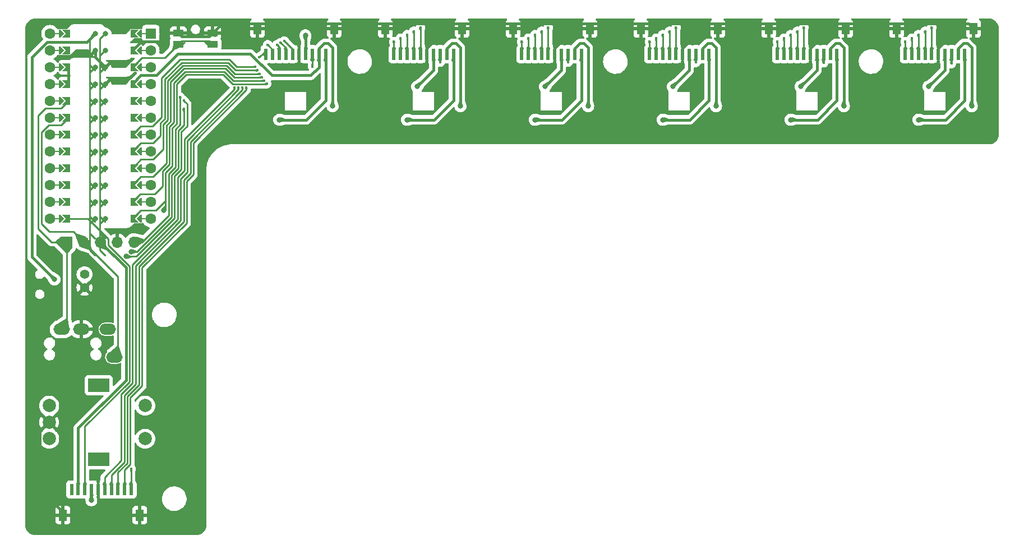
<source format=gbl>
G04 #@! TF.GenerationSoftware,KiCad,Pcbnew,7.0.8*
G04 #@! TF.CreationDate,2023-10-21T22:22:20-07:00*
G04 #@! TF.ProjectId,Seismos_5CoreR,53656973-6d6f-4735-9f35-436f7265522e,rev?*
G04 #@! TF.SameCoordinates,Original*
G04 #@! TF.FileFunction,Copper,L2,Bot*
G04 #@! TF.FilePolarity,Positive*
%FSLAX46Y46*%
G04 Gerber Fmt 4.6, Leading zero omitted, Abs format (unit mm)*
G04 Created by KiCad (PCBNEW 7.0.8) date 2023-10-21 22:22:20*
%MOMM*%
%LPD*%
G01*
G04 APERTURE LIST*
G04 Aperture macros list*
%AMFreePoly0*
4,1,5,0.125000,-0.500000,-0.125000,-0.500000,-0.125000,0.500000,0.125000,0.500000,0.125000,-0.500000,0.125000,-0.500000,$1*%
%AMFreePoly1*
4,1,6,0.600000,0.200000,0.000000,-0.400000,-0.600000,0.200000,-0.600000,0.400000,0.600000,0.400000,0.600000,0.200000,0.600000,0.200000,$1*%
%AMFreePoly2*
4,1,49,0.004652,0.123753,0.008918,0.124682,0.028635,0.117327,0.062500,0.108253,0.068172,0.102580,0.074910,0.100068,0.087486,0.083266,0.108253,0.062500,0.111163,0.051639,0.117119,0.043683,0.118510,0.024217,0.125000,0.000000,0.121245,-0.014013,0.122144,-0.026571,0.113772,-0.041901,0.108253,-0.062500,0.095633,-0.075119,0.088389,-0.088388,-0.641000,-0.817776,-0.641000,-4.770223,
0.088389,-5.499612,0.109711,-5.528094,0.124682,-5.596918,0.100068,-5.662910,0.043683,-5.705119,-0.026571,-5.710144,-0.088388,-5.676389,-0.854388,-4.910388,-0.867764,-4.892519,-0.871157,-4.889580,-0.871926,-4.886960,-0.875710,-4.881906,-0.882285,-4.851677,-0.891000,-4.822000,-0.891000,-0.766000,-0.887823,-0.743906,-0.888144,-0.739429,-0.886835,-0.737032,-0.885937,-0.730783,-0.869209,-0.704755,
-0.854388,-0.677612,-0.088388,0.088389,-0.064427,0.106325,-0.062500,0.108253,-0.061491,0.108523,-0.059906,0.109711,-0.044779,0.113001,0.000000,0.125000,0.004652,0.123753,0.004652,0.123753,$1*%
%AMFreePoly3*
4,1,6,0.600000,-0.250000,-0.600000,-0.250000,-0.600000,1.000000,0.000000,0.400000,0.600000,1.000000,0.600000,-0.250000,0.600000,-0.250000,$1*%
G04 Aperture macros list end*
G04 #@! TA.AperFunction,ComponentPad*
%ADD10C,2.000000*%
G04 #@! TD*
G04 #@! TA.AperFunction,ComponentPad*
%ADD11R,3.200000X2.000000*%
G04 #@! TD*
G04 #@! TA.AperFunction,ComponentPad*
%ADD12O,2.500000X1.700000*%
G04 #@! TD*
G04 #@! TA.AperFunction,ComponentPad*
%ADD13R,1.700000X1.700000*%
G04 #@! TD*
G04 #@! TA.AperFunction,ComponentPad*
%ADD14O,1.700000X1.700000*%
G04 #@! TD*
G04 #@! TA.AperFunction,ComponentPad*
%ADD15C,1.400000*%
G04 #@! TD*
G04 #@! TA.AperFunction,ComponentPad*
%ADD16C,1.600000*%
G04 #@! TD*
G04 #@! TA.AperFunction,ComponentPad*
%ADD17R,1.600000X1.600000*%
G04 #@! TD*
G04 #@! TA.AperFunction,SMDPad,CuDef*
%ADD18FreePoly0,270.000000*%
G04 #@! TD*
G04 #@! TA.AperFunction,SMDPad,CuDef*
%ADD19FreePoly1,270.000000*%
G04 #@! TD*
G04 #@! TA.AperFunction,SMDPad,CuDef*
%ADD20FreePoly1,90.000000*%
G04 #@! TD*
G04 #@! TA.AperFunction,SMDPad,CuDef*
%ADD21FreePoly0,90.000000*%
G04 #@! TD*
G04 #@! TA.AperFunction,SMDPad,CuDef*
%ADD22FreePoly2,270.000000*%
G04 #@! TD*
G04 #@! TA.AperFunction,ComponentPad*
%ADD23C,0.800000*%
G04 #@! TD*
G04 #@! TA.AperFunction,SMDPad,CuDef*
%ADD24FreePoly3,90.000000*%
G04 #@! TD*
G04 #@! TA.AperFunction,SMDPad,CuDef*
%ADD25FreePoly3,270.000000*%
G04 #@! TD*
G04 #@! TA.AperFunction,SMDPad,CuDef*
%ADD26FreePoly2,90.000000*%
G04 #@! TD*
G04 #@! TA.AperFunction,SMDPad,CuDef*
%ADD27R,0.600000X1.700000*%
G04 #@! TD*
G04 #@! TA.AperFunction,SMDPad,CuDef*
%ADD28R,1.200000X1.800000*%
G04 #@! TD*
G04 #@! TA.AperFunction,SMDPad,CuDef*
%ADD29R,1.550000X1.000000*%
G04 #@! TD*
G04 #@! TA.AperFunction,ViaPad*
%ADD30C,0.800000*%
G04 #@! TD*
G04 #@! TA.AperFunction,ViaPad*
%ADD31C,0.400000*%
G04 #@! TD*
G04 #@! TA.AperFunction,Conductor*
%ADD32C,0.381000*%
G04 #@! TD*
G04 #@! TA.AperFunction,Conductor*
%ADD33C,0.254000*%
G04 #@! TD*
G04 APERTURE END LIST*
D10*
X33610000Y-78460000D03*
X33610000Y-83460000D03*
X33610000Y-80960000D03*
D11*
X41110000Y-75360000D03*
X41110000Y-86560000D03*
D10*
X48110000Y-83460000D03*
X48110000Y-78460000D03*
D12*
X42470000Y-66925000D03*
X38470000Y-66925000D03*
X35470000Y-66925000D03*
X43470000Y-71125000D03*
D13*
X36284000Y-53766000D03*
D14*
X38824000Y-53766000D03*
X41364000Y-53766000D03*
X43904000Y-53766000D03*
X46444000Y-53766000D03*
D15*
X38949500Y-60632000D03*
X38949500Y-58632000D03*
D16*
X48970000Y-22286000D03*
D17*
X48970000Y-22286000D03*
D18*
X47700000Y-22286000D03*
D19*
X47192000Y-22286000D03*
D20*
X35508000Y-22286000D03*
D21*
X35000000Y-22286000D03*
D16*
X33730000Y-22286000D03*
X48970000Y-24826000D03*
D18*
X47700000Y-24826000D03*
D19*
X47192000Y-24826000D03*
D20*
X35508000Y-24826000D03*
D21*
X35000000Y-24826000D03*
D16*
X33730000Y-24826000D03*
X48970000Y-27366000D03*
D18*
X47700000Y-27366000D03*
D19*
X47192000Y-27366000D03*
D20*
X35508000Y-27366000D03*
D21*
X35000000Y-27366000D03*
D16*
X33730000Y-27366000D03*
X48970000Y-29906000D03*
D18*
X47700000Y-29906000D03*
D19*
X47192000Y-29906000D03*
D20*
X35508000Y-29906000D03*
D21*
X35000000Y-29906000D03*
D16*
X33730000Y-29906000D03*
X48970000Y-32446000D03*
D18*
X47700000Y-32446000D03*
D19*
X47192000Y-32446000D03*
D20*
X35508000Y-32446000D03*
D21*
X35000000Y-32446000D03*
D16*
X33730000Y-32446000D03*
X48970000Y-34986000D03*
D18*
X47700000Y-34986000D03*
D19*
X47192000Y-34986000D03*
D20*
X35508000Y-34986000D03*
D21*
X35000000Y-34986000D03*
D16*
X33730000Y-34986000D03*
X48970000Y-37526000D03*
D18*
X47700000Y-37526000D03*
D19*
X47192000Y-37526000D03*
D20*
X35508000Y-37526000D03*
D21*
X35000000Y-37526000D03*
D16*
X33730000Y-37526000D03*
X48970000Y-40066000D03*
D18*
X47700000Y-40066000D03*
D19*
X47192000Y-40066000D03*
D20*
X35508000Y-40066000D03*
D21*
X35000000Y-40066000D03*
D16*
X33730000Y-40066000D03*
X48970000Y-42606000D03*
D18*
X47700000Y-42606000D03*
D19*
X47192000Y-42606000D03*
D20*
X35508000Y-42606000D03*
D21*
X35000000Y-42606000D03*
D16*
X33730000Y-42606000D03*
X48970000Y-45146000D03*
D18*
X47700000Y-45146000D03*
D19*
X47192000Y-45146000D03*
D20*
X35508000Y-45146000D03*
D21*
X35000000Y-45146000D03*
D16*
X33730000Y-45146000D03*
X48970000Y-47686000D03*
D18*
X47700000Y-47686000D03*
D19*
X47192000Y-47686000D03*
D20*
X35508000Y-47686000D03*
D21*
X35000000Y-47686000D03*
D16*
X33730000Y-47686000D03*
X48970000Y-50226000D03*
D18*
X47700000Y-50226000D03*
D19*
X47192000Y-50226000D03*
D20*
X35508000Y-50226000D03*
D21*
X35000000Y-50226000D03*
D16*
X33730000Y-50226000D03*
D22*
X42112000Y-22286000D03*
D23*
X42112000Y-22286000D03*
D24*
X36524000Y-22286000D03*
D22*
X42112000Y-24826000D03*
D23*
X42112000Y-24826000D03*
D24*
X36524000Y-24826000D03*
D22*
X42112000Y-27366000D03*
D23*
X42112000Y-27366000D03*
D24*
X36524000Y-27366000D03*
D22*
X42112000Y-29906000D03*
D23*
X42112000Y-29906000D03*
D24*
X36524000Y-29906000D03*
D22*
X42112000Y-32446000D03*
D23*
X42112000Y-32446000D03*
D24*
X36524000Y-32446000D03*
D22*
X42112000Y-34986000D03*
D23*
X42112000Y-34986000D03*
D24*
X36524000Y-34986000D03*
D22*
X42112000Y-37526000D03*
D23*
X42112000Y-37526000D03*
D24*
X36524000Y-37526000D03*
D22*
X42112000Y-40066000D03*
D23*
X42112000Y-40066000D03*
D24*
X36524000Y-40066000D03*
D22*
X42112000Y-42606000D03*
D23*
X42112000Y-42606000D03*
D24*
X36524000Y-42606000D03*
D22*
X42112000Y-45146000D03*
D23*
X42112000Y-45146000D03*
D24*
X36524000Y-45146000D03*
D22*
X42112000Y-47686000D03*
D23*
X42112000Y-47686000D03*
D24*
X36524000Y-47686000D03*
D22*
X42112000Y-50226000D03*
D23*
X42112000Y-50226000D03*
D24*
X36524000Y-50226000D03*
D25*
X46176000Y-50226000D03*
D26*
X40588000Y-50226000D03*
D23*
X40588000Y-50226000D03*
D25*
X46176000Y-47686000D03*
D26*
X40588000Y-47686000D03*
D23*
X40588000Y-47686000D03*
D25*
X46176000Y-45146000D03*
D26*
X40588000Y-45146000D03*
D23*
X40588000Y-45146000D03*
D25*
X46176000Y-42606000D03*
D26*
X40588000Y-42606000D03*
D23*
X40588000Y-42606000D03*
D25*
X46176000Y-40066000D03*
D26*
X40588000Y-40066000D03*
D23*
X40588000Y-40066000D03*
D25*
X46176000Y-37526000D03*
D26*
X40588000Y-37526000D03*
D23*
X40588000Y-37526000D03*
D25*
X46176000Y-34986000D03*
D26*
X40588000Y-34986000D03*
D23*
X40588000Y-34986000D03*
D25*
X46176000Y-32446000D03*
D26*
X40588000Y-32446000D03*
D23*
X40588000Y-32446000D03*
D25*
X46176000Y-29906000D03*
D26*
X40588000Y-29906000D03*
D23*
X40588000Y-29906000D03*
D25*
X46176000Y-27366000D03*
D26*
X40588000Y-27366000D03*
D23*
X40588000Y-27366000D03*
D25*
X46176000Y-24826000D03*
D26*
X40588000Y-24826000D03*
D23*
X40588000Y-24826000D03*
D25*
X46176000Y-22286000D03*
D26*
X40588000Y-22286000D03*
D23*
X40588000Y-22286000D03*
D27*
X66350000Y-25386000D03*
X67350000Y-25386000D03*
X68350000Y-25385000D03*
X69350000Y-25385000D03*
X70350000Y-25385000D03*
X71350000Y-25385000D03*
X72350000Y-25385000D03*
X73350000Y-25385000D03*
X74350000Y-25385000D03*
X75350000Y-25385000D03*
D28*
X65050000Y-21510000D03*
X76650000Y-21510000D03*
D27*
X85650000Y-25386000D03*
X86650000Y-25386000D03*
X87650000Y-25385000D03*
X88650000Y-25385000D03*
X89650000Y-25385000D03*
X90650000Y-25385000D03*
X91650000Y-25385000D03*
X92650000Y-25385000D03*
X93650000Y-25385000D03*
X94650000Y-25385000D03*
D28*
X84350000Y-21510000D03*
X95950000Y-21510000D03*
D29*
X58312500Y-23899500D03*
X58312500Y-22199500D03*
X53112500Y-23899500D03*
X53112500Y-22199500D03*
D27*
X46000000Y-91114000D03*
X45000000Y-91114000D03*
X44000000Y-91115000D03*
X43000000Y-91115000D03*
X42000000Y-91115000D03*
X41000000Y-91115000D03*
X40000000Y-91115000D03*
X39000000Y-91115000D03*
X38000000Y-91115000D03*
X37000000Y-91115000D03*
D28*
X47300000Y-94990000D03*
X35700000Y-94990000D03*
D27*
X162850000Y-25386000D03*
X163850000Y-25386000D03*
X164850000Y-25385000D03*
X165850000Y-25385000D03*
X166850000Y-25385000D03*
X167850000Y-25385000D03*
X168850000Y-25385000D03*
X169850000Y-25385000D03*
X170850000Y-25385000D03*
X171850000Y-25385000D03*
D28*
X161550000Y-21510000D03*
X173150000Y-21510000D03*
D27*
X124250000Y-25386000D03*
X125250000Y-25386000D03*
X126250000Y-25385000D03*
X127250000Y-25385000D03*
X128250000Y-25385000D03*
X129250000Y-25385000D03*
X130250000Y-25385000D03*
X131250000Y-25385000D03*
X132250000Y-25385000D03*
X133250000Y-25385000D03*
D28*
X122950000Y-21510000D03*
X134550000Y-21510000D03*
D27*
X104950000Y-25386000D03*
X105950000Y-25386000D03*
X106950000Y-25385000D03*
X107950000Y-25385000D03*
X108950000Y-25385000D03*
X109950000Y-25385000D03*
X110950000Y-25385000D03*
X111950000Y-25385000D03*
X112950000Y-25385000D03*
X113950000Y-25385000D03*
D28*
X103650000Y-21510000D03*
X115250000Y-21510000D03*
D27*
X143550000Y-25386000D03*
X144550000Y-25386000D03*
X145550000Y-25385000D03*
X146550000Y-25385000D03*
X147550000Y-25385000D03*
X148550000Y-25385000D03*
X149550000Y-25385000D03*
X150550000Y-25385000D03*
X151550000Y-25385000D03*
X152550000Y-25385000D03*
D28*
X142250000Y-21510000D03*
X153850000Y-21510000D03*
D30*
X161600000Y-31750000D03*
X65100000Y-31750000D03*
X62050000Y-23450000D03*
X123000000Y-31750000D03*
X55700000Y-29975000D03*
X70050000Y-22500000D03*
X84400000Y-31750000D03*
X103700000Y-31750000D03*
X142300000Y-31750000D03*
D31*
X108950000Y-21390000D03*
X147550000Y-21390000D03*
X61601491Y-30441891D03*
X69125552Y-23397000D03*
X89650000Y-21390000D03*
X166850000Y-21390000D03*
X128250000Y-21390000D03*
X107950000Y-21916500D03*
X62200994Y-30441891D03*
X68551500Y-23648500D03*
X88650000Y-21916500D03*
X127250000Y-21916500D03*
X165850000Y-21916500D03*
X146550000Y-21916500D03*
X62800497Y-30441891D03*
X164850000Y-22443000D03*
X106950000Y-22443000D03*
X145550000Y-22443000D03*
X126250000Y-22443000D03*
X87650000Y-22443000D03*
X67999119Y-23950881D03*
X144550000Y-22969500D03*
X63400000Y-30441891D03*
X66614674Y-23968516D03*
X125250000Y-22969500D03*
X163850000Y-22969500D03*
X86650000Y-22969500D03*
X105950000Y-22969500D03*
D30*
X172900000Y-33250000D03*
X76400000Y-33250000D03*
X134300000Y-33250000D03*
X115000000Y-33250000D03*
X153600000Y-33250000D03*
X95700000Y-33250000D03*
X72300000Y-22550000D03*
D31*
X64750000Y-27300000D03*
X73350000Y-27250000D03*
X92650000Y-26600000D03*
X65059579Y-27826500D03*
X111950000Y-26600000D03*
X65418966Y-28353000D03*
X131250000Y-26650000D03*
X65766804Y-28879500D03*
X150550000Y-26700000D03*
X66087696Y-29385891D03*
D30*
X50927500Y-48926500D03*
D31*
X66465466Y-29851394D03*
X169850000Y-26800000D03*
D30*
X34400000Y-59400000D03*
X45278634Y-55921350D03*
D31*
X53926500Y-32400000D03*
D30*
X46004645Y-55194858D03*
D31*
X53926500Y-33664000D03*
D30*
X68350000Y-35298800D03*
X89170527Y-30273625D03*
X87650000Y-35298800D03*
X108470527Y-30273625D03*
X106950000Y-35298800D03*
X127770527Y-30273625D03*
X126250000Y-35298800D03*
X147070527Y-30273625D03*
X145550000Y-35298800D03*
X166370527Y-30273625D03*
X164850000Y-35298800D03*
X40000000Y-92750000D03*
D31*
X53400000Y-31873500D03*
X104950000Y-23496000D03*
X162850000Y-23496000D03*
X65337354Y-25887354D03*
X143550000Y-23496000D03*
X124250000Y-23496000D03*
X85650000Y-23496000D03*
X46000000Y-88000000D03*
D32*
X51800500Y-22199500D02*
X50523500Y-23476500D01*
X50523500Y-23476500D02*
X47525500Y-23476500D01*
X167850000Y-25385000D02*
X167850000Y-24535000D01*
X84350000Y-21510000D02*
X84350000Y-31700000D01*
X142250000Y-21510000D02*
X142250000Y-31700000D01*
X53612500Y-22699500D02*
X53112500Y-22199500D01*
X59712000Y-20800000D02*
X152850000Y-20800000D01*
X38900000Y-95000000D02*
X46800000Y-95000000D01*
X40588000Y-25842000D02*
X42112000Y-27366000D01*
X71350000Y-23800000D02*
X70050000Y-22500000D01*
X40588000Y-24826000D02*
X40588000Y-25842000D01*
X32219500Y-82350500D02*
X33610000Y-80960000D01*
X51800500Y-22199500D02*
X53112500Y-22199500D01*
X167850000Y-24535000D02*
X171585000Y-20800000D01*
X171585000Y-20800000D02*
X172150000Y-20800000D01*
X132985000Y-20800000D02*
X133550000Y-20800000D01*
X148550000Y-24535000D02*
X152285000Y-20800000D01*
X58312500Y-22199500D02*
X59712000Y-20800000D01*
X41000000Y-91115000D02*
X41000000Y-93350000D01*
X84350000Y-31700000D02*
X84400000Y-31750000D01*
X109950000Y-25385000D02*
X109950000Y-24535000D01*
X113685000Y-20800000D02*
X114250000Y-20800000D01*
X36200000Y-95000000D02*
X38900000Y-95000000D01*
X129250000Y-24535000D02*
X132985000Y-20800000D01*
X161550000Y-31700000D02*
X161600000Y-31750000D01*
X161550000Y-21510000D02*
X161550000Y-31700000D01*
X122950000Y-31700000D02*
X123000000Y-31750000D01*
X90650000Y-25385000D02*
X90650000Y-24535000D01*
X41000000Y-93350000D02*
X39350000Y-95000000D01*
X152850000Y-20800000D02*
X172440000Y-20800000D01*
X172440000Y-20800000D02*
X173150000Y-21510000D01*
X148550000Y-25385000D02*
X148550000Y-24535000D01*
X122950000Y-21510000D02*
X122950000Y-31700000D01*
X103650000Y-21510000D02*
X103650000Y-31700000D01*
X94385000Y-20800000D02*
X94950000Y-20800000D01*
X152285000Y-20800000D02*
X152850000Y-20800000D01*
X58609500Y-22540000D02*
X58950000Y-22199500D01*
X36524000Y-27366000D02*
X36524000Y-29906000D01*
X57812500Y-22699500D02*
X53612500Y-22699500D01*
X58312500Y-22199500D02*
X57812500Y-22699500D01*
X65050000Y-31700000D02*
X65100000Y-31750000D01*
X90650000Y-24535000D02*
X94385000Y-20800000D01*
X36200000Y-95000000D02*
X32219500Y-91019500D01*
X71350000Y-25385000D02*
X71350000Y-23800000D01*
X142250000Y-31700000D02*
X142300000Y-31750000D01*
X129250000Y-25385000D02*
X129250000Y-24535000D01*
X103650000Y-31700000D02*
X103700000Y-31750000D01*
X32219500Y-91019500D02*
X32219500Y-82350500D01*
X39350000Y-95000000D02*
X38900000Y-95000000D01*
X47525500Y-23476500D02*
X46176000Y-24826000D01*
X75085000Y-20800000D02*
X75650000Y-20800000D01*
X109950000Y-24535000D02*
X113685000Y-20800000D01*
D33*
X147550000Y-25385000D02*
X147550000Y-21390000D01*
X53016000Y-44006133D02*
X54032000Y-42990138D01*
X42000000Y-89250000D02*
X44500000Y-86750000D01*
X46200000Y-75024908D02*
X46200000Y-57138239D01*
X108950000Y-25385000D02*
X108950000Y-21390000D01*
X53016000Y-50322239D02*
X53016000Y-44006133D01*
X128250000Y-25385000D02*
X128250000Y-21390000D01*
X54032000Y-38241844D02*
X61601491Y-30672353D01*
X70350000Y-24621448D02*
X70350000Y-25385000D01*
X44500000Y-86750000D02*
X44500000Y-76724908D01*
X44500000Y-76724908D02*
X46200000Y-75024908D01*
X89650000Y-25385000D02*
X89650000Y-21390000D01*
X61601491Y-30672353D02*
X61601491Y-30441891D01*
X54032000Y-42990138D02*
X54032000Y-38241844D01*
X166850000Y-25385000D02*
X166850000Y-21390000D01*
X69125552Y-23397000D02*
X70350000Y-24621448D01*
X42000000Y-91115000D02*
X42000000Y-89250000D01*
X46200000Y-57138239D02*
X53016000Y-50322239D01*
X62200994Y-30714902D02*
X54486000Y-38429896D01*
X46654000Y-75212960D02*
X44954000Y-76912960D01*
X44954000Y-76912960D02*
X44954000Y-86938052D01*
X146550000Y-25385000D02*
X146550000Y-21916500D01*
X54486000Y-38429896D02*
X54486000Y-43178191D01*
X68551500Y-23648500D02*
X69350000Y-24447000D01*
X44954000Y-86938052D02*
X43000000Y-88892052D01*
X62200994Y-30441891D02*
X62200994Y-30714902D01*
X53470000Y-50510291D02*
X46654000Y-57326291D01*
X43000000Y-88892052D02*
X43000000Y-91115000D01*
X88650000Y-25385000D02*
X88650000Y-21916500D01*
X165850000Y-25385000D02*
X165850000Y-21916500D01*
X69350000Y-24447000D02*
X69350000Y-25385000D01*
X107950000Y-25385000D02*
X107950000Y-21916500D01*
X53470000Y-44194191D02*
X53470000Y-50510291D01*
X127250000Y-25385000D02*
X127250000Y-21916500D01*
X46654000Y-57326291D02*
X46654000Y-75212960D01*
X54486000Y-43178191D02*
X53470000Y-44194191D01*
X53924000Y-44382243D02*
X53924000Y-50698343D01*
X44000000Y-88534104D02*
X44000000Y-91115000D01*
X54940000Y-38617948D02*
X54940000Y-43366244D01*
X87650000Y-25385000D02*
X87650000Y-22443000D01*
X47200000Y-57422343D02*
X47200000Y-75309012D01*
X45408000Y-77101012D02*
X45408000Y-87126104D01*
X62800497Y-30757451D02*
X54940000Y-38617948D01*
X164850000Y-25385000D02*
X164850000Y-22443000D01*
X106950000Y-25385000D02*
X106950000Y-22443000D01*
X53924000Y-50698343D02*
X47200000Y-57422343D01*
X54940000Y-43366244D02*
X53924000Y-44382243D01*
X126250000Y-25385000D02*
X126250000Y-22443000D01*
X68350000Y-24301762D02*
X68350000Y-25385000D01*
X47200000Y-75309012D02*
X45408000Y-77101012D01*
X67999119Y-23950881D02*
X68350000Y-24301762D01*
X145550000Y-25385000D02*
X145550000Y-22443000D01*
X62800497Y-30441891D02*
X62800497Y-30757451D01*
X45408000Y-87126104D02*
X44000000Y-88534104D01*
X45875532Y-87300624D02*
X45000000Y-88176156D01*
X54378000Y-44570296D02*
X54378000Y-50886395D01*
X47654000Y-75497064D02*
X45875532Y-77275532D01*
X144550000Y-25386000D02*
X144550000Y-22969500D01*
X54378000Y-50886395D02*
X47654000Y-57610395D01*
X45875532Y-77275532D02*
X45875532Y-87300624D01*
X67350000Y-24703842D02*
X67350000Y-25386000D01*
X47654000Y-57610395D02*
X47654000Y-75497064D01*
X45000000Y-88176156D02*
X45000000Y-91114000D01*
X63400000Y-30800000D02*
X55394000Y-38806000D01*
X163850000Y-25386000D02*
X163850000Y-22969500D01*
X86650000Y-25386000D02*
X86650000Y-22969500D01*
X66614674Y-23968516D02*
X67350000Y-24703842D01*
X125250000Y-25386000D02*
X125250000Y-22969500D01*
X55394000Y-38806000D02*
X55394000Y-43554298D01*
X105950000Y-25386000D02*
X105950000Y-22969500D01*
X55394000Y-43554298D02*
X54378000Y-44570296D01*
X63400000Y-30441891D02*
X63400000Y-30800000D01*
D32*
X63954906Y-25340000D02*
X53060000Y-25340000D01*
X74350000Y-24535000D02*
X74350000Y-25385000D01*
X76400000Y-24400000D02*
X75750000Y-23750000D01*
X115000000Y-33250000D02*
X115000000Y-24400000D01*
X151550000Y-24535000D02*
X151550000Y-25385000D01*
X67214906Y-28600000D02*
X73100000Y-28600000D01*
X95050000Y-23750000D02*
X94435000Y-23750000D01*
X76400000Y-33250000D02*
X76400000Y-24400000D01*
X95700000Y-24400000D02*
X95050000Y-23750000D01*
X114350000Y-23750000D02*
X113735000Y-23750000D01*
X75135000Y-23750000D02*
X74350000Y-24535000D01*
X38000000Y-91115000D02*
X38000000Y-81851000D01*
X132250000Y-24535000D02*
X132250000Y-25385000D01*
X172900000Y-24400000D02*
X172250000Y-23750000D01*
X94435000Y-23750000D02*
X93650000Y-24535000D01*
X133035000Y-23750000D02*
X132250000Y-24535000D01*
X152335000Y-23750000D02*
X151550000Y-24535000D01*
X172250000Y-23750000D02*
X171635000Y-23750000D01*
X45200000Y-74651000D02*
X45200000Y-57602000D01*
X74350000Y-27350000D02*
X74350000Y-25385000D01*
X134300000Y-33250000D02*
X134300000Y-24400000D01*
X152950000Y-23750000D02*
X152335000Y-23750000D01*
X134300000Y-24400000D02*
X133650000Y-23750000D01*
X170850000Y-24535000D02*
X170850000Y-25385000D01*
X115000000Y-24400000D02*
X114350000Y-23750000D01*
X171635000Y-23750000D02*
X170850000Y-24535000D01*
X93650000Y-24535000D02*
X93650000Y-25385000D01*
X53060000Y-25340000D02*
X49800000Y-28600000D01*
X113735000Y-23750000D02*
X112950000Y-24535000D01*
X49800000Y-28600000D02*
X47482000Y-28600000D01*
X75750000Y-23750000D02*
X75135000Y-23750000D01*
X73100000Y-28600000D02*
X74350000Y-27350000D01*
X38000000Y-81851000D02*
X45200000Y-74651000D01*
X133650000Y-23750000D02*
X133035000Y-23750000D01*
X45200000Y-57602000D02*
X41364000Y-53766000D01*
X95700000Y-33250000D02*
X95700000Y-24400000D01*
X63954906Y-25340000D02*
X67214906Y-28600000D01*
X153600000Y-33250000D02*
X153600000Y-24400000D01*
X172900000Y-33250000D02*
X172900000Y-24400000D01*
X112950000Y-24535000D02*
X112950000Y-25385000D01*
X47482000Y-28600000D02*
X46176000Y-29906000D01*
X153600000Y-24400000D02*
X152950000Y-23750000D01*
D33*
X38824000Y-53766000D02*
X37258000Y-52200000D01*
X33600000Y-52200000D02*
X32425500Y-51025500D01*
X32425500Y-51025500D02*
X32425500Y-37236681D01*
X37258000Y-52200000D02*
X33600000Y-52200000D01*
X33549181Y-36113000D02*
X35397000Y-36113000D01*
X43470000Y-71125000D02*
X43997000Y-70598000D01*
X35397000Y-36113000D02*
X36524000Y-34986000D01*
X32425500Y-37236681D02*
X33549181Y-36113000D01*
X43997000Y-70598000D02*
X43997000Y-58939000D01*
X43997000Y-58939000D02*
X38824000Y-53766000D01*
X36284000Y-53766000D02*
X33966000Y-53766000D01*
X31971500Y-51771500D02*
X31971500Y-34628500D01*
X36284000Y-66111000D02*
X35470000Y-66925000D01*
X35397000Y-33573000D02*
X36524000Y-32446000D01*
X31971500Y-34628500D02*
X33027000Y-33573000D01*
X33027000Y-33573000D02*
X35397000Y-33573000D01*
X36284000Y-53766000D02*
X36284000Y-66111000D01*
X33966000Y-53766000D02*
X31971500Y-51771500D01*
X35470000Y-54580000D02*
X36284000Y-53766000D01*
D32*
X72350000Y-22600000D02*
X72350000Y-25385000D01*
X72300000Y-22550000D02*
X72350000Y-22600000D01*
D33*
X61952500Y-27302500D02*
X64747500Y-27302500D01*
X73350000Y-25385000D02*
X73350000Y-27250000D01*
X47402000Y-36300000D02*
X46176000Y-37526000D01*
X53400000Y-26200000D02*
X50600000Y-29000000D01*
X50600000Y-34949819D02*
X49249819Y-36300000D01*
X49249819Y-36300000D02*
X47402000Y-36300000D01*
X50600000Y-29000000D02*
X50600000Y-34949819D01*
X61952500Y-27302500D02*
X60850000Y-26200000D01*
X60850000Y-26200000D02*
X53400000Y-26200000D01*
X64747500Y-27302500D02*
X64750000Y-27300000D01*
X60611948Y-26654000D02*
X53588052Y-26654000D01*
X92650000Y-26600000D02*
X92650000Y-25385000D01*
X61786948Y-27829000D02*
X65057079Y-27829000D01*
X50400000Y-35791871D02*
X50400000Y-37689819D01*
X51054000Y-29188052D02*
X51054000Y-35137871D01*
X47442000Y-38800000D02*
X46176000Y-40066000D01*
X50400000Y-37689819D02*
X49289819Y-38800000D01*
X49289819Y-38800000D02*
X47442000Y-38800000D01*
X53588052Y-26654000D02*
X51054000Y-29188052D01*
X65057079Y-27829000D02*
X65059579Y-27826500D01*
X51054000Y-35137871D02*
X50400000Y-35791871D01*
X61786948Y-27829000D02*
X60611948Y-26654000D01*
X65416466Y-28355500D02*
X65418966Y-28353000D01*
X61671397Y-28355500D02*
X60423896Y-27108000D01*
X53776104Y-27108000D02*
X51508000Y-29376104D01*
X50854000Y-39775819D02*
X49329819Y-41300000D01*
X47482000Y-41300000D02*
X46176000Y-42606000D01*
X51508000Y-29376104D02*
X51508000Y-35325923D01*
X51508000Y-35325923D02*
X50854000Y-35979923D01*
X61671397Y-28355500D02*
X65416466Y-28355500D01*
X60423896Y-27108000D02*
X53776104Y-27108000D01*
X49329819Y-41300000D02*
X47482000Y-41300000D01*
X50854000Y-35979923D02*
X50854000Y-39775819D01*
X111950000Y-26600000D02*
X111950000Y-25385000D01*
X51962000Y-35513975D02*
X51308000Y-36167975D01*
X47422000Y-43900000D02*
X46176000Y-45146000D01*
X51308000Y-41861819D02*
X49269819Y-43900000D01*
X51962000Y-29564156D02*
X51962000Y-35513975D01*
X131250000Y-26650000D02*
X131250000Y-25385000D01*
X60235844Y-27562000D02*
X53964156Y-27562000D01*
X65764304Y-28882000D02*
X65766804Y-28879500D01*
X61555845Y-28882000D02*
X65764304Y-28882000D01*
X53964156Y-27562000D02*
X51962000Y-29564156D01*
X49269819Y-43900000D02*
X47422000Y-43900000D01*
X61555845Y-28882000D02*
X60235845Y-27562000D01*
X60235845Y-27562000D02*
X60200000Y-27562000D01*
X51308000Y-36167975D02*
X51308000Y-41861819D01*
X51762000Y-42049871D02*
X50746000Y-43065871D01*
X66064587Y-29409000D02*
X66087696Y-29385891D01*
X49600000Y-46500000D02*
X47362000Y-46500000D01*
X51762000Y-36356027D02*
X51762000Y-42049871D01*
X61440792Y-29409000D02*
X60047792Y-28016000D01*
X50746000Y-43065871D02*
X50746000Y-45354000D01*
X60047792Y-28016000D02*
X54152208Y-28016000D01*
X50746000Y-45354000D02*
X49600000Y-46500000D01*
X54152208Y-28016000D02*
X52416000Y-29752208D01*
X52416000Y-29752208D02*
X52416000Y-35702027D01*
X52416000Y-35702027D02*
X51762000Y-36356027D01*
X47362000Y-46500000D02*
X46176000Y-47686000D01*
X61440792Y-29409000D02*
X66064587Y-29409000D01*
X150550000Y-26700000D02*
X150550000Y-25385000D01*
X54340260Y-28470000D02*
X52870000Y-29940260D01*
X61305131Y-29915391D02*
X59859740Y-28470000D01*
X52216000Y-42237923D02*
X51200000Y-43253923D01*
X169850000Y-25385000D02*
X169850000Y-26800000D01*
X47402000Y-49000000D02*
X46176000Y-50226000D01*
X63812891Y-29912891D02*
X66403969Y-29912891D01*
X50927500Y-48926500D02*
X51200000Y-48654000D01*
X52870000Y-29940260D02*
X52870000Y-35890079D01*
X51200000Y-47500000D02*
X49700000Y-49000000D01*
X63800000Y-29900000D02*
X63812891Y-29912891D01*
X52216000Y-36544079D02*
X52216000Y-42237923D01*
X49700000Y-49000000D02*
X47402000Y-49000000D01*
X52870000Y-35890079D02*
X52216000Y-36544079D01*
X66403969Y-29912891D02*
X66465466Y-29851394D01*
X61320522Y-29900000D02*
X63800000Y-29900000D01*
X51200000Y-43253923D02*
X51200000Y-47500000D01*
X51200000Y-48654000D02*
X51200000Y-47500000D01*
X59859740Y-28470000D02*
X54340260Y-28470000D01*
X61305131Y-29915391D02*
X61320522Y-29900000D01*
D32*
X39329500Y-23544500D02*
X40588000Y-22286000D01*
X34400000Y-59400000D02*
X31000000Y-56000000D01*
X31000000Y-56000000D02*
X31000000Y-25872378D01*
X31000000Y-25872378D02*
X33327878Y-23544500D01*
X33327878Y-23544500D02*
X39329500Y-23544500D01*
D33*
X51059000Y-25953000D02*
X47589000Y-25953000D01*
X58950000Y-23899500D02*
X58673000Y-23622500D01*
X47589000Y-25953000D02*
X46176000Y-27366000D01*
X53112500Y-23899500D02*
X51059000Y-25953000D01*
X54027000Y-23622500D02*
X53750000Y-23899500D01*
X57812500Y-23399500D02*
X53612500Y-23399500D01*
X58312500Y-23899500D02*
X57812500Y-23399500D01*
X53612500Y-23399500D02*
X53112500Y-23899500D01*
X53578000Y-37108235D02*
X53578000Y-42802084D01*
X52562000Y-43818080D02*
X52562000Y-50134187D01*
X46774837Y-55921350D02*
X45278634Y-55921350D01*
X54453500Y-32927000D02*
X54453500Y-36232735D01*
X53926500Y-32400000D02*
X54453500Y-32927000D01*
X52562000Y-50134187D02*
X46774837Y-55921350D01*
X54453500Y-36232735D02*
X53578000Y-37108235D01*
X53578000Y-42802084D02*
X52562000Y-43818080D01*
X53124000Y-36920183D02*
X53124000Y-42614030D01*
X53124000Y-42614030D02*
X52108000Y-43630027D01*
X46859275Y-55194858D02*
X46004645Y-55194858D01*
X53926500Y-33664000D02*
X53926500Y-36117683D01*
X52108000Y-43630027D02*
X52108000Y-49946134D01*
X52108000Y-49946134D02*
X46859275Y-55194858D01*
X53926500Y-36117683D02*
X53124000Y-36920183D01*
D32*
X75350000Y-32398800D02*
X75350000Y-25385000D01*
X72450000Y-35298800D02*
X75350000Y-32398800D01*
X68350000Y-35298800D02*
X72450000Y-35298800D01*
X89170527Y-30273625D02*
X91650000Y-27794152D01*
X91650000Y-27794152D02*
X91650000Y-25385000D01*
X94650000Y-32398800D02*
X94650000Y-25385000D01*
X87650000Y-35298800D02*
X91750000Y-35298800D01*
X91750000Y-35298800D02*
X94650000Y-32398800D01*
X110950000Y-27794152D02*
X110950000Y-25385000D01*
X108470527Y-30273625D02*
X110950000Y-27794152D01*
X111050000Y-35298800D02*
X113950000Y-32398800D01*
X113950000Y-32398800D02*
X113950000Y-25385000D01*
X106950000Y-35298800D02*
X111050000Y-35298800D01*
X130250000Y-27794152D02*
X130250000Y-25385000D01*
X127770527Y-30273625D02*
X130250000Y-27794152D01*
X130350000Y-35298800D02*
X133250000Y-32398800D01*
X126250000Y-35298800D02*
X130350000Y-35298800D01*
X133250000Y-32398800D02*
X133250000Y-25385000D01*
X147070527Y-30273625D02*
X149550000Y-27794152D01*
X149550000Y-27794152D02*
X149550000Y-25385000D01*
X149650000Y-35298800D02*
X152550000Y-32398800D01*
X145550000Y-35298800D02*
X149650000Y-35298800D01*
X152550000Y-32398800D02*
X152550000Y-25385000D01*
X166370527Y-30273625D02*
X168850000Y-27794152D01*
X168850000Y-27794152D02*
X168850000Y-25385000D01*
X171850000Y-32398800D02*
X171850000Y-25385000D01*
X168950000Y-35298800D02*
X171850000Y-32398800D01*
X164850000Y-35298800D02*
X168950000Y-35298800D01*
X40000000Y-92750000D02*
X40000000Y-91115000D01*
D33*
X47646081Y-53766000D02*
X46444000Y-53766000D01*
X53400000Y-31873500D02*
X53400000Y-36002131D01*
X52670000Y-42425976D02*
X51654000Y-43441975D01*
X53400000Y-36002131D02*
X52670000Y-36732131D01*
X51654000Y-49758081D02*
X47646081Y-53766000D01*
X52670000Y-36732131D02*
X52670000Y-42425976D01*
X51654000Y-43441975D02*
X51654000Y-49758081D01*
X39488530Y-50226000D02*
X36524000Y-50226000D01*
X42541000Y-53278470D02*
X39488530Y-50226000D01*
X39017500Y-91115000D02*
X39017500Y-81565356D01*
X42541000Y-54211144D02*
X42541000Y-53278470D01*
X39017500Y-81565356D02*
X45717500Y-74865356D01*
X45717500Y-74865356D02*
X45717501Y-57387645D01*
X45717501Y-57387645D02*
X42541000Y-54211144D01*
X104950000Y-25386000D02*
X104950000Y-23496000D01*
X143550000Y-25386000D02*
X143550000Y-23496000D01*
X65838708Y-25386000D02*
X66350000Y-25386000D01*
X46000000Y-88000000D02*
X46000000Y-91114000D01*
X85650000Y-25386000D02*
X85650000Y-23496000D01*
X65337354Y-25887354D02*
X65838708Y-25386000D01*
X124250000Y-25386000D02*
X124250000Y-23496000D01*
X162850000Y-25386000D02*
X162850000Y-23496000D01*
G04 #@! TA.AperFunction,Conductor*
G36*
X47822348Y-50884414D02*
G01*
X47856882Y-50917603D01*
X47963802Y-51070300D01*
X48125700Y-51232198D01*
X48313251Y-51363523D01*
X48438091Y-51421736D01*
X48520750Y-51460281D01*
X48520752Y-51460281D01*
X48520757Y-51460284D01*
X48555330Y-51469548D01*
X48733117Y-51517186D01*
X48792777Y-51553551D01*
X48823306Y-51616398D01*
X48815011Y-51685774D01*
X48788704Y-51724642D01*
X47820358Y-52692988D01*
X47759035Y-52726473D01*
X47696884Y-52724029D01*
X46927633Y-52492113D01*
X46899384Y-52484466D01*
X46899180Y-52484430D01*
X46880976Y-52479689D01*
X46778637Y-52444556D01*
X46556569Y-52407500D01*
X46331431Y-52407500D01*
X46109362Y-52444556D01*
X45896430Y-52517656D01*
X45896419Y-52517661D01*
X45698427Y-52624808D01*
X45698422Y-52624812D01*
X45520761Y-52763092D01*
X45520756Y-52763097D01*
X45368284Y-52928723D01*
X45368276Y-52928734D01*
X45274251Y-53072650D01*
X45221105Y-53118007D01*
X45151873Y-53127430D01*
X45088538Y-53097928D01*
X45068868Y-53075951D01*
X44942113Y-52894926D01*
X44942108Y-52894920D01*
X44775082Y-52727894D01*
X44581578Y-52592399D01*
X44367492Y-52492570D01*
X44367486Y-52492567D01*
X44154000Y-52435364D01*
X44154000Y-53330498D01*
X44046315Y-53281320D01*
X43939763Y-53266000D01*
X43868237Y-53266000D01*
X43761685Y-53281320D01*
X43654000Y-53330498D01*
X43654000Y-52435364D01*
X43653999Y-52435364D01*
X43440513Y-52492567D01*
X43440507Y-52492570D01*
X43226422Y-52592399D01*
X43226420Y-52592400D01*
X43033592Y-52727419D01*
X42967386Y-52749746D01*
X42899618Y-52732736D01*
X42874788Y-52713525D01*
X42003673Y-51842410D01*
X41970188Y-51781087D01*
X41975172Y-51711395D01*
X42017044Y-51655462D01*
X42082508Y-51631045D01*
X42091354Y-51630729D01*
X45334017Y-51630729D01*
X45360366Y-51633561D01*
X45364061Y-51634365D01*
X45412686Y-51630887D01*
X45417111Y-51630729D01*
X45427978Y-51630729D01*
X45429566Y-51630500D01*
X45438743Y-51629180D01*
X45443102Y-51628711D01*
X45509911Y-51623933D01*
X45532642Y-51618988D01*
X45532641Y-51618987D01*
X45550137Y-51615181D01*
X45550138Y-51615182D01*
X45569964Y-51610868D01*
X45581632Y-51608331D01*
X45581646Y-51608327D01*
X45581710Y-51608314D01*
X45592765Y-51604188D01*
X45596944Y-51602798D01*
X45620516Y-51595879D01*
X45620517Y-51595880D01*
X45625123Y-51594528D01*
X45625179Y-51594512D01*
X45652126Y-51582204D01*
X45656175Y-51580527D01*
X45718706Y-51557194D01*
X45726505Y-51551353D01*
X45749316Y-51537816D01*
X45758186Y-51533766D01*
X45808647Y-51490037D01*
X45812063Y-51487285D01*
X45835750Y-51469549D01*
X45839142Y-51466156D01*
X45839141Y-51466155D01*
X45856585Y-51448708D01*
X45859832Y-51445685D01*
X45861950Y-51443849D01*
X45868691Y-51438008D01*
X45876339Y-51429180D01*
X45879325Y-51425971D01*
X46340512Y-50964785D01*
X46401834Y-50931303D01*
X46428192Y-50928469D01*
X47176002Y-50928469D01*
X47215208Y-50920670D01*
X47215208Y-50920669D01*
X47215213Y-50920669D01*
X47215217Y-50920666D01*
X47226493Y-50915996D01*
X47226924Y-50917038D01*
X47281788Y-50899860D01*
X47341415Y-50916218D01*
X47341507Y-50915996D01*
X47343274Y-50916728D01*
X47349168Y-50918345D01*
X47352774Y-50920663D01*
X47352784Y-50920667D01*
X47352787Y-50920669D01*
X47352790Y-50920669D01*
X47352791Y-50920670D01*
X47391997Y-50928469D01*
X47392000Y-50928469D01*
X47592002Y-50928469D01*
X47631208Y-50920670D01*
X47631208Y-50920669D01*
X47631213Y-50920669D01*
X47664457Y-50898457D01*
X47664457Y-50898456D01*
X47674614Y-50891671D01*
X47675797Y-50893441D01*
X47723190Y-50867563D01*
X47749548Y-50864729D01*
X47755309Y-50864729D01*
X47822348Y-50884414D01*
G37*
G04 #@! TD.AperFunction*
G04 #@! TA.AperFunction,Conductor*
G36*
X59612185Y-29125185D02*
G01*
X59632826Y-29141818D01*
X60227688Y-29736681D01*
X60804994Y-30313987D01*
X60819870Y-30331968D01*
X60824643Y-30338992D01*
X60824645Y-30338994D01*
X60824646Y-30338995D01*
X60837984Y-30350754D01*
X60875253Y-30409852D01*
X60874655Y-30479719D01*
X60843662Y-30531448D01*
X55300681Y-36074430D01*
X55239358Y-36107915D01*
X55169666Y-36102931D01*
X55113733Y-36061059D01*
X55089316Y-35995595D01*
X55089000Y-35986749D01*
X55089000Y-33010851D01*
X55090742Y-32995069D01*
X55090475Y-32995044D01*
X55091207Y-32987288D01*
X55091209Y-32987281D01*
X55089000Y-32916997D01*
X55089000Y-32887017D01*
X55088109Y-32879974D01*
X55087653Y-32874167D01*
X55086165Y-32826796D01*
X55080441Y-32807094D01*
X55076497Y-32788048D01*
X55073927Y-32767701D01*
X55056481Y-32723639D01*
X55054588Y-32718109D01*
X55052554Y-32711108D01*
X55041369Y-32672607D01*
X55040771Y-32671597D01*
X55030927Y-32654949D01*
X55022368Y-32637478D01*
X55014819Y-32618412D01*
X54986970Y-32580082D01*
X54983761Y-32575197D01*
X54970980Y-32553586D01*
X54959635Y-32534402D01*
X54959633Y-32534400D01*
X54959628Y-32534394D01*
X54945133Y-32519899D01*
X54932495Y-32505103D01*
X54929356Y-32500782D01*
X54920442Y-32488513D01*
X54883922Y-32458301D01*
X54879600Y-32454367D01*
X54718877Y-32293644D01*
X54704560Y-32276478D01*
X54491846Y-31968791D01*
X54478247Y-31950854D01*
X54476730Y-31949026D01*
X54474769Y-31946662D01*
X54471462Y-31942297D01*
X54468904Y-31938592D01*
X54460715Y-31926727D01*
X54414950Y-31886182D01*
X54412427Y-31883818D01*
X54398739Y-31870257D01*
X54392855Y-31865685D01*
X54393014Y-31865479D01*
X54384684Y-31859369D01*
X54331930Y-31812633D01*
X54179583Y-31732675D01*
X54179578Y-31732673D01*
X54179577Y-31732673D01*
X54159760Y-31727788D01*
X54099380Y-31692630D01*
X54073496Y-31651363D01*
X54054661Y-31601700D01*
X54031954Y-31541825D01*
X53934215Y-31400227D01*
X53934213Y-31400225D01*
X53934210Y-31400222D01*
X53805432Y-31286134D01*
X53794970Y-31280643D01*
X53653083Y-31206175D01*
X53653080Y-31206174D01*
X53653076Y-31206172D01*
X53599823Y-31193046D01*
X53539443Y-31157889D01*
X53507655Y-31095669D01*
X53505500Y-31072650D01*
X53505500Y-30254854D01*
X53525185Y-30187815D01*
X53541819Y-30167173D01*
X54567174Y-29141819D01*
X54628497Y-29108334D01*
X54654855Y-29105500D01*
X59545146Y-29105500D01*
X59612185Y-29125185D01*
G37*
G04 #@! TD.AperFunction*
G04 #@! TA.AperFunction,Conductor*
G36*
X46792671Y-28088154D02*
G01*
X46838426Y-28140958D01*
X46848370Y-28210116D01*
X46819345Y-28273672D01*
X46813313Y-28280150D01*
X45881400Y-29212062D01*
X45862614Y-29227480D01*
X45853544Y-29233540D01*
X45853540Y-29233544D01*
X45847480Y-29242614D01*
X45832063Y-29261400D01*
X45651829Y-29441635D01*
X45573415Y-29541725D01*
X45573414Y-29541727D01*
X45530722Y-29636583D01*
X45505328Y-29673371D01*
X45181747Y-29996953D01*
X45120426Y-30030437D01*
X45094068Y-30033271D01*
X43140957Y-30033271D01*
X43073918Y-30013586D01*
X43028163Y-29960782D01*
X43017651Y-29912461D01*
X43017636Y-29912463D01*
X43017621Y-29912325D01*
X43016957Y-29909271D01*
X43016957Y-29906002D01*
X42997180Y-29717845D01*
X42938721Y-29537927D01*
X42938718Y-29537920D01*
X42900253Y-29471297D01*
X42374601Y-29996952D01*
X42313278Y-30030437D01*
X42286920Y-30033271D01*
X42272692Y-30033271D01*
X42312000Y-29951649D01*
X42312000Y-29860351D01*
X42272387Y-29778095D01*
X42201008Y-29721173D01*
X42134532Y-29706000D01*
X42089468Y-29706000D01*
X42022992Y-29721173D01*
X41951613Y-29778095D01*
X41912000Y-29860351D01*
X41912000Y-29951649D01*
X41951308Y-30033271D01*
X41937080Y-30033271D01*
X41870041Y-30013586D01*
X41849399Y-29996952D01*
X41846128Y-29993681D01*
X41812643Y-29932358D01*
X41817627Y-29862666D01*
X41846128Y-29818319D01*
X42549037Y-29115409D01*
X42391644Y-29045334D01*
X42253729Y-29016019D01*
X42192247Y-28982826D01*
X42158471Y-28921663D01*
X42163123Y-28851949D01*
X42204728Y-28795817D01*
X42270076Y-28771088D01*
X42279510Y-28770729D01*
X45334017Y-28770729D01*
X45360366Y-28773561D01*
X45364061Y-28774365D01*
X45412686Y-28770887D01*
X45417111Y-28770729D01*
X45427978Y-28770729D01*
X45429566Y-28770500D01*
X45438743Y-28769180D01*
X45443102Y-28768711D01*
X45509911Y-28763933D01*
X45532642Y-28758988D01*
X45532641Y-28758987D01*
X45550137Y-28755181D01*
X45550138Y-28755182D01*
X45574332Y-28749919D01*
X45581632Y-28748331D01*
X45581646Y-28748327D01*
X45581710Y-28748314D01*
X45592765Y-28744188D01*
X45596944Y-28742798D01*
X45620516Y-28735879D01*
X45620517Y-28735880D01*
X45625123Y-28734528D01*
X45625179Y-28734512D01*
X45652126Y-28722204D01*
X45656175Y-28720527D01*
X45718706Y-28697194D01*
X45726505Y-28691353D01*
X45749316Y-28677816D01*
X45758186Y-28673766D01*
X45808647Y-28630037D01*
X45812063Y-28627285D01*
X45835750Y-28609549D01*
X45839142Y-28606156D01*
X45839141Y-28606155D01*
X45856585Y-28588708D01*
X45859832Y-28585685D01*
X45861950Y-28583849D01*
X45868691Y-28578008D01*
X45876339Y-28569180D01*
X45879325Y-28565971D01*
X46340512Y-28104785D01*
X46401834Y-28071303D01*
X46428192Y-28068469D01*
X46725632Y-28068469D01*
X46792671Y-28088154D01*
G37*
G04 #@! TD.AperFunction*
G04 #@! TA.AperFunction,Conductor*
G36*
X35007288Y-28070096D02*
G01*
X35041410Y-28125580D01*
X35057154Y-28179200D01*
X35057155Y-28179203D01*
X35136127Y-28302085D01*
X35136132Y-28302092D01*
X35246525Y-28397749D01*
X35246533Y-28397754D01*
X35379401Y-28458433D01*
X35379408Y-28458435D01*
X35524001Y-28479223D01*
X35524003Y-28479224D01*
X36747471Y-28479224D01*
X36814510Y-28498909D01*
X36860265Y-28551713D01*
X36870209Y-28620871D01*
X36841184Y-28684427D01*
X36834613Y-28691000D01*
X36834813Y-28691200D01*
X36831685Y-28694326D01*
X36824030Y-28703161D01*
X36821016Y-28706399D01*
X36770959Y-28756456D01*
X36709636Y-28789942D01*
X36683277Y-28792776D01*
X35524001Y-28792776D01*
X35487384Y-28794084D01*
X35344646Y-28825135D01*
X35344645Y-28825135D01*
X35216435Y-28895143D01*
X35113143Y-28998435D01*
X35043135Y-29126645D01*
X35043134Y-29126647D01*
X35041385Y-29134688D01*
X35007897Y-29196010D01*
X34946572Y-29229492D01*
X34876880Y-29224503D01*
X34820949Y-29182629D01*
X34818683Y-29179500D01*
X34736198Y-29061700D01*
X34574300Y-28899802D01*
X34386749Y-28768477D01*
X34377004Y-28763933D01*
X34343655Y-28748382D01*
X34291215Y-28702210D01*
X34272063Y-28635017D01*
X34292278Y-28568136D01*
X34343655Y-28523618D01*
X34346882Y-28522112D01*
X34386749Y-28503523D01*
X34574300Y-28372198D01*
X34736198Y-28210300D01*
X34820860Y-28089390D01*
X34875435Y-28045767D01*
X34944933Y-28038573D01*
X35007288Y-28070096D01*
G37*
G04 #@! TD.AperFunction*
G04 #@! TA.AperFunction,Conductor*
G36*
X46471720Y-25958909D02*
G01*
X46517475Y-26011713D01*
X46527419Y-26080871D01*
X46498394Y-26144427D01*
X46492362Y-26150905D01*
X46016055Y-26627212D01*
X45954732Y-26660697D01*
X45928374Y-26663531D01*
X45925998Y-26663531D01*
X45886791Y-26671329D01*
X45886785Y-26671332D01*
X45853542Y-26693542D01*
X45831332Y-26726785D01*
X45831329Y-26726791D01*
X45823531Y-26765997D01*
X45823531Y-26768373D01*
X45823179Y-26769571D01*
X45822934Y-26772060D01*
X45822462Y-26772013D01*
X45803846Y-26835412D01*
X45787212Y-26856054D01*
X45774736Y-26868530D01*
X45761369Y-26880113D01*
X45750316Y-26888387D01*
X45750294Y-26888406D01*
X45181749Y-27456952D01*
X45120426Y-27490437D01*
X45094068Y-27493271D01*
X43140957Y-27493271D01*
X43073918Y-27473586D01*
X43028163Y-27420782D01*
X43017651Y-27372461D01*
X43017636Y-27372463D01*
X43017621Y-27372325D01*
X43016957Y-27369271D01*
X43016957Y-27366002D01*
X42997180Y-27177845D01*
X42938721Y-26997927D01*
X42938718Y-26997920D01*
X42900253Y-26931297D01*
X42374601Y-27456952D01*
X42313278Y-27490437D01*
X42286920Y-27493271D01*
X42272692Y-27493271D01*
X42312000Y-27411649D01*
X42312000Y-27320351D01*
X42272387Y-27238095D01*
X42201008Y-27181173D01*
X42134532Y-27166000D01*
X42089468Y-27166000D01*
X42022992Y-27181173D01*
X41951613Y-27238095D01*
X41912000Y-27320351D01*
X41912000Y-27411649D01*
X41951308Y-27493271D01*
X41937080Y-27493271D01*
X41870041Y-27473586D01*
X41849399Y-27456952D01*
X41846128Y-27453681D01*
X41812643Y-27392358D01*
X41817627Y-27322666D01*
X41846128Y-27278319D01*
X42549037Y-26575409D01*
X42391644Y-26505334D01*
X42251353Y-26475514D01*
X42189871Y-26442321D01*
X42156095Y-26381158D01*
X42160747Y-26311444D01*
X42202352Y-26255312D01*
X42267700Y-26230583D01*
X42277134Y-26230224D01*
X45334041Y-26230224D01*
X45360401Y-26233058D01*
X45364098Y-26233861D01*
X45412743Y-26230382D01*
X45417169Y-26230224D01*
X45427977Y-26230224D01*
X45427978Y-26230223D01*
X45438680Y-26228685D01*
X45443084Y-26228211D01*
X45509803Y-26223439D01*
X45581525Y-26207837D01*
X45581596Y-26207821D01*
X45581602Y-26207819D01*
X45592615Y-26203710D01*
X45596837Y-26202304D01*
X45624988Y-26194042D01*
X45625031Y-26194028D01*
X45651902Y-26181755D01*
X45655988Y-26180062D01*
X45718461Y-26156751D01*
X45726245Y-26150923D01*
X45749065Y-26137381D01*
X45757912Y-26133340D01*
X45808314Y-26089663D01*
X45811760Y-26086886D01*
X45835391Y-26069192D01*
X45856191Y-26048387D01*
X45859439Y-26045362D01*
X45868315Y-26037670D01*
X45875962Y-26028844D01*
X45878985Y-26025597D01*
X45929041Y-25975542D01*
X45990364Y-25942058D01*
X46016721Y-25939224D01*
X46404681Y-25939224D01*
X46471720Y-25958909D01*
G37*
G04 #@! TD.AperFunction*
G04 #@! TA.AperFunction,Conductor*
G36*
X39626082Y-24718414D02*
G01*
X39671837Y-24771218D01*
X39682348Y-24819538D01*
X39682364Y-24819537D01*
X39682378Y-24819674D01*
X39683043Y-24822729D01*
X39683043Y-24825997D01*
X39702819Y-25014154D01*
X39761278Y-25194072D01*
X39761281Y-25194079D01*
X39799745Y-25260700D01*
X40325399Y-24735048D01*
X40386722Y-24701563D01*
X40413080Y-24698729D01*
X40427308Y-24698729D01*
X40388000Y-24780351D01*
X40388000Y-24871649D01*
X40427613Y-24953905D01*
X40498992Y-25010827D01*
X40565468Y-25026000D01*
X40610532Y-25026000D01*
X40677008Y-25010827D01*
X40748387Y-24953905D01*
X40788000Y-24871649D01*
X40788000Y-24780351D01*
X40748692Y-24698729D01*
X40762920Y-24698729D01*
X40829959Y-24718414D01*
X40850601Y-24735048D01*
X40853871Y-24738318D01*
X40887356Y-24799641D01*
X40882372Y-24869333D01*
X40853871Y-24913680D01*
X40150961Y-25616589D01*
X40308355Y-25686665D01*
X40448647Y-25716486D01*
X40510129Y-25749679D01*
X40543905Y-25810842D01*
X40539253Y-25880556D01*
X40497648Y-25936688D01*
X40432300Y-25961417D01*
X40422866Y-25961776D01*
X37365957Y-25961776D01*
X37339601Y-25958943D01*
X37335901Y-25958138D01*
X37335899Y-25958138D01*
X37287246Y-25961618D01*
X37282822Y-25961776D01*
X37272018Y-25961776D01*
X37261317Y-25963314D01*
X37256923Y-25963786D01*
X37190194Y-25968561D01*
X37118478Y-25984162D01*
X37118398Y-25984179D01*
X37118393Y-25984180D01*
X37107359Y-25988297D01*
X37103151Y-25989698D01*
X37075019Y-25997956D01*
X37074968Y-25997971D01*
X37048080Y-26010249D01*
X37044001Y-26011939D01*
X36981536Y-26035248D01*
X36981536Y-26035249D01*
X36973744Y-26041083D01*
X36950947Y-26054612D01*
X36942086Y-26058659D01*
X36891687Y-26102333D01*
X36888248Y-26105105D01*
X36864614Y-26122802D01*
X36864597Y-26122817D01*
X36843812Y-26143609D01*
X36840568Y-26146629D01*
X36831683Y-26154329D01*
X36824030Y-26163161D01*
X36821016Y-26166399D01*
X36770959Y-26216456D01*
X36709636Y-26249942D01*
X36683277Y-26252776D01*
X35524001Y-26252776D01*
X35487384Y-26254084D01*
X35344646Y-26285135D01*
X35344645Y-26285135D01*
X35216435Y-26355143D01*
X35113143Y-26458435D01*
X35043135Y-26586645D01*
X35043134Y-26586647D01*
X35041385Y-26594688D01*
X35007897Y-26656010D01*
X34946572Y-26689492D01*
X34876880Y-26684503D01*
X34820949Y-26642629D01*
X34818683Y-26639500D01*
X34736198Y-26521700D01*
X34574300Y-26359802D01*
X34386749Y-26228477D01*
X34343655Y-26208382D01*
X34291215Y-26162210D01*
X34272063Y-26095017D01*
X34292278Y-26028136D01*
X34343655Y-25983618D01*
X34346882Y-25982112D01*
X34386749Y-25963523D01*
X34574300Y-25832198D01*
X34736198Y-25670300D01*
X34843117Y-25517604D01*
X34897694Y-25473980D01*
X34944691Y-25464729D01*
X34950452Y-25464729D01*
X35017491Y-25484414D01*
X35031885Y-25496013D01*
X35035543Y-25498457D01*
X35068787Y-25520669D01*
X35068790Y-25520669D01*
X35068791Y-25520670D01*
X35107997Y-25528469D01*
X35108000Y-25528469D01*
X35308002Y-25528469D01*
X35347208Y-25520670D01*
X35347208Y-25520669D01*
X35347213Y-25520669D01*
X35347217Y-25520666D01*
X35358493Y-25515996D01*
X35358924Y-25517038D01*
X35413782Y-25499860D01*
X35473415Y-25516217D01*
X35473507Y-25515996D01*
X35475266Y-25516725D01*
X35481162Y-25518342D01*
X35484773Y-25520662D01*
X35484783Y-25520666D01*
X35484787Y-25520669D01*
X35484790Y-25520669D01*
X35484791Y-25520670D01*
X35523997Y-25528469D01*
X35524000Y-25528469D01*
X36774002Y-25528469D01*
X36813208Y-25520670D01*
X36813208Y-25520669D01*
X36813213Y-25520669D01*
X36846457Y-25498457D01*
X36868669Y-25465213D01*
X36869478Y-25461147D01*
X36876469Y-25426002D01*
X36876469Y-25420489D01*
X36896154Y-25353450D01*
X36926157Y-25321223D01*
X36949696Y-25303603D01*
X37518251Y-24735048D01*
X37579574Y-24701563D01*
X37605932Y-24698729D01*
X39559043Y-24698729D01*
X39626082Y-24718414D01*
G37*
G04 #@! TD.AperFunction*
G04 #@! TA.AperFunction,Conductor*
G36*
X47341415Y-22976218D02*
G01*
X47341507Y-22975996D01*
X47343274Y-22976728D01*
X47349168Y-22978345D01*
X47352774Y-22980663D01*
X47352784Y-22980667D01*
X47352787Y-22980669D01*
X47352790Y-22980669D01*
X47352791Y-22980670D01*
X47391997Y-22988469D01*
X47537500Y-22988469D01*
X47604539Y-23008154D01*
X47650294Y-23060958D01*
X47661500Y-23112469D01*
X47661500Y-23134654D01*
X47668011Y-23195202D01*
X47668011Y-23195204D01*
X47716498Y-23325198D01*
X47719111Y-23332204D01*
X47806739Y-23449261D01*
X47923796Y-23536889D01*
X48015596Y-23571129D01*
X48060793Y-23587987D01*
X48060799Y-23587989D01*
X48075499Y-23589569D01*
X48140048Y-23616305D01*
X48179897Y-23673696D01*
X48182393Y-23743521D01*
X48146742Y-23803611D01*
X48133377Y-23814425D01*
X48133371Y-23814431D01*
X48125696Y-23819805D01*
X47963802Y-23981699D01*
X47879140Y-24102608D01*
X47824563Y-24146233D01*
X47755064Y-24153425D01*
X47692710Y-24121902D01*
X47658588Y-24066418D01*
X47642843Y-24012795D01*
X47563872Y-23889914D01*
X47563867Y-23889907D01*
X47453474Y-23794250D01*
X47453466Y-23794245D01*
X47320598Y-23733566D01*
X47320591Y-23733564D01*
X47175998Y-23712776D01*
X45953286Y-23712776D01*
X45886247Y-23693091D01*
X45840492Y-23640287D01*
X45830548Y-23571129D01*
X45859573Y-23507573D01*
X45865598Y-23501102D01*
X45868682Y-23498017D01*
X45868686Y-23498012D01*
X45868691Y-23498008D01*
X45876339Y-23489180D01*
X45879325Y-23485971D01*
X46340512Y-23024785D01*
X46401834Y-22991303D01*
X46428192Y-22988469D01*
X47176002Y-22988469D01*
X47215208Y-22980670D01*
X47215208Y-22980669D01*
X47215213Y-22980669D01*
X47215217Y-22980666D01*
X47226493Y-22975996D01*
X47226924Y-22977038D01*
X47281788Y-22959860D01*
X47341415Y-22976218D01*
G37*
G04 #@! TD.AperFunction*
G04 #@! TA.AperFunction,Conductor*
G36*
X64124337Y-20020185D02*
G01*
X64170092Y-20072989D01*
X64180036Y-20142147D01*
X64151011Y-20205703D01*
X64131610Y-20223766D01*
X64092809Y-20252812D01*
X64006649Y-20367906D01*
X64006645Y-20367913D01*
X63956403Y-20502620D01*
X63956401Y-20502627D01*
X63950000Y-20562155D01*
X63950000Y-21260000D01*
X66150000Y-21260000D01*
X66150000Y-20562172D01*
X66149999Y-20562155D01*
X66143598Y-20502627D01*
X66143596Y-20502620D01*
X66093354Y-20367913D01*
X66093350Y-20367906D01*
X66007190Y-20252812D01*
X65968390Y-20223766D01*
X65926520Y-20167832D01*
X65921536Y-20098140D01*
X65955022Y-20036818D01*
X66016345Y-20003333D01*
X66042702Y-20000500D01*
X75657298Y-20000500D01*
X75724337Y-20020185D01*
X75770092Y-20072989D01*
X75780036Y-20142147D01*
X75751011Y-20205703D01*
X75731610Y-20223766D01*
X75692809Y-20252812D01*
X75606649Y-20367906D01*
X75606645Y-20367913D01*
X75556403Y-20502620D01*
X75556401Y-20502627D01*
X75550000Y-20562155D01*
X75550000Y-21260000D01*
X77750000Y-21260000D01*
X77750000Y-20562172D01*
X77749999Y-20562155D01*
X77743598Y-20502627D01*
X77743596Y-20502620D01*
X77693354Y-20367913D01*
X77693350Y-20367906D01*
X77607190Y-20252812D01*
X77568390Y-20223766D01*
X77526520Y-20167832D01*
X77521536Y-20098140D01*
X77555022Y-20036818D01*
X77616345Y-20003333D01*
X77642702Y-20000500D01*
X83357298Y-20000500D01*
X83424337Y-20020185D01*
X83470092Y-20072989D01*
X83480036Y-20142147D01*
X83451011Y-20205703D01*
X83431610Y-20223766D01*
X83392809Y-20252812D01*
X83306649Y-20367906D01*
X83306645Y-20367913D01*
X83256403Y-20502620D01*
X83256401Y-20502627D01*
X83250000Y-20562155D01*
X83250000Y-21260000D01*
X85450000Y-21260000D01*
X85450000Y-20562172D01*
X85449999Y-20562155D01*
X85443598Y-20502627D01*
X85443596Y-20502620D01*
X85393354Y-20367913D01*
X85393350Y-20367906D01*
X85307190Y-20252812D01*
X85268390Y-20223766D01*
X85226520Y-20167832D01*
X85221536Y-20098140D01*
X85255022Y-20036818D01*
X85316345Y-20003333D01*
X85342702Y-20000500D01*
X94957298Y-20000500D01*
X95024337Y-20020185D01*
X95070092Y-20072989D01*
X95080036Y-20142147D01*
X95051011Y-20205703D01*
X95031610Y-20223766D01*
X94992809Y-20252812D01*
X94906649Y-20367906D01*
X94906645Y-20367913D01*
X94856403Y-20502620D01*
X94856401Y-20502627D01*
X94850000Y-20562155D01*
X94850000Y-21260000D01*
X97050000Y-21260000D01*
X97050000Y-20562172D01*
X97049999Y-20562155D01*
X97043598Y-20502627D01*
X97043596Y-20502620D01*
X96993354Y-20367913D01*
X96993350Y-20367906D01*
X96907190Y-20252812D01*
X96868390Y-20223766D01*
X96826520Y-20167832D01*
X96821536Y-20098140D01*
X96855022Y-20036818D01*
X96916345Y-20003333D01*
X96942702Y-20000500D01*
X102657298Y-20000500D01*
X102724337Y-20020185D01*
X102770092Y-20072989D01*
X102780036Y-20142147D01*
X102751011Y-20205703D01*
X102731610Y-20223766D01*
X102692809Y-20252812D01*
X102606649Y-20367906D01*
X102606645Y-20367913D01*
X102556403Y-20502620D01*
X102556401Y-20502627D01*
X102550000Y-20562155D01*
X102550000Y-21260000D01*
X104750000Y-21260000D01*
X104750000Y-20562172D01*
X104749999Y-20562155D01*
X104743598Y-20502627D01*
X104743596Y-20502620D01*
X104693354Y-20367913D01*
X104693350Y-20367906D01*
X104607190Y-20252812D01*
X104568390Y-20223766D01*
X104526520Y-20167832D01*
X104521536Y-20098140D01*
X104555022Y-20036818D01*
X104616345Y-20003333D01*
X104642702Y-20000500D01*
X114257298Y-20000500D01*
X114324337Y-20020185D01*
X114370092Y-20072989D01*
X114380036Y-20142147D01*
X114351011Y-20205703D01*
X114331610Y-20223766D01*
X114292809Y-20252812D01*
X114206649Y-20367906D01*
X114206645Y-20367913D01*
X114156403Y-20502620D01*
X114156401Y-20502627D01*
X114150000Y-20562155D01*
X114150000Y-21260000D01*
X116350000Y-21260000D01*
X116350000Y-20562172D01*
X116349999Y-20562155D01*
X116343598Y-20502627D01*
X116343596Y-20502620D01*
X116293354Y-20367913D01*
X116293350Y-20367906D01*
X116207190Y-20252812D01*
X116168390Y-20223766D01*
X116126520Y-20167832D01*
X116121536Y-20098140D01*
X116155022Y-20036818D01*
X116216345Y-20003333D01*
X116242702Y-20000500D01*
X121957298Y-20000500D01*
X122024337Y-20020185D01*
X122070092Y-20072989D01*
X122080036Y-20142147D01*
X122051011Y-20205703D01*
X122031610Y-20223766D01*
X121992809Y-20252812D01*
X121906649Y-20367906D01*
X121906645Y-20367913D01*
X121856403Y-20502620D01*
X121856401Y-20502627D01*
X121850000Y-20562155D01*
X121850000Y-21260000D01*
X124050000Y-21260000D01*
X124050000Y-20562172D01*
X124049999Y-20562155D01*
X124043598Y-20502627D01*
X124043596Y-20502620D01*
X123993354Y-20367913D01*
X123993350Y-20367906D01*
X123907190Y-20252812D01*
X123868390Y-20223766D01*
X123826520Y-20167832D01*
X123821536Y-20098140D01*
X123855022Y-20036818D01*
X123916345Y-20003333D01*
X123942702Y-20000500D01*
X133557298Y-20000500D01*
X133624337Y-20020185D01*
X133670092Y-20072989D01*
X133680036Y-20142147D01*
X133651011Y-20205703D01*
X133631610Y-20223766D01*
X133592809Y-20252812D01*
X133506649Y-20367906D01*
X133506645Y-20367913D01*
X133456403Y-20502620D01*
X133456401Y-20502627D01*
X133450000Y-20562155D01*
X133450000Y-21260000D01*
X135650000Y-21260000D01*
X135650000Y-20562172D01*
X135649999Y-20562155D01*
X135643598Y-20502627D01*
X135643596Y-20502620D01*
X135593354Y-20367913D01*
X135593350Y-20367906D01*
X135507190Y-20252812D01*
X135468390Y-20223766D01*
X135426520Y-20167832D01*
X135421536Y-20098140D01*
X135455022Y-20036818D01*
X135516345Y-20003333D01*
X135542702Y-20000500D01*
X141257298Y-20000500D01*
X141324337Y-20020185D01*
X141370092Y-20072989D01*
X141380036Y-20142147D01*
X141351011Y-20205703D01*
X141331610Y-20223766D01*
X141292809Y-20252812D01*
X141206649Y-20367906D01*
X141206645Y-20367913D01*
X141156403Y-20502620D01*
X141156401Y-20502627D01*
X141150000Y-20562155D01*
X141150000Y-21260000D01*
X143350000Y-21260000D01*
X143350000Y-20562172D01*
X143349999Y-20562155D01*
X143343598Y-20502627D01*
X143343596Y-20502620D01*
X143293354Y-20367913D01*
X143293350Y-20367906D01*
X143207190Y-20252812D01*
X143168390Y-20223766D01*
X143126520Y-20167832D01*
X143121536Y-20098140D01*
X143155022Y-20036818D01*
X143216345Y-20003333D01*
X143242702Y-20000500D01*
X152857298Y-20000500D01*
X152924337Y-20020185D01*
X152970092Y-20072989D01*
X152980036Y-20142147D01*
X152951011Y-20205703D01*
X152931610Y-20223766D01*
X152892809Y-20252812D01*
X152806649Y-20367906D01*
X152806645Y-20367913D01*
X152756403Y-20502620D01*
X152756401Y-20502627D01*
X152750000Y-20562155D01*
X152750000Y-21260000D01*
X154950000Y-21260000D01*
X154950000Y-20562172D01*
X154949999Y-20562155D01*
X154943598Y-20502627D01*
X154943596Y-20502620D01*
X154893354Y-20367913D01*
X154893350Y-20367906D01*
X154807190Y-20252812D01*
X154768390Y-20223766D01*
X154726520Y-20167832D01*
X154721536Y-20098140D01*
X154755022Y-20036818D01*
X154816345Y-20003333D01*
X154842702Y-20000500D01*
X160557298Y-20000500D01*
X160624337Y-20020185D01*
X160670092Y-20072989D01*
X160680036Y-20142147D01*
X160651011Y-20205703D01*
X160631610Y-20223766D01*
X160592809Y-20252812D01*
X160506649Y-20367906D01*
X160506645Y-20367913D01*
X160456403Y-20502620D01*
X160456401Y-20502627D01*
X160450000Y-20562155D01*
X160450000Y-21260000D01*
X162650000Y-21260000D01*
X162650000Y-20562172D01*
X162649999Y-20562155D01*
X162643598Y-20502627D01*
X162643596Y-20502620D01*
X162593354Y-20367913D01*
X162593350Y-20367906D01*
X162507190Y-20252812D01*
X162468390Y-20223766D01*
X162426520Y-20167832D01*
X162421536Y-20098140D01*
X162455022Y-20036818D01*
X162516345Y-20003333D01*
X162542702Y-20000500D01*
X172157298Y-20000500D01*
X172224337Y-20020185D01*
X172270092Y-20072989D01*
X172280036Y-20142147D01*
X172251011Y-20205703D01*
X172231610Y-20223766D01*
X172192809Y-20252812D01*
X172106649Y-20367906D01*
X172106645Y-20367913D01*
X172056403Y-20502620D01*
X172056401Y-20502627D01*
X172050000Y-20562155D01*
X172050000Y-21260000D01*
X174250000Y-21260000D01*
X174250000Y-20562172D01*
X174249999Y-20562155D01*
X174243598Y-20502627D01*
X174243596Y-20502620D01*
X174193354Y-20367913D01*
X174193350Y-20367906D01*
X174107190Y-20252812D01*
X174068390Y-20223766D01*
X174026520Y-20167832D01*
X174021536Y-20098140D01*
X174055022Y-20036818D01*
X174116345Y-20003333D01*
X174142702Y-20000500D01*
X175497787Y-20000500D01*
X175502207Y-20000657D01*
X175569755Y-20005489D01*
X175716644Y-20017049D01*
X175724947Y-20018274D01*
X175819760Y-20038899D01*
X175936225Y-20066860D01*
X175943401Y-20069051D01*
X176039737Y-20104983D01*
X176117922Y-20137368D01*
X176145856Y-20148939D01*
X176151847Y-20151805D01*
X176242937Y-20201543D01*
X176245580Y-20203073D01*
X176340903Y-20261488D01*
X176345643Y-20264705D01*
X176429440Y-20327435D01*
X176432520Y-20329898D01*
X176477030Y-20367913D01*
X176516937Y-20401997D01*
X176520513Y-20405303D01*
X176594695Y-20479485D01*
X176598001Y-20483061D01*
X176670094Y-20567471D01*
X176672576Y-20570574D01*
X176735289Y-20654349D01*
X176738521Y-20659111D01*
X176796910Y-20754393D01*
X176798463Y-20757076D01*
X176848193Y-20848151D01*
X176851059Y-20854141D01*
X176895014Y-20960256D01*
X176901720Y-20978234D01*
X176930942Y-21056582D01*
X176933140Y-21063781D01*
X176961098Y-21180231D01*
X176981723Y-21275044D01*
X176982950Y-21283367D01*
X176994517Y-21430331D01*
X176999342Y-21497789D01*
X176999500Y-21502213D01*
X176999500Y-37497786D01*
X176999342Y-37502210D01*
X176994517Y-37569668D01*
X176982950Y-37716632D01*
X176981723Y-37724955D01*
X176961101Y-37819755D01*
X176933140Y-37936217D01*
X176930942Y-37943416D01*
X176895016Y-38039739D01*
X176851059Y-38145857D01*
X176848193Y-38151847D01*
X176798463Y-38242922D01*
X176796910Y-38245605D01*
X176738521Y-38340887D01*
X176735289Y-38345649D01*
X176672576Y-38429424D01*
X176670087Y-38432536D01*
X176598001Y-38516937D01*
X176594695Y-38520513D01*
X176520513Y-38594695D01*
X176516937Y-38598001D01*
X176432536Y-38670087D01*
X176429424Y-38672576D01*
X176345649Y-38735289D01*
X176340887Y-38738521D01*
X176245605Y-38796910D01*
X176242922Y-38798463D01*
X176151847Y-38848193D01*
X176145857Y-38851059D01*
X176039739Y-38895016D01*
X175943416Y-38930942D01*
X175936217Y-38933140D01*
X175819755Y-38961101D01*
X175724955Y-38981723D01*
X175716632Y-38982950D01*
X175569668Y-38994517D01*
X175521555Y-38997958D01*
X175502208Y-38999342D01*
X175497786Y-38999500D01*
X61176500Y-38999500D01*
X61176000Y-38999500D01*
X60988802Y-38999500D01*
X60904800Y-39007773D01*
X60616219Y-39036196D01*
X60616202Y-39036199D01*
X60249028Y-39109233D01*
X60249017Y-39109236D01*
X59890731Y-39217920D01*
X59544834Y-39361196D01*
X59544829Y-39361198D01*
X59214660Y-39537677D01*
X59214642Y-39537688D01*
X58903359Y-39745681D01*
X58903345Y-39745691D01*
X58613933Y-39983205D01*
X58349205Y-40247933D01*
X58111691Y-40537345D01*
X58111681Y-40537359D01*
X57903688Y-40848642D01*
X57903677Y-40848660D01*
X57727198Y-41178829D01*
X57727196Y-41178834D01*
X57583920Y-41524731D01*
X57475236Y-41883017D01*
X57475233Y-41883028D01*
X57402199Y-42250202D01*
X57402196Y-42250219D01*
X57383839Y-42436604D01*
X57366519Y-42612462D01*
X57365500Y-42622805D01*
X57365500Y-96497786D01*
X57365342Y-96502210D01*
X57360517Y-96569668D01*
X57348950Y-96716632D01*
X57347723Y-96724955D01*
X57327101Y-96819755D01*
X57299140Y-96936217D01*
X57296942Y-96943416D01*
X57261016Y-97039739D01*
X57217059Y-97145857D01*
X57214193Y-97151847D01*
X57164463Y-97242922D01*
X57162910Y-97245605D01*
X57104521Y-97340887D01*
X57101289Y-97345649D01*
X57038576Y-97429424D01*
X57036087Y-97432536D01*
X56964001Y-97516937D01*
X56960695Y-97520513D01*
X56886513Y-97594695D01*
X56882937Y-97598001D01*
X56798536Y-97670087D01*
X56795424Y-97672576D01*
X56711649Y-97735289D01*
X56706887Y-97738521D01*
X56611605Y-97796910D01*
X56608922Y-97798463D01*
X56517847Y-97848193D01*
X56511857Y-97851059D01*
X56405739Y-97895016D01*
X56309416Y-97930942D01*
X56302217Y-97933140D01*
X56185755Y-97961101D01*
X56090955Y-97981723D01*
X56082632Y-97982950D01*
X55935668Y-97994517D01*
X55887555Y-97997958D01*
X55868208Y-97999342D01*
X55863786Y-97999500D01*
X31502214Y-97999500D01*
X31497791Y-97999342D01*
X31469525Y-97997320D01*
X31430331Y-97994517D01*
X31283366Y-97982950D01*
X31275043Y-97981723D01*
X31180244Y-97961101D01*
X31063781Y-97933140D01*
X31056582Y-97930942D01*
X30960260Y-97895016D01*
X30854141Y-97851059D01*
X30848151Y-97848193D01*
X30757076Y-97798463D01*
X30754393Y-97796910D01*
X30659106Y-97738517D01*
X30654349Y-97735289D01*
X30570574Y-97672576D01*
X30567471Y-97670094D01*
X30483061Y-97598001D01*
X30479485Y-97594695D01*
X30405303Y-97520513D01*
X30401997Y-97516937D01*
X30329898Y-97432520D01*
X30327435Y-97429440D01*
X30264705Y-97345643D01*
X30261488Y-97340903D01*
X30203073Y-97245580D01*
X30201535Y-97242922D01*
X30151805Y-97151847D01*
X30148939Y-97145856D01*
X30137368Y-97117922D01*
X30104983Y-97039737D01*
X30069051Y-96943401D01*
X30066860Y-96936225D01*
X30038899Y-96819760D01*
X30018274Y-96724947D01*
X30017049Y-96716644D01*
X30005489Y-96569755D01*
X30000657Y-96502207D01*
X30000500Y-96497787D01*
X30000500Y-95240000D01*
X34600000Y-95240000D01*
X34600000Y-95937844D01*
X34606401Y-95997372D01*
X34606403Y-95997379D01*
X34656645Y-96132086D01*
X34656649Y-96132093D01*
X34742809Y-96247187D01*
X34742812Y-96247190D01*
X34857906Y-96333350D01*
X34857913Y-96333354D01*
X34992620Y-96383596D01*
X34992627Y-96383598D01*
X35052155Y-96389999D01*
X35052172Y-96390000D01*
X35450000Y-96390000D01*
X35450000Y-95240000D01*
X35950000Y-95240000D01*
X35950000Y-96390000D01*
X36347828Y-96390000D01*
X36347844Y-96389999D01*
X36407372Y-96383598D01*
X36407379Y-96383596D01*
X36542086Y-96333354D01*
X36542093Y-96333350D01*
X36657187Y-96247190D01*
X36657190Y-96247187D01*
X36743350Y-96132093D01*
X36743354Y-96132086D01*
X36793596Y-95997379D01*
X36793598Y-95997372D01*
X36799999Y-95937844D01*
X36800000Y-95937827D01*
X36800000Y-95240000D01*
X46200000Y-95240000D01*
X46200000Y-95937844D01*
X46206401Y-95997372D01*
X46206403Y-95997379D01*
X46256645Y-96132086D01*
X46256649Y-96132093D01*
X46342809Y-96247187D01*
X46342812Y-96247190D01*
X46457906Y-96333350D01*
X46457913Y-96333354D01*
X46592620Y-96383596D01*
X46592627Y-96383598D01*
X46652155Y-96389999D01*
X46652172Y-96390000D01*
X47050000Y-96390000D01*
X47050000Y-95240000D01*
X47550000Y-95240000D01*
X47550000Y-96390000D01*
X47947828Y-96390000D01*
X47947844Y-96389999D01*
X48007372Y-96383598D01*
X48007379Y-96383596D01*
X48142086Y-96333354D01*
X48142093Y-96333350D01*
X48257187Y-96247190D01*
X48257190Y-96247187D01*
X48343350Y-96132093D01*
X48343354Y-96132086D01*
X48393596Y-95997379D01*
X48393598Y-95997372D01*
X48399999Y-95937844D01*
X48400000Y-95937827D01*
X48400000Y-95240000D01*
X47550000Y-95240000D01*
X47050000Y-95240000D01*
X46200000Y-95240000D01*
X36800000Y-95240000D01*
X35950000Y-95240000D01*
X35450000Y-95240000D01*
X34600000Y-95240000D01*
X30000500Y-95240000D01*
X30000500Y-94740000D01*
X34600000Y-94740000D01*
X35450000Y-94740000D01*
X35450000Y-93590000D01*
X35950000Y-93590000D01*
X35950000Y-94740000D01*
X36800000Y-94740000D01*
X46200000Y-94740000D01*
X47050000Y-94740000D01*
X47050000Y-93590000D01*
X47550000Y-93590000D01*
X47550000Y-94740000D01*
X48400000Y-94740000D01*
X48400000Y-94042172D01*
X48399999Y-94042155D01*
X48393598Y-93982627D01*
X48393596Y-93982620D01*
X48343354Y-93847913D01*
X48343350Y-93847906D01*
X48257190Y-93732812D01*
X48257187Y-93732809D01*
X48142093Y-93646649D01*
X48142086Y-93646645D01*
X48007379Y-93596403D01*
X48007372Y-93596401D01*
X47947844Y-93590000D01*
X47550000Y-93590000D01*
X47050000Y-93590000D01*
X46652155Y-93590000D01*
X46592627Y-93596401D01*
X46592620Y-93596403D01*
X46457913Y-93646645D01*
X46457906Y-93646649D01*
X46342812Y-93732809D01*
X46342809Y-93732812D01*
X46256649Y-93847906D01*
X46256645Y-93847913D01*
X46206403Y-93982620D01*
X46206401Y-93982627D01*
X46200000Y-94042155D01*
X46200000Y-94740000D01*
X36800000Y-94740000D01*
X36800000Y-94042172D01*
X36799999Y-94042155D01*
X36793598Y-93982627D01*
X36793596Y-93982620D01*
X36743354Y-93847913D01*
X36743350Y-93847906D01*
X36657190Y-93732812D01*
X36657187Y-93732809D01*
X36542093Y-93646649D01*
X36542086Y-93646645D01*
X36407379Y-93596403D01*
X36407372Y-93596401D01*
X36347844Y-93590000D01*
X35950000Y-93590000D01*
X35450000Y-93590000D01*
X35052155Y-93590000D01*
X34992627Y-93596401D01*
X34992620Y-93596403D01*
X34857913Y-93646645D01*
X34857906Y-93646649D01*
X34742812Y-93732809D01*
X34742809Y-93732812D01*
X34656649Y-93847906D01*
X34656645Y-93847913D01*
X34606403Y-93982620D01*
X34606401Y-93982627D01*
X34600000Y-94042155D01*
X34600000Y-94740000D01*
X30000500Y-94740000D01*
X30000500Y-83460000D01*
X32096835Y-83460000D01*
X32115465Y-83696714D01*
X32170895Y-83927595D01*
X32170895Y-83927597D01*
X32261757Y-84146959D01*
X32261759Y-84146962D01*
X32385820Y-84349410D01*
X32385821Y-84349413D01*
X32385824Y-84349416D01*
X32540031Y-84529969D01*
X32679797Y-84649340D01*
X32720586Y-84684178D01*
X32720589Y-84684179D01*
X32923037Y-84808240D01*
X32923040Y-84808242D01*
X33142403Y-84899104D01*
X33142404Y-84899104D01*
X33142406Y-84899105D01*
X33373289Y-84954535D01*
X33610000Y-84973165D01*
X33846711Y-84954535D01*
X34077594Y-84899105D01*
X34077596Y-84899104D01*
X34077597Y-84899104D01*
X34296959Y-84808242D01*
X34296960Y-84808241D01*
X34296963Y-84808240D01*
X34499416Y-84684176D01*
X34679969Y-84529969D01*
X34834176Y-84349416D01*
X34958240Y-84146963D01*
X34970407Y-84117591D01*
X35049104Y-83927597D01*
X35049104Y-83927596D01*
X35049105Y-83927594D01*
X35104535Y-83696711D01*
X35123165Y-83460000D01*
X35104535Y-83223289D01*
X35049105Y-82992406D01*
X35049104Y-82992403D01*
X35049104Y-82992402D01*
X34958242Y-82773040D01*
X34958240Y-82773037D01*
X34958239Y-82773036D01*
X34834178Y-82570588D01*
X34834178Y-82570586D01*
X34799340Y-82529797D01*
X34679969Y-82390031D01*
X34525018Y-82257690D01*
X34486825Y-82199183D01*
X34485670Y-82189223D01*
X33742533Y-81446086D01*
X33752315Y-81444680D01*
X33883100Y-81384952D01*
X33991761Y-81290798D01*
X34069493Y-81169844D01*
X34093076Y-81089524D01*
X34833434Y-81829882D01*
X34933731Y-81676369D01*
X35033587Y-81448717D01*
X35094612Y-81207738D01*
X35094614Y-81207729D01*
X35115141Y-80960005D01*
X35115141Y-80959994D01*
X35094614Y-80712270D01*
X35094612Y-80712261D01*
X35033587Y-80471282D01*
X34933731Y-80243630D01*
X34833434Y-80090116D01*
X34093076Y-80830475D01*
X34069493Y-80750156D01*
X33991761Y-80629202D01*
X33883100Y-80535048D01*
X33752315Y-80475320D01*
X33742533Y-80473913D01*
X34490507Y-79725938D01*
X34497280Y-79696153D01*
X34525019Y-79662309D01*
X34538112Y-79651126D01*
X34679969Y-79529969D01*
X34834176Y-79349416D01*
X34958240Y-79146963D01*
X34970407Y-79117591D01*
X35049104Y-78927597D01*
X35049104Y-78927596D01*
X35049105Y-78927594D01*
X35104535Y-78696711D01*
X35123165Y-78460000D01*
X35104535Y-78223289D01*
X35049105Y-77992406D01*
X35049104Y-77992403D01*
X35049104Y-77992402D01*
X34958242Y-77773040D01*
X34958240Y-77773037D01*
X34958239Y-77773036D01*
X34834178Y-77570588D01*
X34834178Y-77570586D01*
X34775980Y-77502445D01*
X34679969Y-77390031D01*
X34560596Y-77288076D01*
X34499413Y-77235821D01*
X34499410Y-77235820D01*
X34296962Y-77111759D01*
X34296959Y-77111757D01*
X34077596Y-77020895D01*
X33846714Y-76965465D01*
X33610000Y-76946835D01*
X33373285Y-76965465D01*
X33142404Y-77020895D01*
X33142402Y-77020895D01*
X32923040Y-77111757D01*
X32923037Y-77111759D01*
X32720589Y-77235820D01*
X32720586Y-77235821D01*
X32540031Y-77390031D01*
X32385821Y-77570586D01*
X32385820Y-77570589D01*
X32261759Y-77773037D01*
X32261757Y-77773040D01*
X32170895Y-77992402D01*
X32170895Y-77992404D01*
X32115465Y-78223285D01*
X32096835Y-78460000D01*
X32115465Y-78696714D01*
X32170895Y-78927595D01*
X32170895Y-78927597D01*
X32261757Y-79146959D01*
X32261759Y-79146962D01*
X32385820Y-79349410D01*
X32385821Y-79349413D01*
X32385824Y-79349416D01*
X32540031Y-79529969D01*
X32621327Y-79599402D01*
X32694980Y-79662309D01*
X32733173Y-79720816D01*
X32734327Y-79730774D01*
X33477466Y-80473913D01*
X33467685Y-80475320D01*
X33336900Y-80535048D01*
X33228239Y-80629202D01*
X33150507Y-80750156D01*
X33126923Y-80830475D01*
X32386564Y-80090116D01*
X32286267Y-80243632D01*
X32186412Y-80471282D01*
X32125387Y-80712261D01*
X32125385Y-80712270D01*
X32104859Y-80959994D01*
X32104859Y-80960005D01*
X32125385Y-81207729D01*
X32125387Y-81207738D01*
X32186412Y-81448717D01*
X32286266Y-81676364D01*
X32386564Y-81829882D01*
X33126923Y-81089523D01*
X33150507Y-81169844D01*
X33228239Y-81290798D01*
X33336900Y-81384952D01*
X33467685Y-81444680D01*
X33477466Y-81446086D01*
X32729489Y-82194062D01*
X32722715Y-82223851D01*
X32694980Y-82257691D01*
X32540031Y-82390031D01*
X32385821Y-82570586D01*
X32385820Y-82570589D01*
X32261759Y-82773037D01*
X32261757Y-82773040D01*
X32170895Y-82992402D01*
X32170895Y-82992404D01*
X32115465Y-83223285D01*
X32096835Y-83460000D01*
X30000500Y-83460000D01*
X30000500Y-70728685D01*
X32815740Y-70728685D01*
X32825755Y-70913406D01*
X32825755Y-70913411D01*
X32875244Y-71091656D01*
X32875247Y-71091662D01*
X32961898Y-71255102D01*
X33065503Y-71377075D01*
X33081663Y-71396100D01*
X33228936Y-71508054D01*
X33396833Y-71585732D01*
X33396834Y-71585732D01*
X33396836Y-71585733D01*
X33451648Y-71597797D01*
X33577503Y-71625500D01*
X33577506Y-71625500D01*
X33716107Y-71625500D01*
X33716113Y-71625500D01*
X33853910Y-71610514D01*
X34029221Y-71551444D01*
X34187736Y-71456070D01*
X34322041Y-71328849D01*
X34425858Y-71175730D01*
X34494331Y-71003875D01*
X34524260Y-70821317D01*
X34519238Y-70728685D01*
X39815740Y-70728685D01*
X39825755Y-70913406D01*
X39825755Y-70913411D01*
X39875244Y-71091656D01*
X39875247Y-71091662D01*
X39961898Y-71255102D01*
X40065503Y-71377075D01*
X40081663Y-71396100D01*
X40228936Y-71508054D01*
X40396833Y-71585732D01*
X40396834Y-71585732D01*
X40396836Y-71585733D01*
X40451648Y-71597797D01*
X40577503Y-71625500D01*
X40577506Y-71625500D01*
X40716107Y-71625500D01*
X40716113Y-71625500D01*
X40853910Y-71610514D01*
X41029221Y-71551444D01*
X41187736Y-71456070D01*
X41322041Y-71328849D01*
X41425858Y-71175730D01*
X41494331Y-71003875D01*
X41524260Y-70821317D01*
X41514245Y-70636593D01*
X41502154Y-70593044D01*
X41464755Y-70458343D01*
X41464752Y-70458337D01*
X41378101Y-70294897D01*
X41258337Y-70153900D01*
X41111063Y-70041945D01*
X41111061Y-70041944D01*
X41051103Y-70014205D01*
X40998525Y-69968191D01*
X40979171Y-69901055D01*
X40999185Y-69834114D01*
X41039241Y-69795415D01*
X41187736Y-69706070D01*
X41322041Y-69578849D01*
X41425858Y-69425730D01*
X41494331Y-69253875D01*
X41524260Y-69071317D01*
X41514245Y-68886593D01*
X41464754Y-68708341D01*
X41378100Y-68544896D01*
X41315460Y-68471151D01*
X41258337Y-68403900D01*
X41179449Y-68343931D01*
X41111064Y-68291946D01*
X40943167Y-68214268D01*
X40943163Y-68214266D01*
X40762497Y-68174500D01*
X40623887Y-68174500D01*
X40623883Y-68174500D01*
X40486088Y-68189486D01*
X40310776Y-68248557D01*
X40310774Y-68248558D01*
X40152262Y-68343931D01*
X40152261Y-68343932D01*
X40017959Y-68471149D01*
X39914138Y-68624276D01*
X39845669Y-68796122D01*
X39815740Y-68978685D01*
X39825755Y-69163406D01*
X39825755Y-69163411D01*
X39875244Y-69341656D01*
X39875247Y-69341662D01*
X39961898Y-69505102D01*
X40024540Y-69578850D01*
X40081663Y-69646100D01*
X40228936Y-69758054D01*
X40288897Y-69785795D01*
X40341474Y-69831807D01*
X40360829Y-69898943D01*
X40340815Y-69965885D01*
X40300759Y-70004583D01*
X40152262Y-70093931D01*
X40152261Y-70093932D01*
X40017959Y-70221149D01*
X39914138Y-70374276D01*
X39845669Y-70546122D01*
X39815740Y-70728685D01*
X34519238Y-70728685D01*
X34514245Y-70636593D01*
X34502154Y-70593044D01*
X34464755Y-70458343D01*
X34464752Y-70458337D01*
X34378101Y-70294897D01*
X34258337Y-70153900D01*
X34111063Y-70041945D01*
X34111061Y-70041944D01*
X34051103Y-70014205D01*
X33998525Y-69968191D01*
X33979171Y-69901055D01*
X33999185Y-69834114D01*
X34039241Y-69795415D01*
X34187736Y-69706070D01*
X34322041Y-69578849D01*
X34425858Y-69425730D01*
X34494331Y-69253875D01*
X34524260Y-69071317D01*
X34514245Y-68886593D01*
X34464754Y-68708341D01*
X34378100Y-68544896D01*
X34315460Y-68471151D01*
X34258337Y-68403900D01*
X34179449Y-68343931D01*
X34111064Y-68291946D01*
X33943167Y-68214268D01*
X33943163Y-68214266D01*
X33762497Y-68174500D01*
X33623887Y-68174500D01*
X33623883Y-68174500D01*
X33486088Y-68189486D01*
X33310776Y-68248557D01*
X33310774Y-68248558D01*
X33152262Y-68343931D01*
X33152261Y-68343932D01*
X33017959Y-68471149D01*
X32914138Y-68624276D01*
X32845669Y-68796122D01*
X32815740Y-68978685D01*
X32825755Y-69163406D01*
X32825755Y-69163411D01*
X32875244Y-69341656D01*
X32875247Y-69341662D01*
X32961898Y-69505102D01*
X33024540Y-69578850D01*
X33081663Y-69646100D01*
X33228936Y-69758054D01*
X33288897Y-69785795D01*
X33341474Y-69831807D01*
X33360829Y-69898943D01*
X33340815Y-69965885D01*
X33300759Y-70004583D01*
X33152262Y-70093931D01*
X33152261Y-70093932D01*
X33017959Y-70221149D01*
X32914138Y-70374276D01*
X32845669Y-70546122D01*
X32815740Y-70728685D01*
X30000500Y-70728685D01*
X30000500Y-61717055D01*
X31499500Y-61717055D01*
X31540210Y-61882226D01*
X31619263Y-62032849D01*
X31619266Y-62032852D01*
X31732071Y-62160183D01*
X31822318Y-62222476D01*
X31872068Y-62256817D01*
X31872069Y-62256817D01*
X31872070Y-62256818D01*
X32031128Y-62317140D01*
X32107028Y-62326356D01*
X32157626Y-62332500D01*
X32157628Y-62332500D01*
X32242374Y-62332500D01*
X32284538Y-62327380D01*
X32368872Y-62317140D01*
X32527930Y-62256818D01*
X32667929Y-62160183D01*
X32780734Y-62032852D01*
X32859790Y-61882225D01*
X32900500Y-61717056D01*
X32900500Y-61546944D01*
X32859790Y-61381775D01*
X32859789Y-61381773D01*
X32780736Y-61231150D01*
X32761560Y-61209505D01*
X32667929Y-61103817D01*
X32614395Y-61066865D01*
X32527931Y-61007182D01*
X32368874Y-60946860D01*
X32368868Y-60946859D01*
X32242374Y-60931500D01*
X32242372Y-60931500D01*
X32157628Y-60931500D01*
X32157626Y-60931500D01*
X32031131Y-60946859D01*
X32031125Y-60946860D01*
X31872068Y-61007182D01*
X31732072Y-61103816D01*
X31619263Y-61231150D01*
X31540210Y-61381773D01*
X31499500Y-61546944D01*
X31499500Y-61717055D01*
X30000500Y-61717055D01*
X30000500Y-56042512D01*
X30297150Y-56042512D01*
X30297151Y-56042515D01*
X30308304Y-56103375D01*
X30308867Y-56107078D01*
X30316327Y-56168510D01*
X30319906Y-56177949D01*
X30325930Y-56199558D01*
X30327749Y-56209482D01*
X30327750Y-56209485D01*
X30353141Y-56265904D01*
X30354574Y-56269364D01*
X30376518Y-56327225D01*
X30376519Y-56327226D01*
X30382252Y-56335532D01*
X30393277Y-56355080D01*
X30397414Y-56364272D01*
X30435578Y-56412988D01*
X30437797Y-56416003D01*
X30472946Y-56466925D01*
X30472947Y-56466926D01*
X30472948Y-56466927D01*
X30519277Y-56507971D01*
X30521969Y-56510505D01*
X31430348Y-57418884D01*
X31853579Y-57842115D01*
X31887064Y-57903438D01*
X31882080Y-57973130D01*
X31840208Y-58029063D01*
X31836356Y-58031833D01*
X31732071Y-58103817D01*
X31732070Y-58103818D01*
X31619263Y-58231150D01*
X31540210Y-58381773D01*
X31518850Y-58468438D01*
X31499500Y-58546944D01*
X31499500Y-58717056D01*
X31519855Y-58799640D01*
X31540210Y-58882226D01*
X31619263Y-59032849D01*
X31619266Y-59032852D01*
X31732071Y-59160183D01*
X31804347Y-59210072D01*
X31872068Y-59256817D01*
X31872069Y-59256817D01*
X31872070Y-59256818D01*
X32031128Y-59317140D01*
X32107028Y-59326356D01*
X32157626Y-59332500D01*
X32157628Y-59332500D01*
X32242374Y-59332500D01*
X32284538Y-59327380D01*
X32368872Y-59317140D01*
X32527930Y-59256818D01*
X32667929Y-59160183D01*
X32780734Y-59032852D01*
X32793141Y-59009211D01*
X32841723Y-58958999D01*
X32909741Y-58943022D01*
X32975600Y-58966355D01*
X32990619Y-58979154D01*
X33266037Y-59254572D01*
X33286249Y-59281137D01*
X33306643Y-59317140D01*
X33564047Y-59771556D01*
X33578564Y-59797183D01*
X33590310Y-59816882D01*
X33593286Y-59821047D01*
X33592917Y-59821310D01*
X33600061Y-59831465D01*
X33660959Y-59936942D01*
X33660958Y-59936942D01*
X33715550Y-59997572D01*
X33788747Y-60078866D01*
X33943248Y-60191118D01*
X34117712Y-60268794D01*
X34304513Y-60308500D01*
X34495487Y-60308500D01*
X34682288Y-60268794D01*
X34856752Y-60191118D01*
X35011253Y-60078866D01*
X35139040Y-59936944D01*
X35234527Y-59771556D01*
X35293542Y-59589928D01*
X35313504Y-59400000D01*
X35293542Y-59210072D01*
X35234527Y-59028444D01*
X35139040Y-58863056D01*
X35011253Y-58721134D01*
X34959752Y-58683716D01*
X34856750Y-58608880D01*
X34822379Y-58593578D01*
X34801008Y-58580810D01*
X34800872Y-58581016D01*
X34797186Y-58578565D01*
X34281137Y-58286249D01*
X34254572Y-58266037D01*
X31735319Y-55746783D01*
X31701834Y-55685460D01*
X31699000Y-55659102D01*
X31699000Y-52697094D01*
X31718685Y-52630055D01*
X31771489Y-52584300D01*
X31840647Y-52574356D01*
X31904203Y-52603381D01*
X31910679Y-52609411D01*
X32736469Y-53435202D01*
X33457342Y-54156075D01*
X33467267Y-54168463D01*
X33467474Y-54168292D01*
X33472445Y-54174301D01*
X33523692Y-54222426D01*
X33544907Y-54243640D01*
X33550501Y-54247979D01*
X33554949Y-54251777D01*
X33589487Y-54284211D01*
X33589490Y-54284213D01*
X33589494Y-54284217D01*
X33589497Y-54284219D01*
X33589499Y-54284220D01*
X33607462Y-54294095D01*
X33623726Y-54304778D01*
X33639933Y-54317350D01*
X33683422Y-54336169D01*
X33688665Y-54338736D01*
X33730197Y-54361569D01*
X33730201Y-54361570D01*
X33750054Y-54366667D01*
X33768469Y-54372972D01*
X33787286Y-54381115D01*
X33787288Y-54381115D01*
X33787292Y-54381117D01*
X33820358Y-54386353D01*
X33834098Y-54388530D01*
X33839817Y-54389714D01*
X33885718Y-54401500D01*
X33906226Y-54401500D01*
X33925623Y-54403026D01*
X33945877Y-54406234D01*
X33945878Y-54406235D01*
X33945878Y-54406234D01*
X33945879Y-54406235D01*
X33967987Y-54404145D01*
X33993061Y-54401775D01*
X33998899Y-54401500D01*
X34343668Y-54401500D01*
X34410707Y-54421185D01*
X34424008Y-54431047D01*
X34693813Y-54660539D01*
X34850748Y-54794026D01*
X34855691Y-54798230D01*
X34892020Y-54850680D01*
X34899265Y-54870804D01*
X34899265Y-54870805D01*
X34961105Y-54961800D01*
X34989515Y-55003604D01*
X35109957Y-55109787D01*
X35159366Y-55134962D01*
X35211263Y-55161405D01*
X35249421Y-55191549D01*
X35618953Y-55625991D01*
X35647394Y-55689809D01*
X35648500Y-55706331D01*
X35648500Y-64979957D01*
X35628815Y-65046996D01*
X35590433Y-65084975D01*
X34788215Y-65588624D01*
X34753529Y-65603604D01*
X34615798Y-65639468D01*
X34615779Y-65639475D01*
X34405080Y-65734716D01*
X34405068Y-65734723D01*
X34213486Y-65864209D01*
X34213477Y-65864217D01*
X34046528Y-66024223D01*
X34046525Y-66024227D01*
X34046524Y-66024228D01*
X34030640Y-66045705D01*
X33909013Y-66210155D01*
X33804905Y-66416641D01*
X33737188Y-66637759D01*
X33707816Y-66867135D01*
X33717630Y-67098172D01*
X33717630Y-67098178D01*
X33766351Y-67324240D01*
X33792170Y-67388492D01*
X33852574Y-67538813D01*
X33973821Y-67735730D01*
X34126602Y-67909324D01*
X34126605Y-67909327D01*
X34306517Y-68054595D01*
X34306523Y-68054600D01*
X34415142Y-68115278D01*
X34508409Y-68167380D01*
X34726450Y-68244419D01*
X34726456Y-68244420D01*
X34954365Y-68283499D01*
X34954373Y-68283499D01*
X34954375Y-68283500D01*
X34954376Y-68283500D01*
X35927719Y-68283500D01*
X36100413Y-68268802D01*
X36100416Y-68268801D01*
X36100418Y-68268801D01*
X36324207Y-68210530D01*
X36324208Y-68210529D01*
X36324210Y-68210529D01*
X36534919Y-68115283D01*
X36534922Y-68115280D01*
X36534929Y-68115278D01*
X36674562Y-68020901D01*
X36726513Y-67985790D01*
X36726514Y-67985788D01*
X36726523Y-67985783D01*
X36891675Y-67827497D01*
X36953691Y-67795324D01*
X37023262Y-67801786D01*
X37065153Y-67829341D01*
X37198920Y-67963108D01*
X37198926Y-67963113D01*
X37392420Y-68098599D01*
X37392422Y-68098600D01*
X37606507Y-68198429D01*
X37606516Y-68198433D01*
X37834673Y-68259567D01*
X37834683Y-68259569D01*
X38011055Y-68275000D01*
X38220000Y-68275000D01*
X38220000Y-67425000D01*
X38720000Y-67425000D01*
X38720000Y-68275000D01*
X38928945Y-68275000D01*
X39105316Y-68259569D01*
X39105326Y-68259567D01*
X39333483Y-68198433D01*
X39333492Y-68198429D01*
X39547577Y-68098600D01*
X39547579Y-68098599D01*
X39741073Y-67963113D01*
X39741079Y-67963108D01*
X39908105Y-67796082D01*
X40043600Y-67602578D01*
X40143429Y-67388492D01*
X40143432Y-67388486D01*
X40200636Y-67175000D01*
X39153686Y-67175000D01*
X39179493Y-67134844D01*
X39220000Y-66996889D01*
X39220000Y-66853111D01*
X39179493Y-66715156D01*
X39153686Y-66675000D01*
X40200636Y-66675000D01*
X40200635Y-66674999D01*
X40143432Y-66461513D01*
X40143429Y-66461507D01*
X40043600Y-66247422D01*
X40043599Y-66247420D01*
X39908113Y-66053926D01*
X39908108Y-66053920D01*
X39741079Y-65886891D01*
X39741073Y-65886886D01*
X39547579Y-65751400D01*
X39547577Y-65751399D01*
X39333492Y-65651570D01*
X39333483Y-65651566D01*
X39105326Y-65590432D01*
X39105316Y-65590430D01*
X38928945Y-65575000D01*
X38720000Y-65575000D01*
X38720000Y-66425000D01*
X38220000Y-66425000D01*
X38220000Y-65575000D01*
X38011055Y-65575000D01*
X37834683Y-65590430D01*
X37834673Y-65590432D01*
X37606516Y-65651566D01*
X37606507Y-65651570D01*
X37392422Y-65751399D01*
X37392420Y-65751400D01*
X37205617Y-65882201D01*
X37139411Y-65904528D01*
X37071644Y-65887518D01*
X37023831Y-65836570D01*
X37012293Y-65801668D01*
X36921298Y-65273108D01*
X36919500Y-65252070D01*
X36919500Y-58632001D01*
X37736384Y-58632001D01*
X37754813Y-58842649D01*
X37754815Y-58842660D01*
X37809541Y-59046902D01*
X37809543Y-59046906D01*
X37809544Y-59046910D01*
X37862364Y-59160183D01*
X37898910Y-59238556D01*
X37898911Y-59238558D01*
X38020200Y-59411778D01*
X38169721Y-59561299D01*
X38169724Y-59561301D01*
X38342942Y-59682589D01*
X38343169Y-59682695D01*
X38343371Y-59682836D01*
X38347633Y-59685297D01*
X38347417Y-59685669D01*
X38378451Y-59707398D01*
X38861268Y-60190215D01*
X38815362Y-60197135D01*
X38693143Y-60255993D01*
X38593702Y-60348260D01*
X38525875Y-60465740D01*
X38508000Y-60544053D01*
X37940638Y-59976691D01*
X37940637Y-59976691D01*
X37924868Y-59997574D01*
X37825740Y-60196649D01*
X37764878Y-60410560D01*
X37744359Y-60631999D01*
X37744359Y-60632000D01*
X37764878Y-60853439D01*
X37825740Y-61067350D01*
X37924869Y-61266428D01*
X37940637Y-61287308D01*
X37940638Y-61287308D01*
X38505050Y-60722896D01*
X38505827Y-60733265D01*
X38555387Y-60859541D01*
X38639965Y-60965599D01*
X38752047Y-61042016D01*
X38859799Y-61075253D01*
X38296172Y-61638879D01*
X38296172Y-61638880D01*
X38412321Y-61710797D01*
X38412322Y-61710798D01*
X38619695Y-61791134D01*
X38838307Y-61832000D01*
X39060693Y-61832000D01*
X39279309Y-61791133D01*
X39486668Y-61710801D01*
X39486681Y-61710795D01*
X39602826Y-61638879D01*
X39037732Y-61073784D01*
X39083638Y-61066865D01*
X39205857Y-61008007D01*
X39305298Y-60915740D01*
X39373125Y-60798260D01*
X39390999Y-60719946D01*
X39958361Y-61287308D01*
X39974131Y-61266425D01*
X39974133Y-61266422D01*
X40073259Y-61067350D01*
X40134121Y-60853439D01*
X40154641Y-60632000D01*
X40154641Y-60631999D01*
X40134121Y-60410560D01*
X40073259Y-60196649D01*
X39974135Y-59997580D01*
X39974130Y-59997572D01*
X39958360Y-59976690D01*
X39393949Y-60541101D01*
X39393173Y-60530735D01*
X39343613Y-60404459D01*
X39259035Y-60298401D01*
X39146953Y-60221984D01*
X39039200Y-60188747D01*
X39520545Y-59707400D01*
X39551586Y-59685667D01*
X39551371Y-59685295D01*
X39555632Y-59682834D01*
X39555835Y-59682693D01*
X39555837Y-59682691D01*
X39556058Y-59682589D01*
X39729276Y-59561301D01*
X39878801Y-59411776D01*
X40000089Y-59238558D01*
X40089456Y-59046910D01*
X40144186Y-58842655D01*
X40162616Y-58632000D01*
X40160593Y-58608882D01*
X40157350Y-58571812D01*
X40144186Y-58421345D01*
X40089456Y-58217090D01*
X40000089Y-58025442D01*
X39906327Y-57891535D01*
X39878799Y-57852221D01*
X39729278Y-57702700D01*
X39556058Y-57581411D01*
X39556056Y-57581410D01*
X39534571Y-57571391D01*
X39364410Y-57492044D01*
X39364406Y-57492043D01*
X39364402Y-57492041D01*
X39160160Y-57437315D01*
X39160156Y-57437314D01*
X39160155Y-57437314D01*
X39160154Y-57437313D01*
X39160149Y-57437313D01*
X38949502Y-57418884D01*
X38949498Y-57418884D01*
X38738850Y-57437313D01*
X38738839Y-57437315D01*
X38534597Y-57492041D01*
X38534588Y-57492045D01*
X38342943Y-57581410D01*
X38342941Y-57581411D01*
X38169721Y-57702700D01*
X38020200Y-57852221D01*
X37898911Y-58025441D01*
X37898910Y-58025443D01*
X37809545Y-58217088D01*
X37809541Y-58217097D01*
X37754815Y-58421339D01*
X37754813Y-58421350D01*
X37736384Y-58631998D01*
X37736384Y-58632001D01*
X36919500Y-58632001D01*
X36919500Y-55706331D01*
X36939185Y-55639292D01*
X36949042Y-55625996D01*
X37518153Y-54956916D01*
X37539404Y-54930179D01*
X37549090Y-54912257D01*
X37558899Y-54896921D01*
X37584889Y-54862204D01*
X37602860Y-54814018D01*
X37606411Y-54806200D01*
X37608899Y-54801600D01*
X37611687Y-54794026D01*
X37611689Y-54794021D01*
X37612609Y-54790637D01*
X37614651Y-54783139D01*
X37616377Y-54777779D01*
X37630138Y-54740886D01*
X37672009Y-54684955D01*
X37737474Y-54660539D01*
X37805746Y-54675392D01*
X37837546Y-54700238D01*
X37900760Y-54768906D01*
X37900761Y-54768907D01*
X37933027Y-54794021D01*
X38078424Y-54907189D01*
X38276426Y-55014342D01*
X38276429Y-55014343D01*
X38310482Y-55026033D01*
X38327663Y-55033422D01*
X38339687Y-55039707D01*
X38716980Y-55172662D01*
X39639996Y-55497926D01*
X39686463Y-55527195D01*
X43325181Y-59165913D01*
X43358666Y-59227236D01*
X43361500Y-59253594D01*
X43361500Y-65859036D01*
X43341815Y-65926075D01*
X43289011Y-65971830D01*
X43219853Y-65981774D01*
X43188603Y-65972988D01*
X43171060Y-65965460D01*
X42971741Y-65924500D01*
X42019258Y-65924500D01*
X42019257Y-65924500D01*
X41867560Y-65939925D01*
X41673420Y-66000837D01*
X41673405Y-66000844D01*
X41495500Y-66099589D01*
X41495495Y-66099592D01*
X41341106Y-66232132D01*
X41341104Y-66232134D01*
X41216554Y-66393037D01*
X41216553Y-66393040D01*
X41126940Y-66575728D01*
X41075937Y-66772714D01*
X41065631Y-66975936D01*
X41096442Y-67177063D01*
X41096445Y-67177075D01*
X41167111Y-67367881D01*
X41167113Y-67367884D01*
X41167114Y-67367887D01*
X41213005Y-67441513D01*
X41274745Y-67540567D01*
X41274747Y-67540569D01*
X41274748Y-67540571D01*
X41414941Y-67688053D01*
X41543344Y-67777424D01*
X41581949Y-67804294D01*
X41581950Y-67804294D01*
X41581951Y-67804295D01*
X41768942Y-67884540D01*
X41968259Y-67925500D01*
X42920743Y-67925500D01*
X42996590Y-67917787D01*
X43072438Y-67910074D01*
X43200379Y-67869931D01*
X43270236Y-67868644D01*
X43329700Y-67905329D01*
X43359892Y-67968339D01*
X43361500Y-67988245D01*
X43361500Y-69148984D01*
X43341815Y-69216023D01*
X43317253Y-69243934D01*
X43006322Y-69505102D01*
X42510125Y-69921884D01*
X42474868Y-69954425D01*
X42410263Y-70041946D01*
X42388062Y-70072021D01*
X42383969Y-70079639D01*
X42383968Y-70079641D01*
X42378046Y-70093932D01*
X42344619Y-70174598D01*
X42322807Y-70319120D01*
X42331635Y-70383719D01*
X42321208Y-70452806D01*
X42306835Y-70476404D01*
X42216552Y-70593042D01*
X42216551Y-70593043D01*
X42216551Y-70593044D01*
X42126940Y-70775728D01*
X42075937Y-70972714D01*
X42065631Y-71175936D01*
X42096442Y-71377063D01*
X42096445Y-71377075D01*
X42167111Y-71567881D01*
X42167113Y-71567884D01*
X42167114Y-71567887D01*
X42203024Y-71625499D01*
X42274745Y-71740567D01*
X42274747Y-71740569D01*
X42274748Y-71740571D01*
X42414941Y-71888053D01*
X42504531Y-71950409D01*
X42581949Y-72004294D01*
X42581950Y-72004294D01*
X42581951Y-72004295D01*
X42768942Y-72084540D01*
X42968259Y-72125500D01*
X43920743Y-72125500D01*
X44072439Y-72110074D01*
X44266579Y-72049162D01*
X44266580Y-72049161D01*
X44266588Y-72049159D01*
X44316822Y-72021277D01*
X44384990Y-72005953D01*
X44450622Y-72029916D01*
X44492879Y-72085559D01*
X44501000Y-72129695D01*
X44501000Y-74310102D01*
X44481315Y-74377141D01*
X44464681Y-74397783D01*
X43430181Y-75432283D01*
X43368858Y-75465768D01*
X43299166Y-75460784D01*
X43243233Y-75418912D01*
X43218816Y-75353448D01*
X43218500Y-75344602D01*
X43218500Y-74311362D01*
X43218499Y-74311345D01*
X43215157Y-74280270D01*
X43211989Y-74250799D01*
X43160889Y-74113796D01*
X43073261Y-73996739D01*
X42956204Y-73909111D01*
X42819203Y-73858011D01*
X42758654Y-73851500D01*
X42758638Y-73851500D01*
X39461362Y-73851500D01*
X39461345Y-73851500D01*
X39400797Y-73858011D01*
X39400795Y-73858011D01*
X39263795Y-73909111D01*
X39146739Y-73996739D01*
X39059111Y-74113795D01*
X39008011Y-74250795D01*
X39008011Y-74250797D01*
X39001500Y-74311345D01*
X39001500Y-76408654D01*
X39008011Y-76469202D01*
X39008011Y-76469204D01*
X39059111Y-76606204D01*
X39146739Y-76723261D01*
X39263796Y-76810889D01*
X39400799Y-76861989D01*
X39428050Y-76864918D01*
X39461345Y-76868499D01*
X39461362Y-76868500D01*
X41694602Y-76868500D01*
X41761641Y-76888185D01*
X41807396Y-76940989D01*
X41817340Y-77010147D01*
X41788315Y-77073703D01*
X41782283Y-77080181D01*
X37521985Y-81340477D01*
X37519258Y-81343044D01*
X37472950Y-81384071D01*
X37472947Y-81384073D01*
X37437794Y-81435001D01*
X37435575Y-81438016D01*
X37397418Y-81486722D01*
X37397414Y-81486729D01*
X37393277Y-81495921D01*
X37382256Y-81515462D01*
X37376519Y-81523772D01*
X37354571Y-81581642D01*
X37353139Y-81585100D01*
X37327748Y-81641517D01*
X37325930Y-81651441D01*
X37319906Y-81673049D01*
X37316329Y-81682482D01*
X37316326Y-81682490D01*
X37308867Y-81743921D01*
X37308304Y-81747624D01*
X37297151Y-81808482D01*
X37297151Y-81808485D01*
X37300887Y-81870249D01*
X37301000Y-81873994D01*
X37301000Y-89632500D01*
X37281315Y-89699539D01*
X37228511Y-89745294D01*
X37177000Y-89756500D01*
X36651345Y-89756500D01*
X36590797Y-89763011D01*
X36590795Y-89763011D01*
X36453795Y-89814111D01*
X36336739Y-89901739D01*
X36249111Y-90018795D01*
X36198011Y-90155795D01*
X36198011Y-90155797D01*
X36191500Y-90216345D01*
X36191500Y-92013654D01*
X36198011Y-92074202D01*
X36198011Y-92074204D01*
X36226545Y-92150704D01*
X36249111Y-92211204D01*
X36336739Y-92328261D01*
X36453796Y-92415889D01*
X36567570Y-92458325D01*
X36585463Y-92464999D01*
X36590799Y-92466989D01*
X36617569Y-92469867D01*
X36651345Y-92473499D01*
X36651362Y-92473500D01*
X37348638Y-92473500D01*
X37348654Y-92473499D01*
X37395277Y-92468485D01*
X37409201Y-92466989D01*
X37456666Y-92449284D01*
X37526357Y-92444300D01*
X37543329Y-92449283D01*
X37590799Y-92466989D01*
X37597760Y-92467737D01*
X37651345Y-92473499D01*
X37651362Y-92473500D01*
X38348638Y-92473500D01*
X38348654Y-92473499D01*
X38395277Y-92468485D01*
X38409201Y-92466989D01*
X38456666Y-92449284D01*
X38526357Y-92444300D01*
X38543329Y-92449283D01*
X38590799Y-92466989D01*
X38597760Y-92467737D01*
X38651345Y-92473499D01*
X38651362Y-92473500D01*
X38977842Y-92473500D01*
X39044881Y-92493185D01*
X39090636Y-92545989D01*
X39101162Y-92610457D01*
X39086496Y-92750000D01*
X39106458Y-92939928D01*
X39106459Y-92939931D01*
X39165470Y-93121549D01*
X39165473Y-93121556D01*
X39260960Y-93286944D01*
X39388747Y-93428866D01*
X39543248Y-93541118D01*
X39717712Y-93618794D01*
X39904513Y-93658500D01*
X40095487Y-93658500D01*
X40282288Y-93618794D01*
X40456752Y-93541118D01*
X40611253Y-93428866D01*
X40739040Y-93286944D01*
X40834527Y-93121556D01*
X40893542Y-92939928D01*
X40913504Y-92750000D01*
X40894350Y-92567763D01*
X50645787Y-92567763D01*
X50675413Y-92837013D01*
X50675415Y-92837024D01*
X50743926Y-93099082D01*
X50743928Y-93099088D01*
X50849870Y-93348390D01*
X50967491Y-93541118D01*
X50990979Y-93579605D01*
X50990986Y-93579615D01*
X51164253Y-93787819D01*
X51164259Y-93787824D01*
X51365998Y-93968582D01*
X51591910Y-94118044D01*
X51837176Y-94233020D01*
X51837183Y-94233022D01*
X51837185Y-94233023D01*
X52096557Y-94311057D01*
X52096564Y-94311058D01*
X52096569Y-94311060D01*
X52364561Y-94350500D01*
X52364566Y-94350500D01*
X52567636Y-94350500D01*
X52619133Y-94346730D01*
X52770156Y-94335677D01*
X52882758Y-94310593D01*
X53034546Y-94276782D01*
X53034548Y-94276781D01*
X53034553Y-94276780D01*
X53287558Y-94180014D01*
X53523777Y-94047441D01*
X53738177Y-93881888D01*
X53926186Y-93686881D01*
X54083799Y-93466579D01*
X54176157Y-93286942D01*
X54207649Y-93225690D01*
X54207651Y-93225684D01*
X54207656Y-93225675D01*
X54295118Y-92969305D01*
X54344319Y-92702933D01*
X54354212Y-92432235D01*
X54324586Y-92162982D01*
X54256072Y-91900912D01*
X54150130Y-91651610D01*
X54009018Y-91420390D01*
X53919747Y-91313119D01*
X53835746Y-91212180D01*
X53835740Y-91212175D01*
X53634002Y-91031418D01*
X53408092Y-90881957D01*
X53408090Y-90881956D01*
X53162824Y-90766980D01*
X53162819Y-90766978D01*
X53162814Y-90766976D01*
X52903442Y-90688942D01*
X52903428Y-90688939D01*
X52787791Y-90671921D01*
X52635439Y-90649500D01*
X52432369Y-90649500D01*
X52432364Y-90649500D01*
X52229844Y-90664323D01*
X52229831Y-90664325D01*
X51965453Y-90723217D01*
X51965446Y-90723220D01*
X51712439Y-90819987D01*
X51476226Y-90952557D01*
X51261822Y-91118112D01*
X51073822Y-91313109D01*
X51073816Y-91313116D01*
X50916202Y-91533419D01*
X50916199Y-91533424D01*
X50792350Y-91774309D01*
X50792343Y-91774327D01*
X50704884Y-92030685D01*
X50704881Y-92030699D01*
X50655681Y-92297068D01*
X50655680Y-92297075D01*
X50645787Y-92567763D01*
X40894350Y-92567763D01*
X40893542Y-92560072D01*
X40867821Y-92480913D01*
X40862757Y-92458334D01*
X40861692Y-92450006D01*
X40788999Y-92187362D01*
X40790022Y-92121683D01*
X40789224Y-92121493D01*
X40790081Y-92117899D01*
X40790088Y-92117503D01*
X40790433Y-92116427D01*
X40790462Y-92116301D01*
X40790466Y-92116291D01*
X40791334Y-92110471D01*
X40797795Y-92085445D01*
X40801989Y-92074201D01*
X40801989Y-92074200D01*
X40802097Y-92073201D01*
X40806666Y-92030699D01*
X40808499Y-92013654D01*
X40808500Y-92013637D01*
X40808500Y-92004735D01*
X40809860Y-91986421D01*
X40812053Y-91971736D01*
X40812096Y-91963834D01*
X40811374Y-91933671D01*
X40811368Y-91933641D01*
X40810877Y-91931166D01*
X40808500Y-91907005D01*
X40808500Y-90216362D01*
X40808499Y-90216345D01*
X40801989Y-90155802D01*
X40801989Y-90155799D01*
X40801987Y-90155795D01*
X40801987Y-90155792D01*
X40757819Y-90037374D01*
X40750000Y-89994040D01*
X40750000Y-89765000D01*
X40652155Y-89765000D01*
X40592627Y-89771401D01*
X40592621Y-89771403D01*
X40555491Y-89785251D01*
X40485800Y-89790234D01*
X40468826Y-89785250D01*
X40409201Y-89763010D01*
X40348654Y-89756500D01*
X40348638Y-89756500D01*
X39777000Y-89756500D01*
X39709961Y-89736815D01*
X39664206Y-89684011D01*
X39653000Y-89632500D01*
X39653000Y-88192500D01*
X39672685Y-88125461D01*
X39725489Y-88079706D01*
X39777000Y-88068500D01*
X41983405Y-88068500D01*
X42050444Y-88088185D01*
X42096199Y-88140989D01*
X42106143Y-88210147D01*
X42077118Y-88273703D01*
X42071086Y-88280181D01*
X41609921Y-88741344D01*
X41597531Y-88751272D01*
X41597702Y-88751479D01*
X41591696Y-88756447D01*
X41566878Y-88782875D01*
X41543573Y-88807693D01*
X41536503Y-88814763D01*
X41522365Y-88828900D01*
X41522363Y-88828902D01*
X41518008Y-88834516D01*
X41514218Y-88838953D01*
X41481782Y-88873494D01*
X41481781Y-88873496D01*
X41471900Y-88891468D01*
X41461225Y-88907719D01*
X41448652Y-88923929D01*
X41448649Y-88923933D01*
X41429827Y-88967428D01*
X41427257Y-88972674D01*
X41404430Y-89014197D01*
X41399329Y-89034064D01*
X41393030Y-89052462D01*
X41384884Y-89071287D01*
X41384881Y-89071296D01*
X41377469Y-89118098D01*
X41376284Y-89123820D01*
X41364500Y-89169711D01*
X41364500Y-89190225D01*
X41362973Y-89209624D01*
X41359765Y-89229877D01*
X41364225Y-89277059D01*
X41364500Y-89282897D01*
X41364500Y-89641000D01*
X41344815Y-89708039D01*
X41292011Y-89753794D01*
X41252641Y-89762358D01*
X41250000Y-89765000D01*
X41250000Y-89991214D01*
X41239614Y-90040892D01*
X41218052Y-90090202D01*
X41214930Y-90105880D01*
X41209502Y-90124988D01*
X41198012Y-90155795D01*
X41198010Y-90155802D01*
X41191499Y-90216359D01*
X41191447Y-90217337D01*
X41189965Y-90229134D01*
X41190064Y-90229147D01*
X41189511Y-90233541D01*
X41189511Y-90233544D01*
X41189030Y-90242484D01*
X41189030Y-90242491D01*
X41189018Y-90297444D01*
X41189122Y-90297966D01*
X41191500Y-90322133D01*
X41191500Y-92013654D01*
X41198011Y-92074202D01*
X41198012Y-92074207D01*
X41242181Y-92192626D01*
X41250000Y-92235960D01*
X41250000Y-92465000D01*
X41347828Y-92465000D01*
X41347844Y-92464999D01*
X41407372Y-92458598D01*
X41407375Y-92458597D01*
X41444504Y-92444749D01*
X41514195Y-92439763D01*
X41531163Y-92444746D01*
X41590799Y-92466989D01*
X41597760Y-92467737D01*
X41651345Y-92473499D01*
X41651362Y-92473500D01*
X42348638Y-92473500D01*
X42348654Y-92473499D01*
X42395277Y-92468485D01*
X42409201Y-92466989D01*
X42456666Y-92449284D01*
X42526357Y-92444300D01*
X42543329Y-92449283D01*
X42590799Y-92466989D01*
X42597760Y-92467737D01*
X42651345Y-92473499D01*
X42651362Y-92473500D01*
X43348638Y-92473500D01*
X43348654Y-92473499D01*
X43395277Y-92468485D01*
X43409201Y-92466989D01*
X43456666Y-92449284D01*
X43526357Y-92444300D01*
X43543329Y-92449283D01*
X43590799Y-92466989D01*
X43597760Y-92467737D01*
X43651345Y-92473499D01*
X43651362Y-92473500D01*
X44348638Y-92473500D01*
X44348654Y-92473499D01*
X44386560Y-92469423D01*
X44409201Y-92466989D01*
X44458007Y-92448784D01*
X44527695Y-92443799D01*
X44544665Y-92448781D01*
X44590799Y-92465989D01*
X44607779Y-92467814D01*
X44651345Y-92472499D01*
X44651362Y-92472500D01*
X45348638Y-92472500D01*
X45348654Y-92472499D01*
X45399899Y-92466989D01*
X45409201Y-92465989D01*
X45456666Y-92448284D01*
X45526357Y-92443300D01*
X45543329Y-92448283D01*
X45590799Y-92465989D01*
X45597760Y-92466737D01*
X45651345Y-92472499D01*
X45651362Y-92472500D01*
X46348638Y-92472500D01*
X46348654Y-92472499D01*
X46375692Y-92469591D01*
X46409201Y-92465989D01*
X46411856Y-92464999D01*
X46429017Y-92458598D01*
X46546204Y-92414889D01*
X46663261Y-92327261D01*
X46750889Y-92210204D01*
X46801989Y-92073201D01*
X46805591Y-92039692D01*
X46808499Y-92012654D01*
X46808500Y-92012637D01*
X46808500Y-90215366D01*
X46808500Y-90215362D01*
X46807945Y-90210206D01*
X46807595Y-90202799D01*
X46807613Y-90201415D01*
X46806448Y-90192536D01*
X46805934Y-90189773D01*
X46805242Y-90185058D01*
X46802096Y-90155799D01*
X46801989Y-90154799D01*
X46798868Y-90146433D01*
X46797416Y-90142043D01*
X46796401Y-90138542D01*
X46796399Y-90138532D01*
X46792829Y-90129603D01*
X46789267Y-90120690D01*
X46752347Y-90021706D01*
X46750889Y-90017796D01*
X46750887Y-90017793D01*
X46746639Y-90010014D01*
X46746679Y-90009991D01*
X46744572Y-90006532D01*
X46744361Y-90006655D01*
X46737086Y-89994040D01*
X46683860Y-89901739D01*
X46652081Y-89846630D01*
X46635500Y-89784686D01*
X46635500Y-88485094D01*
X46637515Y-88462833D01*
X46672030Y-88273703D01*
X46686780Y-88192877D01*
X46692824Y-88171172D01*
X46692965Y-88170801D01*
X46697025Y-88137355D01*
X46697580Y-88133703D01*
X46704673Y-88094841D01*
X46707742Y-88072519D01*
X46708116Y-88068500D01*
X46708976Y-88059263D01*
X46708902Y-88043588D01*
X46709354Y-88035818D01*
X46713704Y-88000000D01*
X46692965Y-87829199D01*
X46631954Y-87668325D01*
X46534215Y-87526727D01*
X46534213Y-87526725D01*
X46530878Y-87522961D01*
X46501156Y-87459728D01*
X46503588Y-87409892D01*
X46511032Y-87380906D01*
X46511032Y-87360398D01*
X46512559Y-87340998D01*
X46515767Y-87320745D01*
X46511307Y-87273563D01*
X46511032Y-87267725D01*
X46511032Y-84165042D01*
X46530717Y-84098003D01*
X46583521Y-84052248D01*
X46652679Y-84042304D01*
X46716235Y-84071329D01*
X46749594Y-84117591D01*
X46761760Y-84146964D01*
X46885820Y-84349410D01*
X46885821Y-84349413D01*
X46885824Y-84349416D01*
X47040031Y-84529969D01*
X47179797Y-84649340D01*
X47220586Y-84684178D01*
X47220589Y-84684179D01*
X47423037Y-84808240D01*
X47423040Y-84808242D01*
X47642403Y-84899104D01*
X47642404Y-84899104D01*
X47642406Y-84899105D01*
X47873289Y-84954535D01*
X48110000Y-84973165D01*
X48346711Y-84954535D01*
X48577594Y-84899105D01*
X48577596Y-84899104D01*
X48577597Y-84899104D01*
X48796959Y-84808242D01*
X48796960Y-84808241D01*
X48796963Y-84808240D01*
X48999416Y-84684176D01*
X49179969Y-84529969D01*
X49334176Y-84349416D01*
X49458240Y-84146963D01*
X49470407Y-84117591D01*
X49549104Y-83927597D01*
X49549104Y-83927596D01*
X49549105Y-83927594D01*
X49604535Y-83696711D01*
X49623165Y-83460000D01*
X49604535Y-83223289D01*
X49549105Y-82992406D01*
X49549104Y-82992403D01*
X49549104Y-82992402D01*
X49458242Y-82773040D01*
X49458240Y-82773037D01*
X49458239Y-82773036D01*
X49334178Y-82570588D01*
X49334178Y-82570586D01*
X49299340Y-82529797D01*
X49179969Y-82390031D01*
X49025018Y-82257690D01*
X48999413Y-82235821D01*
X48999410Y-82235820D01*
X48796962Y-82111759D01*
X48796959Y-82111757D01*
X48577596Y-82020895D01*
X48346714Y-81965465D01*
X48110000Y-81946835D01*
X47873285Y-81965465D01*
X47642404Y-82020895D01*
X47642402Y-82020895D01*
X47423040Y-82111757D01*
X47423037Y-82111759D01*
X47220589Y-82235820D01*
X47220586Y-82235821D01*
X47040031Y-82390031D01*
X46885821Y-82570586D01*
X46885820Y-82570589D01*
X46761759Y-82773036D01*
X46749593Y-82802410D01*
X46705752Y-82856813D01*
X46639458Y-82878878D01*
X46571759Y-82861599D01*
X46524148Y-82810462D01*
X46511032Y-82754957D01*
X46511032Y-79165042D01*
X46530717Y-79098003D01*
X46583521Y-79052248D01*
X46652679Y-79042304D01*
X46716235Y-79071329D01*
X46749594Y-79117591D01*
X46761760Y-79146964D01*
X46885820Y-79349410D01*
X46885821Y-79349413D01*
X46885824Y-79349416D01*
X47040031Y-79529969D01*
X47179797Y-79649340D01*
X47220586Y-79684178D01*
X47220589Y-79684179D01*
X47423037Y-79808240D01*
X47423040Y-79808242D01*
X47642403Y-79899104D01*
X47642404Y-79899104D01*
X47642406Y-79899105D01*
X47873289Y-79954535D01*
X48110000Y-79973165D01*
X48346711Y-79954535D01*
X48577594Y-79899105D01*
X48577596Y-79899104D01*
X48577597Y-79899104D01*
X48796959Y-79808242D01*
X48796960Y-79808241D01*
X48796963Y-79808240D01*
X48999416Y-79684176D01*
X49179969Y-79529969D01*
X49334176Y-79349416D01*
X49458240Y-79146963D01*
X49470407Y-79117591D01*
X49549104Y-78927597D01*
X49549104Y-78927596D01*
X49549105Y-78927594D01*
X49604535Y-78696711D01*
X49623165Y-78460000D01*
X49604535Y-78223289D01*
X49549105Y-77992406D01*
X49549104Y-77992403D01*
X49549104Y-77992402D01*
X49458242Y-77773040D01*
X49458240Y-77773037D01*
X49458239Y-77773036D01*
X49334178Y-77570588D01*
X49334178Y-77570586D01*
X49275980Y-77502445D01*
X49179969Y-77390031D01*
X49060596Y-77288076D01*
X48999413Y-77235821D01*
X48999410Y-77235820D01*
X48796962Y-77111759D01*
X48796959Y-77111757D01*
X48577596Y-77020895D01*
X48346714Y-76965465D01*
X48110000Y-76946835D01*
X47873285Y-76965465D01*
X47642404Y-77020895D01*
X47642402Y-77020895D01*
X47423040Y-77111757D01*
X47423037Y-77111759D01*
X47220589Y-77235820D01*
X47220586Y-77235821D01*
X47040031Y-77390031D01*
X46885821Y-77570586D01*
X46885820Y-77570589D01*
X46761759Y-77773036D01*
X46749593Y-77802410D01*
X46705752Y-77856813D01*
X46639458Y-77878878D01*
X46571759Y-77861599D01*
X46524148Y-77810462D01*
X46511032Y-77754957D01*
X46511032Y-77590126D01*
X46530717Y-77523087D01*
X46547351Y-77502445D01*
X47238908Y-76810888D01*
X48044075Y-76005720D01*
X48056458Y-75995802D01*
X48056286Y-75995594D01*
X48062292Y-75990623D01*
X48062303Y-75990617D01*
X48110426Y-75939370D01*
X48131639Y-75918158D01*
X48135983Y-75912556D01*
X48139770Y-75908121D01*
X48172217Y-75873570D01*
X48182099Y-75855593D01*
X48192771Y-75839346D01*
X48205350Y-75823130D01*
X48224174Y-75779627D01*
X48226739Y-75774393D01*
X48249566Y-75732873D01*
X48249566Y-75732871D01*
X48249569Y-75732867D01*
X48254669Y-75712999D01*
X48260967Y-75694602D01*
X48269117Y-75675771D01*
X48276530Y-75628965D01*
X48277715Y-75623241D01*
X48289500Y-75577346D01*
X48289500Y-75556837D01*
X48291027Y-75537437D01*
X48294235Y-75517184D01*
X48289775Y-75470002D01*
X48289500Y-75464164D01*
X48289500Y-64817763D01*
X49145787Y-64817763D01*
X49175413Y-65087013D01*
X49175415Y-65087024D01*
X49218564Y-65252070D01*
X49243928Y-65349088D01*
X49349870Y-65598390D01*
X49443251Y-65751400D01*
X49490979Y-65829605D01*
X49490986Y-65829615D01*
X49664253Y-66037819D01*
X49664259Y-66037824D01*
X49733197Y-66099592D01*
X49865998Y-66218582D01*
X50091910Y-66368044D01*
X50337176Y-66483020D01*
X50337183Y-66483022D01*
X50337185Y-66483023D01*
X50596557Y-66561057D01*
X50596564Y-66561058D01*
X50596569Y-66561060D01*
X50864561Y-66600500D01*
X50864566Y-66600500D01*
X51067636Y-66600500D01*
X51119133Y-66596730D01*
X51270156Y-66585677D01*
X51382758Y-66560593D01*
X51534546Y-66526782D01*
X51534548Y-66526781D01*
X51534553Y-66526780D01*
X51787558Y-66430014D01*
X52023777Y-66297441D01*
X52238177Y-66131888D01*
X52426186Y-65936881D01*
X52583799Y-65716579D01*
X52657787Y-65572669D01*
X52707649Y-65475690D01*
X52707651Y-65475684D01*
X52707656Y-65475675D01*
X52795118Y-65219305D01*
X52844319Y-64952933D01*
X52854212Y-64682235D01*
X52824586Y-64412982D01*
X52756072Y-64150912D01*
X52650130Y-63901610D01*
X52509018Y-63670390D01*
X52419747Y-63563119D01*
X52335746Y-63462180D01*
X52335740Y-63462175D01*
X52134002Y-63281418D01*
X51908092Y-63131957D01*
X51908090Y-63131956D01*
X51662824Y-63016980D01*
X51662819Y-63016978D01*
X51662814Y-63016976D01*
X51403442Y-62938942D01*
X51403428Y-62938939D01*
X51287791Y-62921921D01*
X51135439Y-62899500D01*
X50932369Y-62899500D01*
X50932364Y-62899500D01*
X50729844Y-62914323D01*
X50729831Y-62914325D01*
X50465453Y-62973217D01*
X50465446Y-62973220D01*
X50212439Y-63069987D01*
X49976226Y-63202557D01*
X49761822Y-63368112D01*
X49573822Y-63563109D01*
X49573816Y-63563116D01*
X49416202Y-63783419D01*
X49416199Y-63783424D01*
X49292350Y-64024309D01*
X49292343Y-64024327D01*
X49204884Y-64280685D01*
X49204881Y-64280699D01*
X49155681Y-64547068D01*
X49155680Y-64547075D01*
X49145787Y-64817763D01*
X48289500Y-64817763D01*
X48289500Y-57924989D01*
X48309185Y-57857950D01*
X48325819Y-57837308D01*
X51540080Y-54623047D01*
X54768075Y-51395051D01*
X54780458Y-51385133D01*
X54780286Y-51384925D01*
X54786292Y-51379954D01*
X54786303Y-51379948D01*
X54834426Y-51328701D01*
X54855639Y-51307489D01*
X54859993Y-51301874D01*
X54863768Y-51297453D01*
X54896217Y-51262901D01*
X54906094Y-51244932D01*
X54916779Y-51228667D01*
X54929350Y-51212462D01*
X54948183Y-51168938D01*
X54950732Y-51163736D01*
X54973569Y-51122198D01*
X54978670Y-51102325D01*
X54984969Y-51083929D01*
X54993117Y-51065103D01*
X54997995Y-51034298D01*
X55000530Y-51018297D01*
X55001715Y-51012573D01*
X55002137Y-51010926D01*
X55013500Y-50966677D01*
X55013500Y-50946169D01*
X55015027Y-50926769D01*
X55015993Y-50920669D01*
X55018235Y-50906516D01*
X55016999Y-50893441D01*
X55013775Y-50859334D01*
X55013500Y-50853496D01*
X55013500Y-44884891D01*
X55033185Y-44817852D01*
X55049819Y-44797210D01*
X55403498Y-44443531D01*
X55784074Y-44062955D01*
X55796458Y-44053036D01*
X55796286Y-44052828D01*
X55802292Y-44047857D01*
X55802303Y-44047851D01*
X55850426Y-43996604D01*
X55871639Y-43975392D01*
X55875993Y-43969777D01*
X55879768Y-43965356D01*
X55912217Y-43930804D01*
X55922094Y-43912835D01*
X55932779Y-43896570D01*
X55945350Y-43880365D01*
X55964183Y-43836841D01*
X55966732Y-43831639D01*
X55989569Y-43790101D01*
X55994670Y-43770228D01*
X56000969Y-43751832D01*
X56009117Y-43733006D01*
X56013995Y-43702201D01*
X56016530Y-43686200D01*
X56017715Y-43680476D01*
X56018137Y-43678829D01*
X56029500Y-43634580D01*
X56029500Y-43614072D01*
X56031027Y-43594672D01*
X56034235Y-43574419D01*
X56029775Y-43527234D01*
X56029500Y-43521397D01*
X56029500Y-39120594D01*
X56049185Y-39053555D01*
X56065819Y-39032913D01*
X59922804Y-35175928D01*
X61200443Y-33898289D01*
X69223816Y-33898289D01*
X69223859Y-33922401D01*
X69223900Y-33922499D01*
X69224016Y-33922782D01*
X69224018Y-33922784D01*
X69224208Y-33922862D01*
X69224400Y-33922941D01*
X69224402Y-33922939D01*
X69249016Y-33922924D01*
X69249016Y-33922928D01*
X69249160Y-33922900D01*
X72400040Y-33922900D01*
X72400183Y-33922928D01*
X72400184Y-33922924D01*
X72424797Y-33922939D01*
X72424800Y-33922941D01*
X72425183Y-33922783D01*
X72425300Y-33922499D01*
X72425341Y-33922400D01*
X72425340Y-33922397D01*
X72425383Y-33898289D01*
X72425300Y-33897867D01*
X72425300Y-31102359D01*
X72425328Y-31102216D01*
X72425324Y-31102216D01*
X72425339Y-31077602D01*
X72425341Y-31077600D01*
X72425262Y-31077408D01*
X72425184Y-31077218D01*
X72425182Y-31077216D01*
X72424899Y-31077100D01*
X72424800Y-31077059D01*
X72400246Y-31077059D01*
X72400040Y-31077100D01*
X69249160Y-31077100D01*
X69248954Y-31077059D01*
X69224400Y-31077059D01*
X69224301Y-31077100D01*
X69224017Y-31077216D01*
X69224015Y-31077218D01*
X69223859Y-31077599D01*
X69223876Y-31102216D01*
X69223871Y-31102216D01*
X69223900Y-31102359D01*
X69223900Y-33897867D01*
X69223816Y-33898289D01*
X61200443Y-33898289D01*
X63790075Y-31308656D01*
X63802458Y-31298738D01*
X63802286Y-31298530D01*
X63808292Y-31293559D01*
X63808303Y-31293553D01*
X63856426Y-31242306D01*
X63877639Y-31221094D01*
X63881993Y-31215479D01*
X63885768Y-31211058D01*
X63918217Y-31176506D01*
X63928094Y-31158537D01*
X63938779Y-31142272D01*
X63940321Y-31140284D01*
X63951350Y-31126067D01*
X63970183Y-31082543D01*
X63972732Y-31077341D01*
X63995569Y-31035803D01*
X64000670Y-31015930D01*
X64006969Y-30997534D01*
X64015117Y-30978708D01*
X64021604Y-30937749D01*
X64022530Y-30931902D01*
X64023715Y-30926178D01*
X64025615Y-30918778D01*
X64035500Y-30880282D01*
X64035500Y-30859774D01*
X64037027Y-30840374D01*
X64038801Y-30829173D01*
X64040235Y-30820121D01*
X64039894Y-30816516D01*
X64044928Y-30768055D01*
X64071996Y-30680943D01*
X64080134Y-30651735D01*
X64081569Y-30646586D01*
X64081624Y-30646601D01*
X64085991Y-30631080D01*
X64086631Y-30629392D01*
X64087025Y-30628356D01*
X64129234Y-30572677D01*
X64194845Y-30548656D01*
X64202943Y-30548391D01*
X66033766Y-30548391D01*
X66055045Y-30550230D01*
X66057798Y-30550709D01*
X66073824Y-30553501D01*
X66441402Y-30564406D01*
X66444852Y-30564466D01*
X66444857Y-30564466D01*
X66456831Y-30563958D01*
X66506115Y-30561868D01*
X66506120Y-30561866D01*
X66510932Y-30561171D01*
X66528682Y-30559894D01*
X66551494Y-30559894D01*
X66718545Y-30518720D01*
X66718545Y-30518719D01*
X66718549Y-30518719D01*
X66870896Y-30438761D01*
X66999681Y-30324667D01*
X67097420Y-30183069D01*
X67158431Y-30022195D01*
X67179170Y-29851394D01*
X67174696Y-29814543D01*
X67158431Y-29680592D01*
X67125879Y-29594759D01*
X67097420Y-29519719D01*
X67081623Y-29496833D01*
X67059740Y-29430479D01*
X67077205Y-29362827D01*
X67128473Y-29315357D01*
X67176185Y-29302619D01*
X67219668Y-29299989D01*
X67234157Y-29299113D01*
X67237901Y-29299000D01*
X73077004Y-29299000D01*
X73080748Y-29299113D01*
X73142513Y-29302849D01*
X73142513Y-29302848D01*
X73142515Y-29302849D01*
X73163517Y-29299000D01*
X73203383Y-29291694D01*
X73207081Y-29291131D01*
X73268510Y-29283673D01*
X73277949Y-29280092D01*
X73299560Y-29274069D01*
X73309483Y-29272251D01*
X73365925Y-29246847D01*
X73369338Y-29245433D01*
X73427227Y-29223480D01*
X73435533Y-29217745D01*
X73455078Y-29206722D01*
X73464275Y-29202584D01*
X73512999Y-29164410D01*
X73515991Y-29162209D01*
X73566927Y-29127052D01*
X73607987Y-29080703D01*
X73610506Y-29078028D01*
X74439320Y-28249215D01*
X74500642Y-28215731D01*
X74570334Y-28220715D01*
X74626267Y-28262587D01*
X74650684Y-28328051D01*
X74651000Y-28336897D01*
X74651000Y-32057902D01*
X74631315Y-32124941D01*
X74614681Y-32145583D01*
X72196783Y-34563481D01*
X72135460Y-34596966D01*
X72109102Y-34599800D01*
X69254662Y-34599800D01*
X69221586Y-34595307D01*
X68654262Y-34438287D01*
X68636915Y-34432065D01*
X68632294Y-34430008D01*
X68632286Y-34430005D01*
X68445487Y-34390300D01*
X68254513Y-34390300D01*
X68067714Y-34430005D01*
X67893246Y-34507683D01*
X67738745Y-34619935D01*
X67610959Y-34761857D01*
X67515473Y-34927243D01*
X67515470Y-34927250D01*
X67456459Y-35108868D01*
X67456458Y-35108872D01*
X67436496Y-35298800D01*
X67456458Y-35488728D01*
X67456459Y-35488731D01*
X67515470Y-35670349D01*
X67515473Y-35670356D01*
X67610960Y-35835744D01*
X67738747Y-35977666D01*
X67893248Y-36089918D01*
X68067712Y-36167594D01*
X68254513Y-36207300D01*
X68445487Y-36207300D01*
X68632288Y-36167594D01*
X68636906Y-36165537D01*
X68654260Y-36159311D01*
X69221582Y-36002292D01*
X69254658Y-35997800D01*
X72427004Y-35997800D01*
X72430748Y-35997913D01*
X72492513Y-36001649D01*
X72492513Y-36001648D01*
X72492515Y-36001649D01*
X72513517Y-35997800D01*
X72553383Y-35990494D01*
X72557081Y-35989931D01*
X72618510Y-35982473D01*
X72627949Y-35978892D01*
X72649560Y-35972869D01*
X72659483Y-35971051D01*
X72715925Y-35945647D01*
X72719338Y-35944233D01*
X72777227Y-35922280D01*
X72785533Y-35916545D01*
X72805078Y-35905522D01*
X72814275Y-35901384D01*
X72862999Y-35863210D01*
X72865991Y-35861009D01*
X72916927Y-35825852D01*
X72957987Y-35779503D01*
X72960506Y-35776828D01*
X73438534Y-35298800D01*
X86736496Y-35298800D01*
X86756458Y-35488728D01*
X86756459Y-35488731D01*
X86815470Y-35670349D01*
X86815473Y-35670356D01*
X86910960Y-35835744D01*
X87038747Y-35977666D01*
X87193248Y-36089918D01*
X87367712Y-36167594D01*
X87554513Y-36207300D01*
X87745487Y-36207300D01*
X87932288Y-36167594D01*
X87936906Y-36165537D01*
X87954260Y-36159311D01*
X88521582Y-36002292D01*
X88554658Y-35997800D01*
X91727004Y-35997800D01*
X91730748Y-35997913D01*
X91792513Y-36001649D01*
X91792513Y-36001648D01*
X91792515Y-36001649D01*
X91813517Y-35997800D01*
X91853383Y-35990494D01*
X91857081Y-35989931D01*
X91918510Y-35982473D01*
X91927949Y-35978892D01*
X91949560Y-35972869D01*
X91959483Y-35971051D01*
X92015925Y-35945647D01*
X92019338Y-35944233D01*
X92077227Y-35922280D01*
X92085533Y-35916545D01*
X92105078Y-35905522D01*
X92114275Y-35901384D01*
X92162999Y-35863210D01*
X92165991Y-35861009D01*
X92216927Y-35825852D01*
X92257987Y-35779503D01*
X92260506Y-35776828D01*
X92738534Y-35298800D01*
X106036496Y-35298800D01*
X106056458Y-35488728D01*
X106056459Y-35488731D01*
X106115470Y-35670349D01*
X106115473Y-35670356D01*
X106210960Y-35835744D01*
X106338747Y-35977666D01*
X106493248Y-36089918D01*
X106667712Y-36167594D01*
X106854513Y-36207300D01*
X107045487Y-36207300D01*
X107232288Y-36167594D01*
X107236906Y-36165537D01*
X107254260Y-36159311D01*
X107821582Y-36002292D01*
X107854658Y-35997800D01*
X111027004Y-35997800D01*
X111030748Y-35997913D01*
X111092513Y-36001649D01*
X111092513Y-36001648D01*
X111092515Y-36001649D01*
X111113517Y-35997800D01*
X111153383Y-35990494D01*
X111157081Y-35989931D01*
X111218510Y-35982473D01*
X111227949Y-35978892D01*
X111249560Y-35972869D01*
X111259483Y-35971051D01*
X111315925Y-35945647D01*
X111319338Y-35944233D01*
X111377227Y-35922280D01*
X111385533Y-35916545D01*
X111405078Y-35905522D01*
X111414275Y-35901384D01*
X111462999Y-35863210D01*
X111465991Y-35861009D01*
X111516927Y-35825852D01*
X111557987Y-35779503D01*
X111560506Y-35776828D01*
X112038534Y-35298800D01*
X125336496Y-35298800D01*
X125356458Y-35488728D01*
X125356459Y-35488731D01*
X125415470Y-35670349D01*
X125415473Y-35670356D01*
X125510960Y-35835744D01*
X125638747Y-35977666D01*
X125793248Y-36089918D01*
X125967712Y-36167594D01*
X126154513Y-36207300D01*
X126345487Y-36207300D01*
X126532288Y-36167594D01*
X126536906Y-36165537D01*
X126554260Y-36159311D01*
X127121582Y-36002292D01*
X127154658Y-35997800D01*
X130327004Y-35997800D01*
X130330748Y-35997913D01*
X130392513Y-36001649D01*
X130392513Y-36001648D01*
X130392515Y-36001649D01*
X130413517Y-35997800D01*
X130453383Y-35990494D01*
X130457081Y-35989931D01*
X130518510Y-35982473D01*
X130527949Y-35978892D01*
X130549560Y-35972869D01*
X130559483Y-35971051D01*
X130615925Y-35945647D01*
X130619338Y-35944233D01*
X130677227Y-35922280D01*
X130685533Y-35916545D01*
X130705078Y-35905522D01*
X130714275Y-35901384D01*
X130762999Y-35863210D01*
X130765991Y-35861009D01*
X130816927Y-35825852D01*
X130857987Y-35779503D01*
X130860506Y-35776828D01*
X131338534Y-35298800D01*
X144636496Y-35298800D01*
X144656458Y-35488728D01*
X144656459Y-35488731D01*
X144715470Y-35670349D01*
X144715473Y-35670356D01*
X144810960Y-35835744D01*
X144938747Y-35977666D01*
X145093248Y-36089918D01*
X145267712Y-36167594D01*
X145454513Y-36207300D01*
X145645487Y-36207300D01*
X145832288Y-36167594D01*
X145836906Y-36165537D01*
X145854260Y-36159311D01*
X146421582Y-36002292D01*
X146454658Y-35997800D01*
X149627004Y-35997800D01*
X149630748Y-35997913D01*
X149692513Y-36001649D01*
X149692513Y-36001648D01*
X149692515Y-36001649D01*
X149713517Y-35997800D01*
X149753383Y-35990494D01*
X149757081Y-35989931D01*
X149818510Y-35982473D01*
X149827949Y-35978892D01*
X149849560Y-35972869D01*
X149859483Y-35971051D01*
X149915925Y-35945647D01*
X149919338Y-35944233D01*
X149977227Y-35922280D01*
X149985533Y-35916545D01*
X150005078Y-35905522D01*
X150014275Y-35901384D01*
X150062999Y-35863210D01*
X150065991Y-35861009D01*
X150116927Y-35825852D01*
X150157987Y-35779503D01*
X150160506Y-35776828D01*
X150638534Y-35298800D01*
X163936496Y-35298800D01*
X163956458Y-35488728D01*
X163956459Y-35488731D01*
X164015470Y-35670349D01*
X164015473Y-35670356D01*
X164110960Y-35835744D01*
X164238747Y-35977666D01*
X164393248Y-36089918D01*
X164567712Y-36167594D01*
X164754513Y-36207300D01*
X164945487Y-36207300D01*
X165132288Y-36167594D01*
X165136906Y-36165537D01*
X165154260Y-36159311D01*
X165721582Y-36002292D01*
X165754658Y-35997800D01*
X168927004Y-35997800D01*
X168930748Y-35997913D01*
X168992513Y-36001649D01*
X168992513Y-36001648D01*
X168992515Y-36001649D01*
X169013517Y-35997800D01*
X169053383Y-35990494D01*
X169057081Y-35989931D01*
X169118510Y-35982473D01*
X169127949Y-35978892D01*
X169149560Y-35972869D01*
X169159483Y-35971051D01*
X169215925Y-35945647D01*
X169219338Y-35944233D01*
X169277227Y-35922280D01*
X169285533Y-35916545D01*
X169305078Y-35905522D01*
X169314275Y-35901384D01*
X169362999Y-35863210D01*
X169365991Y-35861009D01*
X169416927Y-35825852D01*
X169457987Y-35779503D01*
X169460506Y-35776828D01*
X171812110Y-33425223D01*
X171873431Y-33391740D01*
X171943123Y-33396724D01*
X171999056Y-33438596D01*
X172017720Y-33474588D01*
X172065470Y-33621550D01*
X172065473Y-33621556D01*
X172160960Y-33786944D01*
X172220943Y-33853562D01*
X172275190Y-33913810D01*
X172288747Y-33928866D01*
X172443248Y-34041118D01*
X172617712Y-34118794D01*
X172804513Y-34158500D01*
X172995487Y-34158500D01*
X173182288Y-34118794D01*
X173356752Y-34041118D01*
X173511253Y-33928866D01*
X173639040Y-33786944D01*
X173734527Y-33621556D01*
X173793542Y-33439928D01*
X173813504Y-33250000D01*
X173793542Y-33060072D01*
X173767821Y-32980913D01*
X173762757Y-32958336D01*
X173761692Y-32950006D01*
X173761690Y-32949997D01*
X173761690Y-32949996D01*
X173603493Y-32378421D01*
X173599000Y-32345345D01*
X173599000Y-24422999D01*
X173599113Y-24419255D01*
X173601684Y-24376750D01*
X173602849Y-24357485D01*
X173602005Y-24352878D01*
X173591694Y-24296616D01*
X173591130Y-24292911D01*
X173587625Y-24264040D01*
X173583673Y-24231490D01*
X173580096Y-24222059D01*
X173574070Y-24200444D01*
X173572251Y-24190518D01*
X173546843Y-24134064D01*
X173545433Y-24130660D01*
X173523480Y-24072773D01*
X173517751Y-24064473D01*
X173506727Y-24044927D01*
X173502586Y-24035727D01*
X173502582Y-24035721D01*
X173464418Y-23987007D01*
X173462198Y-23983991D01*
X173460196Y-23981090D01*
X173427052Y-23933073D01*
X173427049Y-23933070D01*
X173427047Y-23933068D01*
X173380739Y-23892043D01*
X173378027Y-23889491D01*
X172760505Y-23271969D01*
X172757971Y-23269277D01*
X172716927Y-23222948D01*
X172716926Y-23222947D01*
X172716925Y-23222946D01*
X172666003Y-23187797D01*
X172662988Y-23185578D01*
X172621780Y-23153296D01*
X172614275Y-23147416D01*
X172614273Y-23147415D01*
X172613522Y-23147077D01*
X172613060Y-23146681D01*
X172607854Y-23143534D01*
X172608377Y-23142668D01*
X172560466Y-23101614D01*
X172540412Y-23034684D01*
X172559726Y-22967537D01*
X172612277Y-22921492D01*
X172664410Y-22910000D01*
X172900000Y-22910000D01*
X172900000Y-21760000D01*
X173400000Y-21760000D01*
X173400000Y-22910000D01*
X173797828Y-22910000D01*
X173797844Y-22909999D01*
X173857372Y-22903598D01*
X173857379Y-22903596D01*
X173992086Y-22853354D01*
X173992093Y-22853350D01*
X174107187Y-22767190D01*
X174107190Y-22767187D01*
X174193350Y-22652093D01*
X174193354Y-22652086D01*
X174243596Y-22517379D01*
X174243598Y-22517372D01*
X174249999Y-22457844D01*
X174250000Y-22457827D01*
X174250000Y-21760000D01*
X173400000Y-21760000D01*
X172900000Y-21760000D01*
X172050000Y-21760000D01*
X172050000Y-22457844D01*
X172056401Y-22517372D01*
X172056403Y-22517379D01*
X172106645Y-22652086D01*
X172106649Y-22652093D01*
X172192809Y-22767186D01*
X172273688Y-22827733D01*
X172315559Y-22883667D01*
X172320543Y-22953359D01*
X172287058Y-23014682D01*
X172225734Y-23048166D01*
X172199377Y-23051000D01*
X171658012Y-23051000D01*
X171654268Y-23050887D01*
X171592488Y-23047150D01*
X171592481Y-23047150D01*
X171531614Y-23058304D01*
X171527914Y-23058867D01*
X171466489Y-23066327D01*
X171466486Y-23066327D01*
X171457052Y-23069905D01*
X171435452Y-23075926D01*
X171425524Y-23077745D01*
X171425517Y-23077748D01*
X171369080Y-23103147D01*
X171365622Y-23104579D01*
X171307782Y-23126516D01*
X171307767Y-23126523D01*
X171299469Y-23132251D01*
X171279933Y-23143270D01*
X171270727Y-23147413D01*
X171270721Y-23147417D01*
X171222001Y-23185585D01*
X171218986Y-23187804D01*
X171168075Y-23222945D01*
X171168074Y-23222945D01*
X171127044Y-23269258D01*
X171124477Y-23271985D01*
X170391481Y-24004981D01*
X170330158Y-24038466D01*
X170266958Y-24033948D01*
X170266758Y-24034796D01*
X170261527Y-24033560D01*
X170260474Y-24033485D01*
X170259203Y-24033011D01*
X170198654Y-24026500D01*
X170198638Y-24026500D01*
X169501362Y-24026500D01*
X169501345Y-24026500D01*
X169440802Y-24033010D01*
X169440791Y-24033012D01*
X169393332Y-24050714D01*
X169323640Y-24055698D01*
X169306668Y-24050714D01*
X169259208Y-24033012D01*
X169259197Y-24033010D01*
X169198654Y-24026500D01*
X169198638Y-24026500D01*
X168501362Y-24026500D01*
X168501345Y-24026500D01*
X168440802Y-24033010D01*
X168440791Y-24033012D01*
X168381170Y-24055250D01*
X168311478Y-24060234D01*
X168294505Y-24055250D01*
X168257379Y-24041403D01*
X168257372Y-24041401D01*
X168197844Y-24035000D01*
X168100000Y-24035000D01*
X168100000Y-24264040D01*
X168092181Y-24307374D01*
X168048012Y-24425792D01*
X168048011Y-24425797D01*
X168041500Y-24486345D01*
X168041500Y-26203492D01*
X168040914Y-26211999D01*
X168037901Y-26233774D01*
X168037944Y-26241670D01*
X168039001Y-26271973D01*
X168039003Y-26271984D01*
X168040911Y-26281067D01*
X168041881Y-26287190D01*
X168048010Y-26344201D01*
X168058898Y-26373391D01*
X168064064Y-26391215D01*
X168069064Y-26415004D01*
X168069065Y-26415006D01*
X168086446Y-26462626D01*
X168092483Y-26479163D01*
X168100000Y-26521680D01*
X168100000Y-26735000D01*
X168114681Y-26749681D01*
X168148166Y-26811004D01*
X168151000Y-26837362D01*
X168151000Y-27453254D01*
X168131315Y-27520293D01*
X168114681Y-27540935D01*
X166515953Y-29139662D01*
X166489388Y-29159874D01*
X166131100Y-29362827D01*
X165973342Y-29452189D01*
X165973339Y-29452191D01*
X165951388Y-29465281D01*
X165944847Y-29468672D01*
X165913777Y-29482505D01*
X165759272Y-29594760D01*
X165631486Y-29736682D01*
X165536000Y-29902068D01*
X165535997Y-29902075D01*
X165476986Y-30083693D01*
X165476985Y-30083697D01*
X165457023Y-30273625D01*
X165476985Y-30463553D01*
X165476986Y-30463556D01*
X165535997Y-30645174D01*
X165536000Y-30645181D01*
X165631487Y-30810569D01*
X165722925Y-30912121D01*
X165753155Y-30975112D01*
X165744530Y-31044448D01*
X165726764Y-31070556D01*
X165723859Y-31077599D01*
X165723876Y-31102216D01*
X165723871Y-31102216D01*
X165723900Y-31102359D01*
X165723900Y-33897867D01*
X165723816Y-33898289D01*
X165723859Y-33922401D01*
X165723900Y-33922499D01*
X165724016Y-33922782D01*
X165724018Y-33922784D01*
X165724208Y-33922862D01*
X165724400Y-33922941D01*
X165724402Y-33922939D01*
X165749016Y-33922924D01*
X165749016Y-33922928D01*
X165749160Y-33922900D01*
X168900040Y-33922900D01*
X168900183Y-33922928D01*
X168900184Y-33922924D01*
X168924797Y-33922939D01*
X168924800Y-33922941D01*
X168925183Y-33922783D01*
X168925300Y-33922499D01*
X168925341Y-33922400D01*
X168925340Y-33922397D01*
X168925383Y-33898289D01*
X168925300Y-33897867D01*
X168925300Y-31102359D01*
X168925328Y-31102216D01*
X168925324Y-31102216D01*
X168925339Y-31077602D01*
X168925341Y-31077600D01*
X168925262Y-31077408D01*
X168925184Y-31077218D01*
X168925182Y-31077216D01*
X168924899Y-31077100D01*
X168924800Y-31077059D01*
X168900246Y-31077059D01*
X168900040Y-31077100D01*
X167148090Y-31077100D01*
X167081051Y-31057415D01*
X167035296Y-31004611D01*
X167025352Y-30935453D01*
X167054377Y-30871897D01*
X167055940Y-30870128D01*
X167058882Y-30866859D01*
X167109567Y-30810569D01*
X167183145Y-30683126D01*
X167187796Y-30676195D01*
X167191964Y-30670805D01*
X167484274Y-30154763D01*
X167504479Y-30128207D01*
X169328019Y-28304666D01*
X169330694Y-28302147D01*
X169377052Y-28261079D01*
X169412228Y-28210116D01*
X169414407Y-28207154D01*
X169452584Y-28158427D01*
X169456722Y-28149230D01*
X169467745Y-28129685D01*
X169473480Y-28121379D01*
X169495433Y-28063490D01*
X169496847Y-28060077D01*
X169522251Y-28003635D01*
X169524069Y-27993712D01*
X169530092Y-27972101D01*
X169533673Y-27962662D01*
X169541131Y-27901233D01*
X169541694Y-27897535D01*
X169552849Y-27836668D01*
X169552849Y-27836665D01*
X169549113Y-27774898D01*
X169549000Y-27771154D01*
X169549000Y-27613788D01*
X169568685Y-27546749D01*
X169621489Y-27500994D01*
X169690647Y-27491050D01*
X169702656Y-27493387D01*
X169763972Y-27508500D01*
X169763974Y-27508500D01*
X169936028Y-27508500D01*
X170103079Y-27467326D01*
X170103079Y-27467325D01*
X170103083Y-27467325D01*
X170255430Y-27387367D01*
X170384215Y-27273273D01*
X170481954Y-27131675D01*
X170542965Y-26970801D01*
X170557323Y-26852552D01*
X170584945Y-26788375D01*
X170642879Y-26749319D01*
X170680419Y-26743500D01*
X171027000Y-26743500D01*
X171094039Y-26763185D01*
X171139794Y-26815989D01*
X171151000Y-26867500D01*
X171151000Y-32057902D01*
X171131315Y-32124941D01*
X171114681Y-32145583D01*
X168696783Y-34563481D01*
X168635460Y-34596966D01*
X168609102Y-34599800D01*
X165754662Y-34599800D01*
X165721586Y-34595307D01*
X165154262Y-34438287D01*
X165136915Y-34432065D01*
X165132294Y-34430008D01*
X165132286Y-34430005D01*
X164945487Y-34390300D01*
X164754513Y-34390300D01*
X164567714Y-34430005D01*
X164393246Y-34507683D01*
X164238745Y-34619935D01*
X164110959Y-34761857D01*
X164015473Y-34927243D01*
X164015470Y-34927250D01*
X163956459Y-35108868D01*
X163956458Y-35108872D01*
X163936496Y-35298800D01*
X150638534Y-35298800D01*
X152512110Y-33425223D01*
X152573431Y-33391740D01*
X152643123Y-33396724D01*
X152699056Y-33438596D01*
X152717720Y-33474588D01*
X152765470Y-33621550D01*
X152765473Y-33621556D01*
X152860960Y-33786944D01*
X152920943Y-33853562D01*
X152975190Y-33913810D01*
X152988747Y-33928866D01*
X153143248Y-34041118D01*
X153317712Y-34118794D01*
X153504513Y-34158500D01*
X153695487Y-34158500D01*
X153882288Y-34118794D01*
X154056752Y-34041118D01*
X154211253Y-33928866D01*
X154339040Y-33786944D01*
X154434527Y-33621556D01*
X154493542Y-33439928D01*
X154513504Y-33250000D01*
X154493542Y-33060072D01*
X154467821Y-32980913D01*
X154462757Y-32958336D01*
X154461692Y-32950006D01*
X154461690Y-32949997D01*
X154461690Y-32949996D01*
X154303493Y-32378421D01*
X154299000Y-32345345D01*
X154299000Y-26567763D01*
X155845787Y-26567763D01*
X155875413Y-26837013D01*
X155875415Y-26837024D01*
X155938727Y-27079195D01*
X155943928Y-27099088D01*
X156049870Y-27348390D01*
X156138290Y-27493271D01*
X156190979Y-27579605D01*
X156190986Y-27579615D01*
X156364253Y-27787819D01*
X156364259Y-27787824D01*
X156488755Y-27899372D01*
X156565998Y-27968582D01*
X156791910Y-28118044D01*
X157037176Y-28233020D01*
X157037183Y-28233022D01*
X157037185Y-28233023D01*
X157296557Y-28311057D01*
X157296564Y-28311058D01*
X157296569Y-28311060D01*
X157564561Y-28350500D01*
X157564566Y-28350500D01*
X157767636Y-28350500D01*
X157819133Y-28346730D01*
X157970156Y-28335677D01*
X158082758Y-28310593D01*
X158234546Y-28276782D01*
X158234548Y-28276781D01*
X158234553Y-28276780D01*
X158487558Y-28180014D01*
X158723777Y-28047441D01*
X158938177Y-27881888D01*
X159126186Y-27686881D01*
X159283799Y-27466579D01*
X159373466Y-27292176D01*
X159407649Y-27225690D01*
X159407651Y-27225684D01*
X159407656Y-27225675D01*
X159495118Y-26969305D01*
X159544319Y-26702933D01*
X159554212Y-26432235D01*
X159524586Y-26162982D01*
X159456072Y-25900912D01*
X159350130Y-25651610D01*
X159209018Y-25420390D01*
X159196584Y-25405449D01*
X159035746Y-25212180D01*
X159035740Y-25212175D01*
X158834002Y-25031418D01*
X158608092Y-24881957D01*
X158586103Y-24871649D01*
X158362824Y-24766980D01*
X158362819Y-24766978D01*
X158362814Y-24766976D01*
X158103442Y-24688942D01*
X158103428Y-24688939D01*
X157959446Y-24667750D01*
X157835439Y-24649500D01*
X157632369Y-24649500D01*
X157632364Y-24649500D01*
X157429844Y-24664323D01*
X157429831Y-24664325D01*
X157165453Y-24723217D01*
X157165446Y-24723220D01*
X156912439Y-24819987D01*
X156676226Y-24952557D01*
X156461822Y-25118112D01*
X156273822Y-25313109D01*
X156273816Y-25313116D01*
X156116202Y-25533419D01*
X156116199Y-25533424D01*
X155992350Y-25774309D01*
X155992343Y-25774327D01*
X155904884Y-26030685D01*
X155904881Y-26030699D01*
X155886223Y-26131716D01*
X155857506Y-26287190D01*
X155855681Y-26297068D01*
X155855680Y-26297075D01*
X155845787Y-26567763D01*
X154299000Y-26567763D01*
X154299000Y-24422999D01*
X154299113Y-24419255D01*
X154301684Y-24376750D01*
X154302849Y-24357485D01*
X154302005Y-24352878D01*
X154291694Y-24296616D01*
X154291130Y-24292911D01*
X154287625Y-24264040D01*
X154283673Y-24231490D01*
X154280096Y-24222059D01*
X154274070Y-24200444D01*
X154272251Y-24190518D01*
X154246843Y-24134064D01*
X154245433Y-24130660D01*
X154223480Y-24072773D01*
X154217751Y-24064473D01*
X154206727Y-24044927D01*
X154202586Y-24035727D01*
X154202582Y-24035721D01*
X154164418Y-23987007D01*
X154162198Y-23983991D01*
X154160196Y-23981090D01*
X154127052Y-23933073D01*
X154127049Y-23933070D01*
X154127047Y-23933068D01*
X154080739Y-23892043D01*
X154078027Y-23889491D01*
X153460505Y-23271969D01*
X153457971Y-23269277D01*
X153416927Y-23222948D01*
X153416926Y-23222947D01*
X153416925Y-23222946D01*
X153366003Y-23187797D01*
X153362988Y-23185578D01*
X153321780Y-23153296D01*
X153314275Y-23147416D01*
X153314273Y-23147415D01*
X153313522Y-23147077D01*
X153313060Y-23146681D01*
X153307854Y-23143534D01*
X153308377Y-23142668D01*
X153260466Y-23101614D01*
X153240412Y-23034684D01*
X153259726Y-22967537D01*
X153312277Y-22921492D01*
X153364410Y-22910000D01*
X153600000Y-22910000D01*
X153600000Y-21760000D01*
X154100000Y-21760000D01*
X154100000Y-22910000D01*
X154497828Y-22910000D01*
X154497844Y-22909999D01*
X154557372Y-22903598D01*
X154557379Y-22903596D01*
X154692086Y-22853354D01*
X154692093Y-22853350D01*
X154807187Y-22767190D01*
X154807190Y-22767187D01*
X154893350Y-22652093D01*
X154893354Y-22652086D01*
X154943596Y-22517379D01*
X154943598Y-22517372D01*
X154949999Y-22457844D01*
X154950000Y-22457827D01*
X154950000Y-21760000D01*
X160450000Y-21760000D01*
X160450000Y-22457844D01*
X160456401Y-22517372D01*
X160456403Y-22517379D01*
X160506645Y-22652086D01*
X160506649Y-22652093D01*
X160592809Y-22767187D01*
X160592812Y-22767190D01*
X160707906Y-22853350D01*
X160707913Y-22853354D01*
X160842620Y-22903596D01*
X160842627Y-22903598D01*
X160902155Y-22909999D01*
X160902172Y-22910000D01*
X161300000Y-22910000D01*
X161800000Y-22910000D01*
X162157332Y-22910000D01*
X162224371Y-22929685D01*
X162270126Y-22982489D01*
X162280070Y-23051647D01*
X162259382Y-23104438D01*
X162238538Y-23134638D01*
X162218045Y-23164326D01*
X162157034Y-23325198D01*
X162136296Y-23495999D01*
X162136296Y-23496001D01*
X162146221Y-23577751D01*
X162146629Y-23582885D01*
X162147348Y-23601915D01*
X162152417Y-23629693D01*
X162152972Y-23633347D01*
X162157033Y-23666795D01*
X162157034Y-23666799D01*
X162157035Y-23666801D01*
X162157180Y-23667184D01*
X162163218Y-23688877D01*
X162212485Y-23958827D01*
X162214500Y-23981090D01*
X162214500Y-24056687D01*
X162197919Y-24118632D01*
X162101418Y-24285974D01*
X162100131Y-24287926D01*
X162099106Y-24289804D01*
X162098743Y-24290777D01*
X162097465Y-24293935D01*
X162068053Y-24361198D01*
X162068052Y-24361202D01*
X162064930Y-24376880D01*
X162059502Y-24395988D01*
X162048012Y-24426795D01*
X162048010Y-24426802D01*
X162041499Y-24487359D01*
X162041447Y-24488337D01*
X162039965Y-24500134D01*
X162040064Y-24500147D01*
X162039511Y-24504541D01*
X162039511Y-24504544D01*
X162039030Y-24513484D01*
X162039030Y-24513491D01*
X162039018Y-24568444D01*
X162039122Y-24568966D01*
X162041500Y-24593133D01*
X162041500Y-26284654D01*
X162048011Y-26345202D01*
X162048011Y-26345204D01*
X162091809Y-26462626D01*
X162099111Y-26482204D01*
X162186739Y-26599261D01*
X162303796Y-26686889D01*
X162410760Y-26726785D01*
X162432782Y-26734999D01*
X162440799Y-26737989D01*
X162468050Y-26740918D01*
X162501345Y-26744499D01*
X162501362Y-26744500D01*
X163198638Y-26744500D01*
X163198654Y-26744499D01*
X163245277Y-26739485D01*
X163259201Y-26737989D01*
X163306666Y-26720284D01*
X163376357Y-26715300D01*
X163393329Y-26720283D01*
X163440799Y-26737989D01*
X163447760Y-26738737D01*
X163501345Y-26744499D01*
X163501362Y-26744500D01*
X164198638Y-26744500D01*
X164198654Y-26744499D01*
X164236560Y-26740423D01*
X164259201Y-26737989D01*
X164308007Y-26719784D01*
X164377695Y-26714799D01*
X164394665Y-26719781D01*
X164440799Y-26736989D01*
X164457779Y-26738814D01*
X164501345Y-26743499D01*
X164501362Y-26743500D01*
X165198638Y-26743500D01*
X165198654Y-26743499D01*
X165249899Y-26737989D01*
X165259201Y-26736989D01*
X165306666Y-26719284D01*
X165376357Y-26714300D01*
X165393329Y-26719283D01*
X165440799Y-26736989D01*
X165447760Y-26737737D01*
X165501345Y-26743499D01*
X165501362Y-26743500D01*
X166198638Y-26743500D01*
X166198654Y-26743499D01*
X166249899Y-26737989D01*
X166259201Y-26736989D01*
X166306666Y-26719284D01*
X166376357Y-26714300D01*
X166393329Y-26719283D01*
X166440799Y-26736989D01*
X166447760Y-26737737D01*
X166501345Y-26743499D01*
X166501362Y-26743500D01*
X167198638Y-26743500D01*
X167198654Y-26743499D01*
X167240469Y-26739002D01*
X167259201Y-26736989D01*
X167318829Y-26714748D01*
X167388516Y-26709763D01*
X167405494Y-26714749D01*
X167442621Y-26728597D01*
X167442627Y-26728598D01*
X167502155Y-26734999D01*
X167502172Y-26735000D01*
X167600000Y-26735000D01*
X167600000Y-26505960D01*
X167607819Y-26462626D01*
X167651987Y-26344207D01*
X167651987Y-26344205D01*
X167651989Y-26344201D01*
X167655591Y-26310692D01*
X167658499Y-26283654D01*
X167658500Y-26283637D01*
X167658500Y-24486366D01*
X167658498Y-24486345D01*
X167657945Y-24481206D01*
X167657595Y-24473799D01*
X167657613Y-24472415D01*
X167656448Y-24463536D01*
X167655934Y-24460773D01*
X167655242Y-24456058D01*
X167655068Y-24454444D01*
X167651989Y-24425799D01*
X167648868Y-24417433D01*
X167647416Y-24413043D01*
X167646401Y-24409542D01*
X167646399Y-24409532D01*
X167642829Y-24400603D01*
X167639267Y-24391690D01*
X167609823Y-24312750D01*
X167607817Y-24307372D01*
X167600000Y-24264041D01*
X167600000Y-24035000D01*
X167596050Y-24031050D01*
X167542461Y-24015315D01*
X167496706Y-23962511D01*
X167485500Y-23911000D01*
X167485500Y-21875094D01*
X167487515Y-21852833D01*
X167501596Y-21775673D01*
X167536780Y-21582877D01*
X167542824Y-21561172D01*
X167542965Y-21560801D01*
X167547025Y-21527355D01*
X167547580Y-21523703D01*
X167554673Y-21484841D01*
X167557742Y-21462519D01*
X167558218Y-21457406D01*
X167558976Y-21449263D01*
X167558902Y-21433588D01*
X167559354Y-21425818D01*
X167560400Y-21417205D01*
X167563704Y-21390000D01*
X167542965Y-21219199D01*
X167481954Y-21058325D01*
X167384215Y-20916727D01*
X167384213Y-20916725D01*
X167384210Y-20916722D01*
X167255432Y-20802634D01*
X167204647Y-20775980D01*
X167103083Y-20722675D01*
X167103082Y-20722674D01*
X167103079Y-20722673D01*
X166936028Y-20681500D01*
X166763972Y-20681500D01*
X166596920Y-20722673D01*
X166444567Y-20802634D01*
X166315789Y-20916722D01*
X166315786Y-20916725D01*
X166218046Y-21058325D01*
X166180980Y-21156059D01*
X166138801Y-21211761D01*
X166073204Y-21235818D01*
X166035365Y-21232484D01*
X165936028Y-21208000D01*
X165763972Y-21208000D01*
X165596920Y-21249173D01*
X165444567Y-21329134D01*
X165315789Y-21443222D01*
X165315786Y-21443225D01*
X165218046Y-21584825D01*
X165180980Y-21682559D01*
X165138801Y-21738261D01*
X165073204Y-21762318D01*
X165035365Y-21758984D01*
X164936028Y-21734500D01*
X164763972Y-21734500D01*
X164596920Y-21775673D01*
X164444567Y-21855634D01*
X164315789Y-21969722D01*
X164315786Y-21969725D01*
X164218046Y-22111325D01*
X164180980Y-22209059D01*
X164138801Y-22264761D01*
X164073204Y-22288818D01*
X164035365Y-22285484D01*
X163936028Y-22261000D01*
X163763972Y-22261000D01*
X163596920Y-22302173D01*
X163444567Y-22382134D01*
X163315789Y-22496222D01*
X163315786Y-22496225D01*
X163218046Y-22637825D01*
X163180980Y-22735559D01*
X163138801Y-22791261D01*
X163073204Y-22815318D01*
X163035365Y-22811984D01*
X162936028Y-22787500D01*
X162763972Y-22787500D01*
X162763970Y-22787500D01*
X162748334Y-22791354D01*
X162678532Y-22788284D01*
X162621470Y-22747964D01*
X162595265Y-22683194D01*
X162602478Y-22627624D01*
X162643596Y-22517379D01*
X162643598Y-22517372D01*
X162649999Y-22457844D01*
X162650000Y-22457827D01*
X162650000Y-21760000D01*
X161800000Y-21760000D01*
X161800000Y-22910000D01*
X161300000Y-22910000D01*
X161300000Y-21760000D01*
X160450000Y-21760000D01*
X154950000Y-21760000D01*
X154100000Y-21760000D01*
X153600000Y-21760000D01*
X152750000Y-21760000D01*
X152750000Y-22457844D01*
X152756401Y-22517372D01*
X152756403Y-22517379D01*
X152806645Y-22652086D01*
X152806649Y-22652093D01*
X152892809Y-22767186D01*
X152973688Y-22827733D01*
X153015559Y-22883667D01*
X153020543Y-22953359D01*
X152987058Y-23014682D01*
X152925734Y-23048166D01*
X152899377Y-23051000D01*
X152358012Y-23051000D01*
X152354268Y-23050887D01*
X152292488Y-23047150D01*
X152292481Y-23047150D01*
X152231614Y-23058304D01*
X152227914Y-23058867D01*
X152166489Y-23066327D01*
X152166486Y-23066327D01*
X152157052Y-23069905D01*
X152135452Y-23075926D01*
X152125524Y-23077745D01*
X152125517Y-23077748D01*
X152069080Y-23103147D01*
X152065622Y-23104579D01*
X152007782Y-23126516D01*
X152007767Y-23126523D01*
X151999469Y-23132251D01*
X151979933Y-23143270D01*
X151970727Y-23147413D01*
X151970721Y-23147417D01*
X151922001Y-23185585D01*
X151918986Y-23187804D01*
X151868075Y-23222945D01*
X151868074Y-23222945D01*
X151827044Y-23269258D01*
X151824477Y-23271985D01*
X151091481Y-24004981D01*
X151030158Y-24038466D01*
X150966958Y-24033948D01*
X150966758Y-24034796D01*
X150961527Y-24033560D01*
X150960474Y-24033485D01*
X150959203Y-24033011D01*
X150898654Y-24026500D01*
X150898638Y-24026500D01*
X150201362Y-24026500D01*
X150201345Y-24026500D01*
X150140802Y-24033010D01*
X150140791Y-24033012D01*
X150093332Y-24050714D01*
X150023640Y-24055698D01*
X150006668Y-24050714D01*
X149959208Y-24033012D01*
X149959197Y-24033010D01*
X149898654Y-24026500D01*
X149898638Y-24026500D01*
X149201362Y-24026500D01*
X149201345Y-24026500D01*
X149140802Y-24033010D01*
X149140791Y-24033012D01*
X149081170Y-24055250D01*
X149011478Y-24060234D01*
X148994505Y-24055250D01*
X148957379Y-24041403D01*
X148957372Y-24041401D01*
X148897844Y-24035000D01*
X148800000Y-24035000D01*
X148800000Y-24264040D01*
X148792181Y-24307374D01*
X148748012Y-24425792D01*
X148748011Y-24425797D01*
X148741500Y-24486345D01*
X148741500Y-26203492D01*
X148740914Y-26211999D01*
X148737901Y-26233774D01*
X148737944Y-26241670D01*
X148739001Y-26271973D01*
X148739003Y-26271984D01*
X148740911Y-26281067D01*
X148741881Y-26287190D01*
X148748010Y-26344201D01*
X148758898Y-26373391D01*
X148764064Y-26391215D01*
X148769064Y-26415004D01*
X148769065Y-26415006D01*
X148786446Y-26462626D01*
X148792483Y-26479163D01*
X148800000Y-26521680D01*
X148800000Y-26735000D01*
X148814681Y-26749681D01*
X148848166Y-26811004D01*
X148851000Y-26837362D01*
X148851000Y-27453254D01*
X148831315Y-27520293D01*
X148814681Y-27540935D01*
X147215953Y-29139662D01*
X147189388Y-29159874D01*
X146831100Y-29362827D01*
X146673342Y-29452189D01*
X146673339Y-29452191D01*
X146651388Y-29465281D01*
X146644847Y-29468672D01*
X146613777Y-29482505D01*
X146459272Y-29594760D01*
X146331486Y-29736682D01*
X146236000Y-29902068D01*
X146235997Y-29902075D01*
X146176986Y-30083693D01*
X146176985Y-30083697D01*
X146157023Y-30273625D01*
X146176985Y-30463553D01*
X146176986Y-30463556D01*
X146235997Y-30645174D01*
X146236000Y-30645181D01*
X146331487Y-30810569D01*
X146422925Y-30912121D01*
X146453155Y-30975112D01*
X146444530Y-31044448D01*
X146426764Y-31070556D01*
X146423859Y-31077599D01*
X146423876Y-31102216D01*
X146423871Y-31102216D01*
X146423900Y-31102359D01*
X146423900Y-33897867D01*
X146423816Y-33898289D01*
X146423859Y-33922401D01*
X146423900Y-33922499D01*
X146424016Y-33922782D01*
X146424018Y-33922784D01*
X146424208Y-33922862D01*
X146424400Y-33922941D01*
X146424402Y-33922939D01*
X146449016Y-33922924D01*
X146449016Y-33922928D01*
X146449160Y-33922900D01*
X149600040Y-33922900D01*
X149600183Y-33922928D01*
X149600184Y-33922924D01*
X149624797Y-33922939D01*
X149624800Y-33922941D01*
X149625183Y-33922783D01*
X149625300Y-33922499D01*
X149625341Y-33922400D01*
X149625340Y-33922397D01*
X149625383Y-33898289D01*
X149625300Y-33897867D01*
X149625300Y-31102359D01*
X149625328Y-31102216D01*
X149625324Y-31102216D01*
X149625339Y-31077602D01*
X149625341Y-31077600D01*
X149625262Y-31077408D01*
X149625184Y-31077218D01*
X149625182Y-31077216D01*
X149624899Y-31077100D01*
X149624800Y-31077059D01*
X149600246Y-31077059D01*
X149600040Y-31077100D01*
X147848090Y-31077100D01*
X147781051Y-31057415D01*
X147735296Y-31004611D01*
X147725352Y-30935453D01*
X147754377Y-30871897D01*
X147755940Y-30870128D01*
X147758882Y-30866859D01*
X147809567Y-30810569D01*
X147883145Y-30683126D01*
X147887796Y-30676195D01*
X147891964Y-30670805D01*
X148184274Y-30154763D01*
X148204479Y-30128207D01*
X150028019Y-28304666D01*
X150030694Y-28302147D01*
X150077052Y-28261079D01*
X150112228Y-28210116D01*
X150114407Y-28207154D01*
X150152584Y-28158427D01*
X150156722Y-28149230D01*
X150167745Y-28129685D01*
X150173480Y-28121379D01*
X150195433Y-28063490D01*
X150196847Y-28060077D01*
X150222251Y-28003635D01*
X150224069Y-27993712D01*
X150230092Y-27972101D01*
X150233673Y-27962662D01*
X150241131Y-27901233D01*
X150241694Y-27897535D01*
X150252849Y-27836668D01*
X150252849Y-27836665D01*
X150249113Y-27774898D01*
X150249000Y-27771154D01*
X150249000Y-27513788D01*
X150268685Y-27446749D01*
X150321489Y-27400994D01*
X150390647Y-27391050D01*
X150402656Y-27393387D01*
X150463972Y-27408500D01*
X150463974Y-27408500D01*
X150636028Y-27408500D01*
X150803079Y-27367326D01*
X150803079Y-27367325D01*
X150803083Y-27367325D01*
X150955430Y-27287367D01*
X151084215Y-27173273D01*
X151181954Y-27031675D01*
X151242965Y-26870801D01*
X151245181Y-26852552D01*
X151272804Y-26788374D01*
X151330738Y-26749319D01*
X151368277Y-26743500D01*
X151727000Y-26743500D01*
X151794039Y-26763185D01*
X151839794Y-26815989D01*
X151851000Y-26867500D01*
X151851000Y-32057902D01*
X151831315Y-32124941D01*
X151814681Y-32145583D01*
X149396783Y-34563481D01*
X149335460Y-34596966D01*
X149309102Y-34599800D01*
X146454662Y-34599800D01*
X146421586Y-34595307D01*
X145854262Y-34438287D01*
X145836915Y-34432065D01*
X145832294Y-34430008D01*
X145832286Y-34430005D01*
X145645487Y-34390300D01*
X145454513Y-34390300D01*
X145267714Y-34430005D01*
X145093246Y-34507683D01*
X144938745Y-34619935D01*
X144810959Y-34761857D01*
X144715473Y-34927243D01*
X144715470Y-34927250D01*
X144656459Y-35108868D01*
X144656458Y-35108872D01*
X144636496Y-35298800D01*
X131338534Y-35298800D01*
X133212110Y-33425223D01*
X133273431Y-33391740D01*
X133343123Y-33396724D01*
X133399056Y-33438596D01*
X133417720Y-33474588D01*
X133465470Y-33621550D01*
X133465473Y-33621556D01*
X133560960Y-33786944D01*
X133620943Y-33853562D01*
X133675190Y-33913810D01*
X133688747Y-33928866D01*
X133843248Y-34041118D01*
X134017712Y-34118794D01*
X134204513Y-34158500D01*
X134395487Y-34158500D01*
X134582288Y-34118794D01*
X134756752Y-34041118D01*
X134911253Y-33928866D01*
X135039040Y-33786944D01*
X135134527Y-33621556D01*
X135193542Y-33439928D01*
X135213504Y-33250000D01*
X135193542Y-33060072D01*
X135167821Y-32980913D01*
X135162757Y-32958336D01*
X135161692Y-32950006D01*
X135161690Y-32949997D01*
X135161690Y-32949996D01*
X135003493Y-32378421D01*
X134999000Y-32345345D01*
X134999000Y-24422999D01*
X134999113Y-24419255D01*
X135001684Y-24376750D01*
X135002849Y-24357485D01*
X135002005Y-24352878D01*
X134991694Y-24296616D01*
X134991130Y-24292911D01*
X134987625Y-24264040D01*
X134983673Y-24231490D01*
X134980096Y-24222059D01*
X134974070Y-24200444D01*
X134972251Y-24190518D01*
X134946843Y-24134064D01*
X134945433Y-24130660D01*
X134923480Y-24072773D01*
X134917751Y-24064473D01*
X134906727Y-24044927D01*
X134902586Y-24035727D01*
X134902582Y-24035721D01*
X134864418Y-23987007D01*
X134862198Y-23983991D01*
X134860196Y-23981090D01*
X134827052Y-23933073D01*
X134827049Y-23933070D01*
X134827047Y-23933068D01*
X134780739Y-23892043D01*
X134778027Y-23889491D01*
X134160505Y-23271969D01*
X134157971Y-23269277D01*
X134116927Y-23222948D01*
X134116926Y-23222947D01*
X134116925Y-23222946D01*
X134066003Y-23187797D01*
X134062988Y-23185578D01*
X134021780Y-23153296D01*
X134014275Y-23147416D01*
X134014273Y-23147415D01*
X134013522Y-23147077D01*
X134013060Y-23146681D01*
X134007854Y-23143534D01*
X134008377Y-23142668D01*
X133960466Y-23101614D01*
X133940412Y-23034684D01*
X133959726Y-22967537D01*
X134012277Y-22921492D01*
X134064410Y-22910000D01*
X134300000Y-22910000D01*
X134300000Y-21760000D01*
X134800000Y-21760000D01*
X134800000Y-22910000D01*
X135197828Y-22910000D01*
X135197844Y-22909999D01*
X135257372Y-22903598D01*
X135257379Y-22903596D01*
X135392086Y-22853354D01*
X135392093Y-22853350D01*
X135507187Y-22767190D01*
X135507190Y-22767187D01*
X135593350Y-22652093D01*
X135593354Y-22652086D01*
X135643596Y-22517379D01*
X135643598Y-22517372D01*
X135649999Y-22457844D01*
X135650000Y-22457827D01*
X135650000Y-21760000D01*
X141150000Y-21760000D01*
X141150000Y-22457844D01*
X141156401Y-22517372D01*
X141156403Y-22517379D01*
X141206645Y-22652086D01*
X141206649Y-22652093D01*
X141292809Y-22767187D01*
X141292812Y-22767190D01*
X141407906Y-22853350D01*
X141407913Y-22853354D01*
X141542620Y-22903596D01*
X141542627Y-22903598D01*
X141602155Y-22909999D01*
X141602172Y-22910000D01*
X142000000Y-22910000D01*
X142500000Y-22910000D01*
X142857332Y-22910000D01*
X142924371Y-22929685D01*
X142970126Y-22982489D01*
X142980070Y-23051647D01*
X142959382Y-23104438D01*
X142938538Y-23134638D01*
X142918045Y-23164326D01*
X142857034Y-23325198D01*
X142836296Y-23495999D01*
X142836296Y-23496001D01*
X142846221Y-23577751D01*
X142846629Y-23582885D01*
X142847348Y-23601915D01*
X142852417Y-23629693D01*
X142852972Y-23633347D01*
X142857033Y-23666795D01*
X142857034Y-23666799D01*
X142857035Y-23666801D01*
X142857180Y-23667184D01*
X142863218Y-23688877D01*
X142912485Y-23958827D01*
X142914500Y-23981090D01*
X142914500Y-24056687D01*
X142897919Y-24118632D01*
X142801418Y-24285974D01*
X142800131Y-24287926D01*
X142799106Y-24289804D01*
X142798743Y-24290777D01*
X142797465Y-24293935D01*
X142768053Y-24361198D01*
X142768052Y-24361202D01*
X142764930Y-24376880D01*
X142759502Y-24395988D01*
X142748012Y-24426795D01*
X142748010Y-24426802D01*
X142741499Y-24487359D01*
X142741447Y-24488337D01*
X142739965Y-24500134D01*
X142740064Y-24500147D01*
X142739511Y-24504541D01*
X142739511Y-24504544D01*
X142739030Y-24513484D01*
X142739030Y-24513491D01*
X142739018Y-24568444D01*
X142739122Y-24568966D01*
X142741500Y-24593133D01*
X142741500Y-26284654D01*
X142748011Y-26345202D01*
X142748011Y-26345204D01*
X142791809Y-26462626D01*
X142799111Y-26482204D01*
X142886739Y-26599261D01*
X143003796Y-26686889D01*
X143110760Y-26726785D01*
X143132782Y-26734999D01*
X143140799Y-26737989D01*
X143168050Y-26740918D01*
X143201345Y-26744499D01*
X143201362Y-26744500D01*
X143898638Y-26744500D01*
X143898654Y-26744499D01*
X143945277Y-26739485D01*
X143959201Y-26737989D01*
X144006666Y-26720284D01*
X144076357Y-26715300D01*
X144093329Y-26720283D01*
X144140799Y-26737989D01*
X144147760Y-26738737D01*
X144201345Y-26744499D01*
X144201362Y-26744500D01*
X144898638Y-26744500D01*
X144898654Y-26744499D01*
X144936560Y-26740423D01*
X144959201Y-26737989D01*
X145008007Y-26719784D01*
X145077695Y-26714799D01*
X145094665Y-26719781D01*
X145140799Y-26736989D01*
X145157779Y-26738814D01*
X145201345Y-26743499D01*
X145201362Y-26743500D01*
X145898638Y-26743500D01*
X145898654Y-26743499D01*
X145949899Y-26737989D01*
X145959201Y-26736989D01*
X146006666Y-26719284D01*
X146076357Y-26714300D01*
X146093329Y-26719283D01*
X146140799Y-26736989D01*
X146147760Y-26737737D01*
X146201345Y-26743499D01*
X146201362Y-26743500D01*
X146898638Y-26743500D01*
X146898654Y-26743499D01*
X146949899Y-26737989D01*
X146959201Y-26736989D01*
X147006666Y-26719284D01*
X147076357Y-26714300D01*
X147093329Y-26719283D01*
X147140799Y-26736989D01*
X147147760Y-26737737D01*
X147201345Y-26743499D01*
X147201362Y-26743500D01*
X147898638Y-26743500D01*
X147898654Y-26743499D01*
X147940469Y-26739002D01*
X147959201Y-26736989D01*
X148018829Y-26714748D01*
X148088516Y-26709763D01*
X148105494Y-26714749D01*
X148142621Y-26728597D01*
X148142627Y-26728598D01*
X148202155Y-26734999D01*
X148202172Y-26735000D01*
X148300000Y-26735000D01*
X148300000Y-26505960D01*
X148307819Y-26462626D01*
X148351987Y-26344207D01*
X148351987Y-26344205D01*
X148351989Y-26344201D01*
X148355591Y-26310692D01*
X148358499Y-26283654D01*
X148358500Y-26283637D01*
X148358500Y-24486366D01*
X148358498Y-24486345D01*
X148357945Y-24481206D01*
X148357595Y-24473799D01*
X148357613Y-24472415D01*
X148356448Y-24463536D01*
X148355934Y-24460773D01*
X148355242Y-24456058D01*
X148355068Y-24454444D01*
X148351989Y-24425799D01*
X148348868Y-24417433D01*
X148347416Y-24413043D01*
X148346401Y-24409542D01*
X148346399Y-24409532D01*
X148342829Y-24400603D01*
X148339267Y-24391690D01*
X148309823Y-24312750D01*
X148307817Y-24307372D01*
X148300000Y-24264041D01*
X148300000Y-24035000D01*
X148296050Y-24031050D01*
X148242461Y-24015315D01*
X148196706Y-23962511D01*
X148185500Y-23911000D01*
X148185500Y-21875094D01*
X148187515Y-21852833D01*
X148201596Y-21775673D01*
X148236780Y-21582877D01*
X148242824Y-21561172D01*
X148242965Y-21560801D01*
X148247025Y-21527355D01*
X148247580Y-21523703D01*
X148254673Y-21484841D01*
X148257742Y-21462519D01*
X148258218Y-21457406D01*
X148258976Y-21449263D01*
X148258902Y-21433588D01*
X148259354Y-21425818D01*
X148260400Y-21417205D01*
X148263704Y-21390000D01*
X148242965Y-21219199D01*
X148181954Y-21058325D01*
X148084215Y-20916727D01*
X148084213Y-20916725D01*
X148084210Y-20916722D01*
X147955432Y-20802634D01*
X147904647Y-20775980D01*
X147803083Y-20722675D01*
X147803082Y-20722674D01*
X147803079Y-20722673D01*
X147636028Y-20681500D01*
X147463972Y-20681500D01*
X147296920Y-20722673D01*
X147144567Y-20802634D01*
X147015789Y-20916722D01*
X147015786Y-20916725D01*
X146918046Y-21058325D01*
X146880980Y-21156059D01*
X146838801Y-21211761D01*
X146773204Y-21235818D01*
X146735365Y-21232484D01*
X146636028Y-21208000D01*
X146463972Y-21208000D01*
X146296920Y-21249173D01*
X146144567Y-21329134D01*
X146015789Y-21443222D01*
X146015786Y-21443225D01*
X145918046Y-21584825D01*
X145880980Y-21682559D01*
X145838801Y-21738261D01*
X145773204Y-21762318D01*
X145735365Y-21758984D01*
X145636028Y-21734500D01*
X145463972Y-21734500D01*
X145296920Y-21775673D01*
X145144567Y-21855634D01*
X145015789Y-21969722D01*
X145015786Y-21969725D01*
X144918046Y-22111325D01*
X144880980Y-22209059D01*
X144838801Y-22264761D01*
X144773204Y-22288818D01*
X144735365Y-22285484D01*
X144636028Y-22261000D01*
X144463972Y-22261000D01*
X144296920Y-22302173D01*
X144144567Y-22382134D01*
X144015789Y-22496222D01*
X144015786Y-22496225D01*
X143918046Y-22637825D01*
X143880980Y-22735559D01*
X143838801Y-22791261D01*
X143773204Y-22815318D01*
X143735365Y-22811984D01*
X143636028Y-22787500D01*
X143463972Y-22787500D01*
X143463970Y-22787500D01*
X143448334Y-22791354D01*
X143378532Y-22788284D01*
X143321470Y-22747964D01*
X143295265Y-22683194D01*
X143302478Y-22627624D01*
X143343596Y-22517379D01*
X143343598Y-22517372D01*
X143349999Y-22457844D01*
X143350000Y-22457827D01*
X143350000Y-21760000D01*
X142500000Y-21760000D01*
X142500000Y-22910000D01*
X142000000Y-22910000D01*
X142000000Y-21760000D01*
X141150000Y-21760000D01*
X135650000Y-21760000D01*
X134800000Y-21760000D01*
X134300000Y-21760000D01*
X133450000Y-21760000D01*
X133450000Y-22457844D01*
X133456401Y-22517372D01*
X133456403Y-22517379D01*
X133506645Y-22652086D01*
X133506649Y-22652093D01*
X133592809Y-22767186D01*
X133673688Y-22827733D01*
X133715559Y-22883667D01*
X133720543Y-22953359D01*
X133687058Y-23014682D01*
X133625734Y-23048166D01*
X133599377Y-23051000D01*
X133058012Y-23051000D01*
X133054268Y-23050887D01*
X132992488Y-23047150D01*
X132992481Y-23047150D01*
X132931614Y-23058304D01*
X132927914Y-23058867D01*
X132866489Y-23066327D01*
X132866486Y-23066327D01*
X132857052Y-23069905D01*
X132835452Y-23075926D01*
X132825524Y-23077745D01*
X132825517Y-23077748D01*
X132769080Y-23103147D01*
X132765622Y-23104579D01*
X132707782Y-23126516D01*
X132707767Y-23126523D01*
X132699469Y-23132251D01*
X132679933Y-23143270D01*
X132670727Y-23147413D01*
X132670721Y-23147417D01*
X132622001Y-23185585D01*
X132618986Y-23187804D01*
X132568075Y-23222945D01*
X132568074Y-23222945D01*
X132527044Y-23269258D01*
X132524477Y-23271985D01*
X131791481Y-24004981D01*
X131730158Y-24038466D01*
X131666958Y-24033948D01*
X131666758Y-24034796D01*
X131661527Y-24033560D01*
X131660474Y-24033485D01*
X131659203Y-24033011D01*
X131598654Y-24026500D01*
X131598638Y-24026500D01*
X130901362Y-24026500D01*
X130901345Y-24026500D01*
X130840802Y-24033010D01*
X130840791Y-24033012D01*
X130793332Y-24050714D01*
X130723640Y-24055698D01*
X130706668Y-24050714D01*
X130659208Y-24033012D01*
X130659197Y-24033010D01*
X130598654Y-24026500D01*
X130598638Y-24026500D01*
X129901362Y-24026500D01*
X129901345Y-24026500D01*
X129840802Y-24033010D01*
X129840791Y-24033012D01*
X129781170Y-24055250D01*
X129711478Y-24060234D01*
X129694505Y-24055250D01*
X129657379Y-24041403D01*
X129657372Y-24041401D01*
X129597844Y-24035000D01*
X129500000Y-24035000D01*
X129500000Y-24264040D01*
X129492181Y-24307374D01*
X129448012Y-24425792D01*
X129448011Y-24425797D01*
X129441500Y-24486345D01*
X129441500Y-26203492D01*
X129440914Y-26211999D01*
X129437901Y-26233774D01*
X129437944Y-26241670D01*
X129439001Y-26271973D01*
X129439003Y-26271984D01*
X129440911Y-26281067D01*
X129441881Y-26287190D01*
X129448010Y-26344201D01*
X129458898Y-26373391D01*
X129464064Y-26391215D01*
X129469064Y-26415004D01*
X129469065Y-26415006D01*
X129486446Y-26462626D01*
X129492483Y-26479163D01*
X129500000Y-26521680D01*
X129500000Y-26735000D01*
X129514681Y-26749681D01*
X129548166Y-26811004D01*
X129551000Y-26837362D01*
X129551000Y-27453254D01*
X129531315Y-27520293D01*
X129514681Y-27540935D01*
X127915953Y-29139662D01*
X127889388Y-29159874D01*
X127531100Y-29362827D01*
X127373342Y-29452189D01*
X127373339Y-29452191D01*
X127351388Y-29465281D01*
X127344847Y-29468672D01*
X127313777Y-29482505D01*
X127159272Y-29594760D01*
X127031486Y-29736682D01*
X126936000Y-29902068D01*
X126935997Y-29902075D01*
X126876986Y-30083693D01*
X126876985Y-30083697D01*
X126857023Y-30273625D01*
X126876985Y-30463553D01*
X126876986Y-30463556D01*
X126935997Y-30645174D01*
X126936000Y-30645181D01*
X127031487Y-30810569D01*
X127122925Y-30912121D01*
X127153155Y-30975112D01*
X127144530Y-31044448D01*
X127126764Y-31070556D01*
X127123859Y-31077599D01*
X127123876Y-31102216D01*
X127123871Y-31102216D01*
X127123900Y-31102359D01*
X127123900Y-33897867D01*
X127123816Y-33898289D01*
X127123859Y-33922401D01*
X127123900Y-33922499D01*
X127124016Y-33922782D01*
X127124018Y-33922784D01*
X127124208Y-33922862D01*
X127124400Y-33922941D01*
X127124402Y-33922939D01*
X127149016Y-33922924D01*
X127149016Y-33922928D01*
X127149160Y-33922900D01*
X130300040Y-33922900D01*
X130300183Y-33922928D01*
X130300184Y-33922924D01*
X130324797Y-33922939D01*
X130324800Y-33922941D01*
X130325183Y-33922783D01*
X130325300Y-33922499D01*
X130325341Y-33922400D01*
X130325340Y-33922397D01*
X130325383Y-33898289D01*
X130325300Y-33897867D01*
X130325300Y-31102359D01*
X130325328Y-31102216D01*
X130325324Y-31102216D01*
X130325339Y-31077602D01*
X130325341Y-31077600D01*
X130325262Y-31077408D01*
X130325184Y-31077218D01*
X130325182Y-31077216D01*
X130324899Y-31077100D01*
X130324800Y-31077059D01*
X130300246Y-31077059D01*
X130300040Y-31077100D01*
X128548090Y-31077100D01*
X128481051Y-31057415D01*
X128435296Y-31004611D01*
X128425352Y-30935453D01*
X128454377Y-30871897D01*
X128455940Y-30870128D01*
X128458882Y-30866859D01*
X128509567Y-30810569D01*
X128583145Y-30683126D01*
X128587796Y-30676195D01*
X128591964Y-30670805D01*
X128884274Y-30154763D01*
X128904479Y-30128207D01*
X130728019Y-28304666D01*
X130730694Y-28302147D01*
X130777052Y-28261079D01*
X130812228Y-28210116D01*
X130814407Y-28207154D01*
X130852584Y-28158427D01*
X130856722Y-28149230D01*
X130867745Y-28129685D01*
X130873480Y-28121379D01*
X130895433Y-28063490D01*
X130896847Y-28060077D01*
X130922251Y-28003635D01*
X130924069Y-27993712D01*
X130930092Y-27972101D01*
X130933673Y-27962662D01*
X130941131Y-27901233D01*
X130941694Y-27897535D01*
X130952849Y-27836668D01*
X130952849Y-27836665D01*
X130949113Y-27774898D01*
X130949000Y-27771154D01*
X130949000Y-27463788D01*
X130968685Y-27396749D01*
X131021489Y-27350994D01*
X131090647Y-27341050D01*
X131102656Y-27343387D01*
X131163972Y-27358500D01*
X131163974Y-27358500D01*
X131336028Y-27358500D01*
X131503079Y-27317326D01*
X131503079Y-27317325D01*
X131503083Y-27317325D01*
X131655430Y-27237367D01*
X131784215Y-27123273D01*
X131881954Y-26981675D01*
X131925255Y-26867500D01*
X131941931Y-26823529D01*
X131984109Y-26767826D01*
X132049707Y-26743769D01*
X132057873Y-26743500D01*
X132427000Y-26743500D01*
X132494039Y-26763185D01*
X132539794Y-26815989D01*
X132551000Y-26867500D01*
X132551000Y-32057902D01*
X132531315Y-32124941D01*
X132514681Y-32145583D01*
X130096783Y-34563481D01*
X130035460Y-34596966D01*
X130009102Y-34599800D01*
X127154662Y-34599800D01*
X127121586Y-34595307D01*
X126554262Y-34438287D01*
X126536915Y-34432065D01*
X126532294Y-34430008D01*
X126532286Y-34430005D01*
X126345487Y-34390300D01*
X126154513Y-34390300D01*
X125967714Y-34430005D01*
X125793246Y-34507683D01*
X125638745Y-34619935D01*
X125510959Y-34761857D01*
X125415473Y-34927243D01*
X125415470Y-34927250D01*
X125356459Y-35108868D01*
X125356458Y-35108872D01*
X125336496Y-35298800D01*
X112038534Y-35298800D01*
X113912110Y-33425223D01*
X113973431Y-33391740D01*
X114043123Y-33396724D01*
X114099056Y-33438596D01*
X114117720Y-33474588D01*
X114165470Y-33621550D01*
X114165473Y-33621556D01*
X114260960Y-33786944D01*
X114320943Y-33853562D01*
X114375190Y-33913810D01*
X114388747Y-33928866D01*
X114543248Y-34041118D01*
X114717712Y-34118794D01*
X114904513Y-34158500D01*
X115095487Y-34158500D01*
X115282288Y-34118794D01*
X115456752Y-34041118D01*
X115611253Y-33928866D01*
X115739040Y-33786944D01*
X115834527Y-33621556D01*
X115893542Y-33439928D01*
X115913504Y-33250000D01*
X115893542Y-33060072D01*
X115867821Y-32980913D01*
X115862757Y-32958336D01*
X115861692Y-32950006D01*
X115861690Y-32949997D01*
X115861690Y-32949996D01*
X115703493Y-32378421D01*
X115699000Y-32345345D01*
X115699000Y-26567763D01*
X117245787Y-26567763D01*
X117275413Y-26837013D01*
X117275415Y-26837024D01*
X117338727Y-27079195D01*
X117343928Y-27099088D01*
X117449870Y-27348390D01*
X117538290Y-27493271D01*
X117590979Y-27579605D01*
X117590986Y-27579615D01*
X117764253Y-27787819D01*
X117764259Y-27787824D01*
X117888755Y-27899372D01*
X117965998Y-27968582D01*
X118191910Y-28118044D01*
X118437176Y-28233020D01*
X118437183Y-28233022D01*
X118437185Y-28233023D01*
X118696557Y-28311057D01*
X118696564Y-28311058D01*
X118696569Y-28311060D01*
X118964561Y-28350500D01*
X118964566Y-28350500D01*
X119167636Y-28350500D01*
X119219133Y-28346730D01*
X119370156Y-28335677D01*
X119482758Y-28310593D01*
X119634546Y-28276782D01*
X119634548Y-28276781D01*
X119634553Y-28276780D01*
X119887558Y-28180014D01*
X120123777Y-28047441D01*
X120338177Y-27881888D01*
X120526186Y-27686881D01*
X120683799Y-27466579D01*
X120773466Y-27292176D01*
X120807649Y-27225690D01*
X120807651Y-27225684D01*
X120807656Y-27225675D01*
X120895118Y-26969305D01*
X120944319Y-26702933D01*
X120954212Y-26432235D01*
X120924586Y-26162982D01*
X120856072Y-25900912D01*
X120750130Y-25651610D01*
X120609018Y-25420390D01*
X120596584Y-25405449D01*
X120435746Y-25212180D01*
X120435740Y-25212175D01*
X120234002Y-25031418D01*
X120008092Y-24881957D01*
X119986103Y-24871649D01*
X119762824Y-24766980D01*
X119762819Y-24766978D01*
X119762814Y-24766976D01*
X119503442Y-24688942D01*
X119503428Y-24688939D01*
X119359446Y-24667750D01*
X119235439Y-24649500D01*
X119032369Y-24649500D01*
X119032364Y-24649500D01*
X118829844Y-24664323D01*
X118829831Y-24664325D01*
X118565453Y-24723217D01*
X118565446Y-24723220D01*
X118312439Y-24819987D01*
X118076226Y-24952557D01*
X117861822Y-25118112D01*
X117673822Y-25313109D01*
X117673816Y-25313116D01*
X117516202Y-25533419D01*
X117516199Y-25533424D01*
X117392350Y-25774309D01*
X117392343Y-25774327D01*
X117304884Y-26030685D01*
X117304881Y-26030699D01*
X117286223Y-26131716D01*
X117257506Y-26287190D01*
X117255681Y-26297068D01*
X117255680Y-26297075D01*
X117245787Y-26567763D01*
X115699000Y-26567763D01*
X115699000Y-24422999D01*
X115699113Y-24419255D01*
X115701684Y-24376750D01*
X115702849Y-24357485D01*
X115702005Y-24352878D01*
X115691694Y-24296616D01*
X115691130Y-24292911D01*
X115687625Y-24264040D01*
X115683673Y-24231490D01*
X115680096Y-24222059D01*
X115674070Y-24200444D01*
X115672251Y-24190518D01*
X115646843Y-24134064D01*
X115645433Y-24130660D01*
X115623480Y-24072773D01*
X115617751Y-24064473D01*
X115606727Y-24044927D01*
X115602586Y-24035727D01*
X115602582Y-24035721D01*
X115564418Y-23987007D01*
X115562198Y-23983991D01*
X115560196Y-23981090D01*
X115527052Y-23933073D01*
X115527049Y-23933070D01*
X115527047Y-23933068D01*
X115480739Y-23892043D01*
X115478027Y-23889491D01*
X114860505Y-23271969D01*
X114857971Y-23269277D01*
X114816927Y-23222948D01*
X114816926Y-23222947D01*
X114816925Y-23222946D01*
X114766003Y-23187797D01*
X114762988Y-23185578D01*
X114721780Y-23153296D01*
X114714275Y-23147416D01*
X114714273Y-23147415D01*
X114713522Y-23147077D01*
X114713060Y-23146681D01*
X114707854Y-23143534D01*
X114708377Y-23142668D01*
X114660466Y-23101614D01*
X114640412Y-23034684D01*
X114659726Y-22967537D01*
X114712277Y-22921492D01*
X114764410Y-22910000D01*
X115000000Y-22910000D01*
X115000000Y-21760000D01*
X115500000Y-21760000D01*
X115500000Y-22910000D01*
X115897828Y-22910000D01*
X115897844Y-22909999D01*
X115957372Y-22903598D01*
X115957379Y-22903596D01*
X116092086Y-22853354D01*
X116092093Y-22853350D01*
X116207187Y-22767190D01*
X116207190Y-22767187D01*
X116293350Y-22652093D01*
X116293354Y-22652086D01*
X116343596Y-22517379D01*
X116343598Y-22517372D01*
X116349999Y-22457844D01*
X116350000Y-22457827D01*
X116350000Y-21760000D01*
X121850000Y-21760000D01*
X121850000Y-22457844D01*
X121856401Y-22517372D01*
X121856403Y-22517379D01*
X121906645Y-22652086D01*
X121906649Y-22652093D01*
X121992809Y-22767187D01*
X121992812Y-22767190D01*
X122107906Y-22853350D01*
X122107913Y-22853354D01*
X122242620Y-22903596D01*
X122242627Y-22903598D01*
X122302155Y-22909999D01*
X122302172Y-22910000D01*
X122700000Y-22910000D01*
X123200000Y-22910000D01*
X123557332Y-22910000D01*
X123624371Y-22929685D01*
X123670126Y-22982489D01*
X123680070Y-23051647D01*
X123659382Y-23104438D01*
X123638538Y-23134638D01*
X123618045Y-23164326D01*
X123557034Y-23325198D01*
X123536296Y-23495999D01*
X123536296Y-23496001D01*
X123546221Y-23577751D01*
X123546629Y-23582885D01*
X123547348Y-23601915D01*
X123552417Y-23629693D01*
X123552972Y-23633347D01*
X123557033Y-23666795D01*
X123557034Y-23666799D01*
X123557035Y-23666801D01*
X123557180Y-23667184D01*
X123563218Y-23688877D01*
X123612485Y-23958827D01*
X123614500Y-23981090D01*
X123614500Y-24056687D01*
X123597919Y-24118632D01*
X123501418Y-24285974D01*
X123500131Y-24287926D01*
X123499106Y-24289804D01*
X123498743Y-24290777D01*
X123497465Y-24293935D01*
X123468053Y-24361198D01*
X123468052Y-24361202D01*
X123464930Y-24376880D01*
X123459502Y-24395988D01*
X123448012Y-24426795D01*
X123448010Y-24426802D01*
X123441499Y-24487359D01*
X123441447Y-24488337D01*
X123439965Y-24500134D01*
X123440064Y-24500147D01*
X123439511Y-24504541D01*
X123439511Y-24504544D01*
X123439030Y-24513484D01*
X123439030Y-24513491D01*
X123439018Y-24568444D01*
X123439122Y-24568966D01*
X123441500Y-24593133D01*
X123441500Y-26284654D01*
X123448011Y-26345202D01*
X123448011Y-26345204D01*
X123491809Y-26462626D01*
X123499111Y-26482204D01*
X123586739Y-26599261D01*
X123703796Y-26686889D01*
X123810760Y-26726785D01*
X123832782Y-26734999D01*
X123840799Y-26737989D01*
X123868050Y-26740918D01*
X123901345Y-26744499D01*
X123901362Y-26744500D01*
X124598638Y-26744500D01*
X124598654Y-26744499D01*
X124645277Y-26739485D01*
X124659201Y-26737989D01*
X124706666Y-26720284D01*
X124776357Y-26715300D01*
X124793329Y-26720283D01*
X124840799Y-26737989D01*
X124847760Y-26738737D01*
X124901345Y-26744499D01*
X124901362Y-26744500D01*
X125598638Y-26744500D01*
X125598654Y-26744499D01*
X125636560Y-26740423D01*
X125659201Y-26737989D01*
X125708007Y-26719784D01*
X125777695Y-26714799D01*
X125794665Y-26719781D01*
X125840799Y-26736989D01*
X125857779Y-26738814D01*
X125901345Y-26743499D01*
X125901362Y-26743500D01*
X126598638Y-26743500D01*
X126598654Y-26743499D01*
X126649899Y-26737989D01*
X126659201Y-26736989D01*
X126706666Y-26719284D01*
X126776357Y-26714300D01*
X126793329Y-26719283D01*
X126840799Y-26736989D01*
X126847760Y-26737737D01*
X126901345Y-26743499D01*
X126901362Y-26743500D01*
X127598638Y-26743500D01*
X127598654Y-26743499D01*
X127649899Y-26737989D01*
X127659201Y-26736989D01*
X127706666Y-26719284D01*
X127776357Y-26714300D01*
X127793329Y-26719283D01*
X127840799Y-26736989D01*
X127847760Y-26737737D01*
X127901345Y-26743499D01*
X127901362Y-26743500D01*
X128598638Y-26743500D01*
X128598654Y-26743499D01*
X128640469Y-26739002D01*
X128659201Y-26736989D01*
X128718829Y-26714748D01*
X128788516Y-26709763D01*
X128805494Y-26714749D01*
X128842621Y-26728597D01*
X128842627Y-26728598D01*
X128902155Y-26734999D01*
X128902172Y-26735000D01*
X129000000Y-26735000D01*
X129000000Y-26505960D01*
X129007819Y-26462626D01*
X129051987Y-26344207D01*
X129051987Y-26344205D01*
X129051989Y-26344201D01*
X129055591Y-26310692D01*
X129058499Y-26283654D01*
X129058500Y-26283637D01*
X129058500Y-24486366D01*
X129058498Y-24486345D01*
X129057945Y-24481206D01*
X129057595Y-24473799D01*
X129057613Y-24472415D01*
X129056448Y-24463536D01*
X129055934Y-24460773D01*
X129055242Y-24456058D01*
X129055068Y-24454444D01*
X129051989Y-24425799D01*
X129048868Y-24417433D01*
X129047416Y-24413043D01*
X129046401Y-24409542D01*
X129046399Y-24409532D01*
X129042829Y-24400603D01*
X129039267Y-24391690D01*
X129009823Y-24312750D01*
X129007817Y-24307372D01*
X129000000Y-24264041D01*
X129000000Y-24035000D01*
X128996050Y-24031050D01*
X128942461Y-24015315D01*
X128896706Y-23962511D01*
X128885500Y-23911000D01*
X128885500Y-21875094D01*
X128887515Y-21852833D01*
X128901596Y-21775673D01*
X128936780Y-21582877D01*
X128942824Y-21561172D01*
X128942965Y-21560801D01*
X128947025Y-21527355D01*
X128947580Y-21523703D01*
X128954673Y-21484841D01*
X128957742Y-21462519D01*
X128958218Y-21457406D01*
X128958976Y-21449263D01*
X128958902Y-21433588D01*
X128959354Y-21425818D01*
X128960400Y-21417205D01*
X128963704Y-21390000D01*
X128942965Y-21219199D01*
X128881954Y-21058325D01*
X128784215Y-20916727D01*
X128784213Y-20916725D01*
X128784210Y-20916722D01*
X128655432Y-20802634D01*
X128604647Y-20775980D01*
X128503083Y-20722675D01*
X128503082Y-20722674D01*
X128503079Y-20722673D01*
X128336028Y-20681500D01*
X128163972Y-20681500D01*
X127996920Y-20722673D01*
X127844567Y-20802634D01*
X127715789Y-20916722D01*
X127715786Y-20916725D01*
X127618046Y-21058325D01*
X127580980Y-21156059D01*
X127538801Y-21211761D01*
X127473204Y-21235818D01*
X127435365Y-21232484D01*
X127336028Y-21208000D01*
X127163972Y-21208000D01*
X126996920Y-21249173D01*
X126844567Y-21329134D01*
X126715789Y-21443222D01*
X126715786Y-21443225D01*
X126618046Y-21584825D01*
X126580980Y-21682559D01*
X126538801Y-21738261D01*
X126473204Y-21762318D01*
X126435365Y-21758984D01*
X126336028Y-21734500D01*
X126163972Y-21734500D01*
X125996920Y-21775673D01*
X125844567Y-21855634D01*
X125715789Y-21969722D01*
X125715786Y-21969725D01*
X125618046Y-22111325D01*
X125580980Y-22209059D01*
X125538801Y-22264761D01*
X125473204Y-22288818D01*
X125435365Y-22285484D01*
X125336028Y-22261000D01*
X125163972Y-22261000D01*
X124996920Y-22302173D01*
X124844567Y-22382134D01*
X124715789Y-22496222D01*
X124715786Y-22496225D01*
X124618046Y-22637825D01*
X124580980Y-22735559D01*
X124538801Y-22791261D01*
X124473204Y-22815318D01*
X124435365Y-22811984D01*
X124336028Y-22787500D01*
X124163972Y-22787500D01*
X124163970Y-22787500D01*
X124148334Y-22791354D01*
X124078532Y-22788284D01*
X124021470Y-22747964D01*
X123995265Y-22683194D01*
X124002478Y-22627624D01*
X124043596Y-22517379D01*
X124043598Y-22517372D01*
X124049999Y-22457844D01*
X124050000Y-22457827D01*
X124050000Y-21760000D01*
X123200000Y-21760000D01*
X123200000Y-22910000D01*
X122700000Y-22910000D01*
X122700000Y-21760000D01*
X121850000Y-21760000D01*
X116350000Y-21760000D01*
X115500000Y-21760000D01*
X115000000Y-21760000D01*
X114150000Y-21760000D01*
X114150000Y-22457844D01*
X114156401Y-22517372D01*
X114156403Y-22517379D01*
X114206645Y-22652086D01*
X114206649Y-22652093D01*
X114292809Y-22767186D01*
X114373688Y-22827733D01*
X114415559Y-22883667D01*
X114420543Y-22953359D01*
X114387058Y-23014682D01*
X114325734Y-23048166D01*
X114299377Y-23051000D01*
X113758012Y-23051000D01*
X113754268Y-23050887D01*
X113692488Y-23047150D01*
X113692481Y-23047150D01*
X113631614Y-23058304D01*
X113627914Y-23058867D01*
X113566489Y-23066327D01*
X113566486Y-23066327D01*
X113557052Y-23069905D01*
X113535452Y-23075926D01*
X113525524Y-23077745D01*
X113525517Y-23077748D01*
X113469080Y-23103147D01*
X113465622Y-23104579D01*
X113407782Y-23126516D01*
X113407767Y-23126523D01*
X113399469Y-23132251D01*
X113379933Y-23143270D01*
X113370727Y-23147413D01*
X113370721Y-23147417D01*
X113322001Y-23185585D01*
X113318986Y-23187804D01*
X113268075Y-23222945D01*
X113268074Y-23222945D01*
X113227044Y-23269258D01*
X113224477Y-23271985D01*
X112491481Y-24004981D01*
X112430158Y-24038466D01*
X112366958Y-24033948D01*
X112366758Y-24034796D01*
X112361527Y-24033560D01*
X112360474Y-24033485D01*
X112359203Y-24033011D01*
X112298654Y-24026500D01*
X112298638Y-24026500D01*
X111601362Y-24026500D01*
X111601345Y-24026500D01*
X111540802Y-24033010D01*
X111540791Y-24033012D01*
X111493332Y-24050714D01*
X111423640Y-24055698D01*
X111406668Y-24050714D01*
X111359208Y-24033012D01*
X111359197Y-24033010D01*
X111298654Y-24026500D01*
X111298638Y-24026500D01*
X110601362Y-24026500D01*
X110601345Y-24026500D01*
X110540802Y-24033010D01*
X110540791Y-24033012D01*
X110481170Y-24055250D01*
X110411478Y-24060234D01*
X110394505Y-24055250D01*
X110357379Y-24041403D01*
X110357372Y-24041401D01*
X110297844Y-24035000D01*
X110200000Y-24035000D01*
X110200000Y-24264040D01*
X110192181Y-24307374D01*
X110148012Y-24425792D01*
X110148011Y-24425797D01*
X110141500Y-24486345D01*
X110141500Y-26203492D01*
X110140914Y-26211999D01*
X110137901Y-26233774D01*
X110137944Y-26241670D01*
X110139001Y-26271973D01*
X110139003Y-26271984D01*
X110140911Y-26281067D01*
X110141881Y-26287190D01*
X110148010Y-26344201D01*
X110158898Y-26373391D01*
X110164064Y-26391215D01*
X110169064Y-26415004D01*
X110169065Y-26415006D01*
X110186446Y-26462626D01*
X110192483Y-26479163D01*
X110200000Y-26521680D01*
X110200000Y-26735000D01*
X110214681Y-26749681D01*
X110248166Y-26811004D01*
X110251000Y-26837362D01*
X110251000Y-27453254D01*
X110231315Y-27520293D01*
X110214681Y-27540935D01*
X108615953Y-29139662D01*
X108589388Y-29159874D01*
X108231100Y-29362827D01*
X108073342Y-29452189D01*
X108073339Y-29452191D01*
X108051388Y-29465281D01*
X108044847Y-29468672D01*
X108013777Y-29482505D01*
X107859272Y-29594760D01*
X107731486Y-29736682D01*
X107636000Y-29902068D01*
X107635997Y-29902075D01*
X107576986Y-30083693D01*
X107576985Y-30083697D01*
X107557023Y-30273625D01*
X107576985Y-30463553D01*
X107576986Y-30463556D01*
X107635997Y-30645174D01*
X107636000Y-30645181D01*
X107731487Y-30810569D01*
X107822925Y-30912121D01*
X107853155Y-30975112D01*
X107844530Y-31044448D01*
X107826764Y-31070556D01*
X107823859Y-31077599D01*
X107823876Y-31102216D01*
X107823871Y-31102216D01*
X107823900Y-31102359D01*
X107823900Y-33897867D01*
X107823816Y-33898289D01*
X107823859Y-33922401D01*
X107823900Y-33922499D01*
X107824016Y-33922782D01*
X107824018Y-33922784D01*
X107824208Y-33922862D01*
X107824400Y-33922941D01*
X107824402Y-33922939D01*
X107849016Y-33922924D01*
X107849016Y-33922928D01*
X107849160Y-33922900D01*
X111000040Y-33922900D01*
X111000183Y-33922928D01*
X111000184Y-33922924D01*
X111024797Y-33922939D01*
X111024800Y-33922941D01*
X111025183Y-33922783D01*
X111025300Y-33922499D01*
X111025341Y-33922400D01*
X111025340Y-33922397D01*
X111025383Y-33898289D01*
X111025300Y-33897867D01*
X111025300Y-31102359D01*
X111025328Y-31102216D01*
X111025324Y-31102216D01*
X111025339Y-31077602D01*
X111025341Y-31077600D01*
X111025262Y-31077408D01*
X111025184Y-31077218D01*
X111025182Y-31077216D01*
X111024899Y-31077100D01*
X111024800Y-31077059D01*
X111000246Y-31077059D01*
X111000040Y-31077100D01*
X109248090Y-31077100D01*
X109181051Y-31057415D01*
X109135296Y-31004611D01*
X109125352Y-30935453D01*
X109154377Y-30871897D01*
X109155940Y-30870128D01*
X109158882Y-30866859D01*
X109209567Y-30810569D01*
X109283145Y-30683126D01*
X109287796Y-30676195D01*
X109291964Y-30670805D01*
X109584274Y-30154763D01*
X109604479Y-30128207D01*
X111428019Y-28304666D01*
X111430694Y-28302147D01*
X111477052Y-28261079D01*
X111512228Y-28210116D01*
X111514407Y-28207154D01*
X111552584Y-28158427D01*
X111556722Y-28149230D01*
X111567745Y-28129685D01*
X111573480Y-28121379D01*
X111595433Y-28063490D01*
X111596847Y-28060077D01*
X111622251Y-28003635D01*
X111624069Y-27993712D01*
X111630092Y-27972101D01*
X111633673Y-27962662D01*
X111641131Y-27901233D01*
X111641694Y-27897535D01*
X111652849Y-27836668D01*
X111652849Y-27836665D01*
X111649113Y-27774898D01*
X111649000Y-27771154D01*
X111649000Y-27413788D01*
X111668685Y-27346749D01*
X111721489Y-27300994D01*
X111790647Y-27291050D01*
X111802656Y-27293387D01*
X111863972Y-27308500D01*
X111863974Y-27308500D01*
X112036028Y-27308500D01*
X112203079Y-27267326D01*
X112203079Y-27267325D01*
X112203083Y-27267325D01*
X112355430Y-27187367D01*
X112484215Y-27073273D01*
X112581954Y-26931675D01*
X112622968Y-26823528D01*
X112665146Y-26767826D01*
X112730743Y-26743769D01*
X112738910Y-26743500D01*
X113127000Y-26743500D01*
X113194039Y-26763185D01*
X113239794Y-26815989D01*
X113251000Y-26867500D01*
X113251000Y-32057902D01*
X113231315Y-32124941D01*
X113214681Y-32145583D01*
X110796783Y-34563481D01*
X110735460Y-34596966D01*
X110709102Y-34599800D01*
X107854662Y-34599800D01*
X107821586Y-34595307D01*
X107254262Y-34438287D01*
X107236915Y-34432065D01*
X107232294Y-34430008D01*
X107232286Y-34430005D01*
X107045487Y-34390300D01*
X106854513Y-34390300D01*
X106667714Y-34430005D01*
X106493246Y-34507683D01*
X106338745Y-34619935D01*
X106210959Y-34761857D01*
X106115473Y-34927243D01*
X106115470Y-34927250D01*
X106056459Y-35108868D01*
X106056458Y-35108872D01*
X106036496Y-35298800D01*
X92738534Y-35298800D01*
X94612110Y-33425223D01*
X94673431Y-33391740D01*
X94743123Y-33396724D01*
X94799056Y-33438596D01*
X94817720Y-33474588D01*
X94865470Y-33621550D01*
X94865473Y-33621556D01*
X94960960Y-33786944D01*
X95020943Y-33853562D01*
X95075190Y-33913810D01*
X95088747Y-33928866D01*
X95243248Y-34041118D01*
X95417712Y-34118794D01*
X95604513Y-34158500D01*
X95795487Y-34158500D01*
X95982288Y-34118794D01*
X96156752Y-34041118D01*
X96311253Y-33928866D01*
X96439040Y-33786944D01*
X96534527Y-33621556D01*
X96593542Y-33439928D01*
X96613504Y-33250000D01*
X96593542Y-33060072D01*
X96567821Y-32980913D01*
X96562757Y-32958336D01*
X96561692Y-32950006D01*
X96561690Y-32949997D01*
X96561690Y-32949996D01*
X96403493Y-32378421D01*
X96399000Y-32345345D01*
X96399000Y-24422999D01*
X96399113Y-24419255D01*
X96401684Y-24376750D01*
X96402849Y-24357485D01*
X96402005Y-24352878D01*
X96391694Y-24296616D01*
X96391130Y-24292911D01*
X96387625Y-24264040D01*
X96383673Y-24231490D01*
X96380096Y-24222059D01*
X96374070Y-24200444D01*
X96372251Y-24190518D01*
X96346843Y-24134064D01*
X96345433Y-24130660D01*
X96323480Y-24072773D01*
X96317751Y-24064473D01*
X96306727Y-24044927D01*
X96302586Y-24035727D01*
X96302582Y-24035721D01*
X96264418Y-23987007D01*
X96262198Y-23983991D01*
X96260196Y-23981090D01*
X96227052Y-23933073D01*
X96227049Y-23933070D01*
X96227047Y-23933068D01*
X96180739Y-23892043D01*
X96178027Y-23889491D01*
X95560505Y-23271969D01*
X95557971Y-23269277D01*
X95516927Y-23222948D01*
X95516926Y-23222947D01*
X95516925Y-23222946D01*
X95466003Y-23187797D01*
X95462988Y-23185578D01*
X95421780Y-23153296D01*
X95414275Y-23147416D01*
X95414273Y-23147415D01*
X95413522Y-23147077D01*
X95413060Y-23146681D01*
X95407854Y-23143534D01*
X95408377Y-23142668D01*
X95360466Y-23101614D01*
X95340412Y-23034684D01*
X95359726Y-22967537D01*
X95412277Y-22921492D01*
X95464410Y-22910000D01*
X95700000Y-22910000D01*
X95700000Y-21760000D01*
X96200000Y-21760000D01*
X96200000Y-22910000D01*
X96597828Y-22910000D01*
X96597844Y-22909999D01*
X96657372Y-22903598D01*
X96657379Y-22903596D01*
X96792086Y-22853354D01*
X96792093Y-22853350D01*
X96907187Y-22767190D01*
X96907190Y-22767187D01*
X96993350Y-22652093D01*
X96993354Y-22652086D01*
X97043596Y-22517379D01*
X97043598Y-22517372D01*
X97049999Y-22457844D01*
X97050000Y-22457827D01*
X97050000Y-21760000D01*
X102550000Y-21760000D01*
X102550000Y-22457844D01*
X102556401Y-22517372D01*
X102556403Y-22517379D01*
X102606645Y-22652086D01*
X102606649Y-22652093D01*
X102692809Y-22767187D01*
X102692812Y-22767190D01*
X102807906Y-22853350D01*
X102807913Y-22853354D01*
X102942620Y-22903596D01*
X102942627Y-22903598D01*
X103002155Y-22909999D01*
X103002172Y-22910000D01*
X103400000Y-22910000D01*
X103900000Y-22910000D01*
X104257332Y-22910000D01*
X104324371Y-22929685D01*
X104370126Y-22982489D01*
X104380070Y-23051647D01*
X104359382Y-23104438D01*
X104338538Y-23134638D01*
X104318045Y-23164326D01*
X104257034Y-23325198D01*
X104236296Y-23495999D01*
X104236296Y-23496001D01*
X104246221Y-23577751D01*
X104246629Y-23582885D01*
X104247348Y-23601915D01*
X104252417Y-23629693D01*
X104252972Y-23633347D01*
X104257033Y-23666795D01*
X104257034Y-23666799D01*
X104257035Y-23666801D01*
X104257180Y-23667184D01*
X104263218Y-23688877D01*
X104312485Y-23958827D01*
X104314500Y-23981090D01*
X104314500Y-24056687D01*
X104297919Y-24118632D01*
X104201418Y-24285974D01*
X104200131Y-24287926D01*
X104199106Y-24289804D01*
X104198743Y-24290777D01*
X104197465Y-24293935D01*
X104168053Y-24361198D01*
X104168052Y-24361202D01*
X104164930Y-24376880D01*
X104159502Y-24395988D01*
X104148012Y-24426795D01*
X104148010Y-24426802D01*
X104141499Y-24487359D01*
X104141447Y-24488337D01*
X104139965Y-24500134D01*
X104140064Y-24500147D01*
X104139511Y-24504541D01*
X104139511Y-24504544D01*
X104139030Y-24513484D01*
X104139030Y-24513491D01*
X104139018Y-24568444D01*
X104139122Y-24568966D01*
X104141500Y-24593133D01*
X104141500Y-26284654D01*
X104148011Y-26345202D01*
X104148011Y-26345204D01*
X104191809Y-26462626D01*
X104199111Y-26482204D01*
X104286739Y-26599261D01*
X104403796Y-26686889D01*
X104510760Y-26726785D01*
X104532782Y-26734999D01*
X104540799Y-26737989D01*
X104568050Y-26740918D01*
X104601345Y-26744499D01*
X104601362Y-26744500D01*
X105298638Y-26744500D01*
X105298654Y-26744499D01*
X105345277Y-26739485D01*
X105359201Y-26737989D01*
X105406666Y-26720284D01*
X105476357Y-26715300D01*
X105493329Y-26720283D01*
X105540799Y-26737989D01*
X105547760Y-26738737D01*
X105601345Y-26744499D01*
X105601362Y-26744500D01*
X106298638Y-26744500D01*
X106298654Y-26744499D01*
X106336560Y-26740423D01*
X106359201Y-26737989D01*
X106408007Y-26719784D01*
X106477695Y-26714799D01*
X106494665Y-26719781D01*
X106540799Y-26736989D01*
X106557779Y-26738814D01*
X106601345Y-26743499D01*
X106601362Y-26743500D01*
X107298638Y-26743500D01*
X107298654Y-26743499D01*
X107349899Y-26737989D01*
X107359201Y-26736989D01*
X107406666Y-26719284D01*
X107476357Y-26714300D01*
X107493329Y-26719283D01*
X107540799Y-26736989D01*
X107547760Y-26737737D01*
X107601345Y-26743499D01*
X107601362Y-26743500D01*
X108298638Y-26743500D01*
X108298654Y-26743499D01*
X108349899Y-26737989D01*
X108359201Y-26736989D01*
X108406666Y-26719284D01*
X108476357Y-26714300D01*
X108493329Y-26719283D01*
X108540799Y-26736989D01*
X108547760Y-26737737D01*
X108601345Y-26743499D01*
X108601362Y-26743500D01*
X109298638Y-26743500D01*
X109298654Y-26743499D01*
X109340469Y-26739002D01*
X109359201Y-26736989D01*
X109418829Y-26714748D01*
X109488516Y-26709763D01*
X109505494Y-26714749D01*
X109542621Y-26728597D01*
X109542627Y-26728598D01*
X109602155Y-26734999D01*
X109602172Y-26735000D01*
X109700000Y-26735000D01*
X109700000Y-26505960D01*
X109707819Y-26462626D01*
X109751987Y-26344207D01*
X109751987Y-26344205D01*
X109751989Y-26344201D01*
X109755591Y-26310692D01*
X109758499Y-26283654D01*
X109758500Y-26283637D01*
X109758500Y-24486366D01*
X109758498Y-24486345D01*
X109757945Y-24481206D01*
X109757595Y-24473799D01*
X109757613Y-24472415D01*
X109756448Y-24463536D01*
X109755934Y-24460773D01*
X109755242Y-24456058D01*
X109755068Y-24454444D01*
X109751989Y-24425799D01*
X109748868Y-24417433D01*
X109747416Y-24413043D01*
X109746401Y-24409542D01*
X109746399Y-24409532D01*
X109742829Y-24400603D01*
X109739267Y-24391690D01*
X109709823Y-24312750D01*
X109707817Y-24307372D01*
X109700000Y-24264041D01*
X109700000Y-24035000D01*
X109696050Y-24031050D01*
X109642461Y-24015315D01*
X109596706Y-23962511D01*
X109585500Y-23911000D01*
X109585500Y-21875094D01*
X109587515Y-21852833D01*
X109601596Y-21775673D01*
X109636780Y-21582877D01*
X109642824Y-21561172D01*
X109642965Y-21560801D01*
X109647025Y-21527355D01*
X109647580Y-21523703D01*
X109654673Y-21484841D01*
X109657742Y-21462519D01*
X109658218Y-21457406D01*
X109658976Y-21449263D01*
X109658902Y-21433588D01*
X109659354Y-21425818D01*
X109660400Y-21417205D01*
X109663704Y-21390000D01*
X109642965Y-21219199D01*
X109581954Y-21058325D01*
X109484215Y-20916727D01*
X109484213Y-20916725D01*
X109484210Y-20916722D01*
X109355432Y-20802634D01*
X109304647Y-20775980D01*
X109203083Y-20722675D01*
X109203082Y-20722674D01*
X109203079Y-20722673D01*
X109036028Y-20681500D01*
X108863972Y-20681500D01*
X108696920Y-20722673D01*
X108544567Y-20802634D01*
X108415789Y-20916722D01*
X108415786Y-20916725D01*
X108318046Y-21058325D01*
X108280980Y-21156059D01*
X108238801Y-21211761D01*
X108173204Y-21235818D01*
X108135365Y-21232484D01*
X108036028Y-21208000D01*
X107863972Y-21208000D01*
X107696920Y-21249173D01*
X107544567Y-21329134D01*
X107415789Y-21443222D01*
X107415786Y-21443225D01*
X107318046Y-21584825D01*
X107280980Y-21682559D01*
X107238801Y-21738261D01*
X107173204Y-21762318D01*
X107135365Y-21758984D01*
X107036028Y-21734500D01*
X106863972Y-21734500D01*
X106696920Y-21775673D01*
X106544567Y-21855634D01*
X106415789Y-21969722D01*
X106415786Y-21969725D01*
X106318046Y-22111325D01*
X106280980Y-22209059D01*
X106238801Y-22264761D01*
X106173204Y-22288818D01*
X106135365Y-22285484D01*
X106036028Y-22261000D01*
X105863972Y-22261000D01*
X105696920Y-22302173D01*
X105544567Y-22382134D01*
X105415789Y-22496222D01*
X105415786Y-22496225D01*
X105318046Y-22637825D01*
X105280980Y-22735559D01*
X105238801Y-22791261D01*
X105173204Y-22815318D01*
X105135365Y-22811984D01*
X105036028Y-22787500D01*
X104863972Y-22787500D01*
X104863970Y-22787500D01*
X104848334Y-22791354D01*
X104778532Y-22788284D01*
X104721470Y-22747964D01*
X104695265Y-22683194D01*
X104702478Y-22627624D01*
X104743596Y-22517379D01*
X104743598Y-22517372D01*
X104749999Y-22457844D01*
X104750000Y-22457827D01*
X104750000Y-21760000D01*
X103900000Y-21760000D01*
X103900000Y-22910000D01*
X103400000Y-22910000D01*
X103400000Y-21760000D01*
X102550000Y-21760000D01*
X97050000Y-21760000D01*
X96200000Y-21760000D01*
X95700000Y-21760000D01*
X94850000Y-21760000D01*
X94850000Y-22457844D01*
X94856401Y-22517372D01*
X94856403Y-22517379D01*
X94906645Y-22652086D01*
X94906649Y-22652093D01*
X94992809Y-22767186D01*
X95073688Y-22827733D01*
X95115559Y-22883667D01*
X95120543Y-22953359D01*
X95087058Y-23014682D01*
X95025734Y-23048166D01*
X94999377Y-23051000D01*
X94458012Y-23051000D01*
X94454268Y-23050887D01*
X94392488Y-23047150D01*
X94392481Y-23047150D01*
X94331614Y-23058304D01*
X94327914Y-23058867D01*
X94266489Y-23066327D01*
X94266486Y-23066327D01*
X94257052Y-23069905D01*
X94235452Y-23075926D01*
X94225524Y-23077745D01*
X94225517Y-23077748D01*
X94169080Y-23103147D01*
X94165622Y-23104579D01*
X94107782Y-23126516D01*
X94107767Y-23126523D01*
X94099469Y-23132251D01*
X94079933Y-23143270D01*
X94070727Y-23147413D01*
X94070721Y-23147417D01*
X94022001Y-23185585D01*
X94018986Y-23187804D01*
X93968075Y-23222945D01*
X93968074Y-23222945D01*
X93927044Y-23269258D01*
X93924477Y-23271985D01*
X93191481Y-24004981D01*
X93130158Y-24038466D01*
X93066958Y-24033948D01*
X93066758Y-24034796D01*
X93061527Y-24033560D01*
X93060474Y-24033485D01*
X93059203Y-24033011D01*
X92998654Y-24026500D01*
X92998638Y-24026500D01*
X92301362Y-24026500D01*
X92301345Y-24026500D01*
X92240802Y-24033010D01*
X92240791Y-24033012D01*
X92193332Y-24050714D01*
X92123640Y-24055698D01*
X92106668Y-24050714D01*
X92059208Y-24033012D01*
X92059197Y-24033010D01*
X91998654Y-24026500D01*
X91998638Y-24026500D01*
X91301362Y-24026500D01*
X91301345Y-24026500D01*
X91240802Y-24033010D01*
X91240791Y-24033012D01*
X91181170Y-24055250D01*
X91111478Y-24060234D01*
X91094505Y-24055250D01*
X91057379Y-24041403D01*
X91057372Y-24041401D01*
X90997844Y-24035000D01*
X90900000Y-24035000D01*
X90900000Y-24264040D01*
X90892181Y-24307374D01*
X90848012Y-24425792D01*
X90848011Y-24425797D01*
X90841500Y-24486345D01*
X90841500Y-26203492D01*
X90840914Y-26211999D01*
X90837901Y-26233774D01*
X90837944Y-26241670D01*
X90839001Y-26271973D01*
X90839003Y-26271984D01*
X90840911Y-26281067D01*
X90841881Y-26287190D01*
X90848010Y-26344201D01*
X90858898Y-26373391D01*
X90864064Y-26391215D01*
X90869064Y-26415004D01*
X90869065Y-26415006D01*
X90886446Y-26462626D01*
X90892483Y-26479163D01*
X90900000Y-26521680D01*
X90900000Y-26735000D01*
X90914681Y-26749681D01*
X90948166Y-26811004D01*
X90951000Y-26837362D01*
X90951000Y-27453254D01*
X90931315Y-27520293D01*
X90914681Y-27540935D01*
X89315953Y-29139662D01*
X89289388Y-29159874D01*
X88931100Y-29362827D01*
X88773342Y-29452189D01*
X88773339Y-29452191D01*
X88751388Y-29465281D01*
X88744847Y-29468672D01*
X88713777Y-29482505D01*
X88559272Y-29594760D01*
X88431486Y-29736682D01*
X88336000Y-29902068D01*
X88335997Y-29902075D01*
X88276986Y-30083693D01*
X88276985Y-30083697D01*
X88257023Y-30273625D01*
X88276985Y-30463553D01*
X88276986Y-30463556D01*
X88335997Y-30645174D01*
X88336000Y-30645181D01*
X88431487Y-30810569D01*
X88522925Y-30912121D01*
X88553155Y-30975112D01*
X88544530Y-31044448D01*
X88526764Y-31070556D01*
X88523859Y-31077599D01*
X88523876Y-31102216D01*
X88523871Y-31102216D01*
X88523900Y-31102359D01*
X88523900Y-33897867D01*
X88523816Y-33898289D01*
X88523859Y-33922401D01*
X88523900Y-33922499D01*
X88524016Y-33922782D01*
X88524018Y-33922784D01*
X88524208Y-33922862D01*
X88524400Y-33922941D01*
X88524402Y-33922939D01*
X88549016Y-33922924D01*
X88549016Y-33922928D01*
X88549160Y-33922900D01*
X91700040Y-33922900D01*
X91700183Y-33922928D01*
X91700184Y-33922924D01*
X91724797Y-33922939D01*
X91724800Y-33922941D01*
X91725183Y-33922783D01*
X91725300Y-33922499D01*
X91725341Y-33922400D01*
X91725340Y-33922397D01*
X91725383Y-33898289D01*
X91725300Y-33897867D01*
X91725300Y-31102359D01*
X91725328Y-31102216D01*
X91725324Y-31102216D01*
X91725339Y-31077602D01*
X91725341Y-31077600D01*
X91725262Y-31077408D01*
X91725184Y-31077218D01*
X91725182Y-31077216D01*
X91724899Y-31077100D01*
X91724800Y-31077059D01*
X91700246Y-31077059D01*
X91700040Y-31077100D01*
X89948090Y-31077100D01*
X89881051Y-31057415D01*
X89835296Y-31004611D01*
X89825352Y-30935453D01*
X89854377Y-30871897D01*
X89855940Y-30870128D01*
X89858882Y-30866859D01*
X89909567Y-30810569D01*
X89983145Y-30683126D01*
X89987796Y-30676195D01*
X89991964Y-30670805D01*
X90284274Y-30154763D01*
X90304479Y-30128207D01*
X92128019Y-28304666D01*
X92130694Y-28302147D01*
X92177052Y-28261079D01*
X92212228Y-28210116D01*
X92214407Y-28207154D01*
X92252584Y-28158427D01*
X92256722Y-28149230D01*
X92267745Y-28129685D01*
X92273480Y-28121379D01*
X92295433Y-28063490D01*
X92296847Y-28060077D01*
X92322251Y-28003635D01*
X92324069Y-27993712D01*
X92330092Y-27972101D01*
X92333673Y-27962662D01*
X92341131Y-27901233D01*
X92341694Y-27897535D01*
X92352849Y-27836668D01*
X92352849Y-27836665D01*
X92349113Y-27774898D01*
X92349000Y-27771154D01*
X92349000Y-27413788D01*
X92368685Y-27346749D01*
X92421489Y-27300994D01*
X92490647Y-27291050D01*
X92502656Y-27293387D01*
X92563972Y-27308500D01*
X92563974Y-27308500D01*
X92736028Y-27308500D01*
X92903079Y-27267326D01*
X92903079Y-27267325D01*
X92903083Y-27267325D01*
X93055430Y-27187367D01*
X93184215Y-27073273D01*
X93281954Y-26931675D01*
X93322968Y-26823528D01*
X93365146Y-26767826D01*
X93430743Y-26743769D01*
X93438910Y-26743500D01*
X93827000Y-26743500D01*
X93894039Y-26763185D01*
X93939794Y-26815989D01*
X93951000Y-26867500D01*
X93951000Y-32057902D01*
X93931315Y-32124941D01*
X93914681Y-32145583D01*
X91496783Y-34563481D01*
X91435460Y-34596966D01*
X91409102Y-34599800D01*
X88554662Y-34599800D01*
X88521586Y-34595307D01*
X87954262Y-34438287D01*
X87936915Y-34432065D01*
X87932294Y-34430008D01*
X87932286Y-34430005D01*
X87745487Y-34390300D01*
X87554513Y-34390300D01*
X87367714Y-34430005D01*
X87193246Y-34507683D01*
X87038745Y-34619935D01*
X86910959Y-34761857D01*
X86815473Y-34927243D01*
X86815470Y-34927250D01*
X86756459Y-35108868D01*
X86756458Y-35108872D01*
X86736496Y-35298800D01*
X73438534Y-35298800D01*
X75312110Y-33425223D01*
X75373431Y-33391740D01*
X75443123Y-33396724D01*
X75499056Y-33438596D01*
X75517720Y-33474588D01*
X75565470Y-33621550D01*
X75565473Y-33621556D01*
X75660960Y-33786944D01*
X75720943Y-33853562D01*
X75775190Y-33913810D01*
X75788747Y-33928866D01*
X75943248Y-34041118D01*
X76117712Y-34118794D01*
X76304513Y-34158500D01*
X76495487Y-34158500D01*
X76682288Y-34118794D01*
X76856752Y-34041118D01*
X77011253Y-33928866D01*
X77139040Y-33786944D01*
X77234527Y-33621556D01*
X77293542Y-33439928D01*
X77313504Y-33250000D01*
X77293542Y-33060072D01*
X77267821Y-32980913D01*
X77262757Y-32958336D01*
X77261692Y-32950006D01*
X77261690Y-32949997D01*
X77261690Y-32949996D01*
X77103493Y-32378421D01*
X77099000Y-32345345D01*
X77099000Y-26567763D01*
X78645787Y-26567763D01*
X78675413Y-26837013D01*
X78675415Y-26837024D01*
X78738727Y-27079195D01*
X78743928Y-27099088D01*
X78849870Y-27348390D01*
X78938290Y-27493271D01*
X78990979Y-27579605D01*
X78990986Y-27579615D01*
X79164253Y-27787819D01*
X79164259Y-27787824D01*
X79288755Y-27899372D01*
X79365998Y-27968582D01*
X79591910Y-28118044D01*
X79837176Y-28233020D01*
X79837183Y-28233022D01*
X79837185Y-28233023D01*
X80096557Y-28311057D01*
X80096564Y-28311058D01*
X80096569Y-28311060D01*
X80364561Y-28350500D01*
X80364566Y-28350500D01*
X80567636Y-28350500D01*
X80619133Y-28346730D01*
X80770156Y-28335677D01*
X80882758Y-28310593D01*
X81034546Y-28276782D01*
X81034548Y-28276781D01*
X81034553Y-28276780D01*
X81287558Y-28180014D01*
X81523777Y-28047441D01*
X81738177Y-27881888D01*
X81926186Y-27686881D01*
X82083799Y-27466579D01*
X82173466Y-27292176D01*
X82207649Y-27225690D01*
X82207651Y-27225684D01*
X82207656Y-27225675D01*
X82295118Y-26969305D01*
X82344319Y-26702933D01*
X82354212Y-26432235D01*
X82324586Y-26162982D01*
X82256072Y-25900912D01*
X82150130Y-25651610D01*
X82009018Y-25420390D01*
X81996584Y-25405449D01*
X81835746Y-25212180D01*
X81835740Y-25212175D01*
X81634002Y-25031418D01*
X81408092Y-24881957D01*
X81386103Y-24871649D01*
X81162824Y-24766980D01*
X81162819Y-24766978D01*
X81162814Y-24766976D01*
X80903442Y-24688942D01*
X80903428Y-24688939D01*
X80759446Y-24667750D01*
X80635439Y-24649500D01*
X80432369Y-24649500D01*
X80432364Y-24649500D01*
X80229844Y-24664323D01*
X80229831Y-24664325D01*
X79965453Y-24723217D01*
X79965446Y-24723220D01*
X79712439Y-24819987D01*
X79476226Y-24952557D01*
X79261822Y-25118112D01*
X79073822Y-25313109D01*
X79073816Y-25313116D01*
X78916202Y-25533419D01*
X78916199Y-25533424D01*
X78792350Y-25774309D01*
X78792343Y-25774327D01*
X78704884Y-26030685D01*
X78704881Y-26030699D01*
X78686223Y-26131716D01*
X78657506Y-26287190D01*
X78655681Y-26297068D01*
X78655680Y-26297075D01*
X78645787Y-26567763D01*
X77099000Y-26567763D01*
X77099000Y-24422999D01*
X77099113Y-24419255D01*
X77101684Y-24376750D01*
X77102849Y-24357485D01*
X77102005Y-24352878D01*
X77091694Y-24296616D01*
X77091130Y-24292911D01*
X77087625Y-24264040D01*
X77083673Y-24231490D01*
X77080096Y-24222059D01*
X77074070Y-24200444D01*
X77072251Y-24190518D01*
X77046843Y-24134064D01*
X77045433Y-24130660D01*
X77023480Y-24072773D01*
X77017751Y-24064473D01*
X77006727Y-24044927D01*
X77002586Y-24035727D01*
X77002582Y-24035721D01*
X76964418Y-23987007D01*
X76962198Y-23983991D01*
X76960196Y-23981090D01*
X76927052Y-23933073D01*
X76927049Y-23933070D01*
X76927047Y-23933068D01*
X76880739Y-23892043D01*
X76878027Y-23889491D01*
X76260505Y-23271969D01*
X76257971Y-23269277D01*
X76216927Y-23222948D01*
X76216926Y-23222947D01*
X76216925Y-23222946D01*
X76166003Y-23187797D01*
X76162988Y-23185578D01*
X76121780Y-23153296D01*
X76114275Y-23147416D01*
X76114273Y-23147415D01*
X76113522Y-23147077D01*
X76113060Y-23146681D01*
X76107854Y-23143534D01*
X76108377Y-23142668D01*
X76060466Y-23101614D01*
X76040412Y-23034684D01*
X76059726Y-22967537D01*
X76112277Y-22921492D01*
X76164410Y-22910000D01*
X76400000Y-22910000D01*
X76400000Y-21760000D01*
X76900000Y-21760000D01*
X76900000Y-22910000D01*
X77297828Y-22910000D01*
X77297844Y-22909999D01*
X77357372Y-22903598D01*
X77357379Y-22903596D01*
X77492086Y-22853354D01*
X77492093Y-22853350D01*
X77607187Y-22767190D01*
X77607190Y-22767187D01*
X77693350Y-22652093D01*
X77693354Y-22652086D01*
X77743596Y-22517379D01*
X77743598Y-22517372D01*
X77749999Y-22457844D01*
X77750000Y-22457827D01*
X77750000Y-21760000D01*
X83250000Y-21760000D01*
X83250000Y-22457844D01*
X83256401Y-22517372D01*
X83256403Y-22517379D01*
X83306645Y-22652086D01*
X83306649Y-22652093D01*
X83392809Y-22767187D01*
X83392812Y-22767190D01*
X83507906Y-22853350D01*
X83507913Y-22853354D01*
X83642620Y-22903596D01*
X83642627Y-22903598D01*
X83702155Y-22909999D01*
X83702172Y-22910000D01*
X84100000Y-22910000D01*
X84600000Y-22910000D01*
X84957332Y-22910000D01*
X85024371Y-22929685D01*
X85070126Y-22982489D01*
X85080070Y-23051647D01*
X85059382Y-23104438D01*
X85038538Y-23134638D01*
X85018045Y-23164326D01*
X84957034Y-23325198D01*
X84936296Y-23495999D01*
X84936296Y-23496001D01*
X84946221Y-23577751D01*
X84946629Y-23582885D01*
X84947348Y-23601915D01*
X84952417Y-23629693D01*
X84952972Y-23633347D01*
X84957033Y-23666795D01*
X84957034Y-23666799D01*
X84957035Y-23666801D01*
X84957180Y-23667184D01*
X84963218Y-23688877D01*
X85012485Y-23958827D01*
X85014500Y-23981090D01*
X85014500Y-24056687D01*
X84997919Y-24118632D01*
X84901418Y-24285974D01*
X84900131Y-24287926D01*
X84899106Y-24289804D01*
X84898743Y-24290777D01*
X84897465Y-24293935D01*
X84868053Y-24361198D01*
X84868052Y-24361202D01*
X84864930Y-24376880D01*
X84859502Y-24395988D01*
X84848012Y-24426795D01*
X84848010Y-24426802D01*
X84841499Y-24487359D01*
X84841447Y-24488337D01*
X84839965Y-24500134D01*
X84840064Y-24500147D01*
X84839511Y-24504541D01*
X84839511Y-24504544D01*
X84839030Y-24513484D01*
X84839030Y-24513491D01*
X84839018Y-24568444D01*
X84839122Y-24568966D01*
X84841500Y-24593133D01*
X84841500Y-26284654D01*
X84848011Y-26345202D01*
X84848011Y-26345204D01*
X84891809Y-26462626D01*
X84899111Y-26482204D01*
X84986739Y-26599261D01*
X85103796Y-26686889D01*
X85210760Y-26726785D01*
X85232782Y-26734999D01*
X85240799Y-26737989D01*
X85268050Y-26740918D01*
X85301345Y-26744499D01*
X85301362Y-26744500D01*
X85998638Y-26744500D01*
X85998654Y-26744499D01*
X86045277Y-26739485D01*
X86059201Y-26737989D01*
X86106666Y-26720284D01*
X86176357Y-26715300D01*
X86193329Y-26720283D01*
X86240799Y-26737989D01*
X86247760Y-26738737D01*
X86301345Y-26744499D01*
X86301362Y-26744500D01*
X86998638Y-26744500D01*
X86998654Y-26744499D01*
X87036560Y-26740423D01*
X87059201Y-26737989D01*
X87108007Y-26719784D01*
X87177695Y-26714799D01*
X87194665Y-26719781D01*
X87240799Y-26736989D01*
X87257779Y-26738814D01*
X87301345Y-26743499D01*
X87301362Y-26743500D01*
X87998638Y-26743500D01*
X87998654Y-26743499D01*
X88049899Y-26737989D01*
X88059201Y-26736989D01*
X88106666Y-26719284D01*
X88176357Y-26714300D01*
X88193329Y-26719283D01*
X88240799Y-26736989D01*
X88247760Y-26737737D01*
X88301345Y-26743499D01*
X88301362Y-26743500D01*
X88998638Y-26743500D01*
X88998654Y-26743499D01*
X89049899Y-26737989D01*
X89059201Y-26736989D01*
X89106666Y-26719284D01*
X89176357Y-26714300D01*
X89193329Y-26719283D01*
X89240799Y-26736989D01*
X89247760Y-26737737D01*
X89301345Y-26743499D01*
X89301362Y-26743500D01*
X89998638Y-26743500D01*
X89998654Y-26743499D01*
X90040469Y-26739002D01*
X90059201Y-26736989D01*
X90118829Y-26714748D01*
X90188516Y-26709763D01*
X90205494Y-26714749D01*
X90242621Y-26728597D01*
X90242627Y-26728598D01*
X90302155Y-26734999D01*
X90302172Y-26735000D01*
X90400000Y-26735000D01*
X90400000Y-26505960D01*
X90407819Y-26462626D01*
X90451987Y-26344207D01*
X90451987Y-26344205D01*
X90451989Y-26344201D01*
X90455591Y-26310692D01*
X90458499Y-26283654D01*
X90458500Y-26283637D01*
X90458500Y-24486366D01*
X90458498Y-24486345D01*
X90457945Y-24481206D01*
X90457595Y-24473799D01*
X90457613Y-24472415D01*
X90456448Y-24463536D01*
X90455934Y-24460773D01*
X90455242Y-24456058D01*
X90455068Y-24454444D01*
X90451989Y-24425799D01*
X90448868Y-24417433D01*
X90447416Y-24413043D01*
X90446401Y-24409542D01*
X90446399Y-24409532D01*
X90442829Y-24400603D01*
X90439267Y-24391690D01*
X90409823Y-24312750D01*
X90407817Y-24307372D01*
X90400000Y-24264041D01*
X90400000Y-24035000D01*
X90396050Y-24031050D01*
X90342461Y-24015315D01*
X90296706Y-23962511D01*
X90285500Y-23911000D01*
X90285500Y-21875094D01*
X90287515Y-21852833D01*
X90301596Y-21775673D01*
X90336780Y-21582877D01*
X90342824Y-21561172D01*
X90342965Y-21560801D01*
X90347025Y-21527355D01*
X90347580Y-21523703D01*
X90354673Y-21484841D01*
X90357742Y-21462519D01*
X90358218Y-21457406D01*
X90358976Y-21449263D01*
X90358902Y-21433588D01*
X90359354Y-21425818D01*
X90360400Y-21417205D01*
X90363704Y-21390000D01*
X90342965Y-21219199D01*
X90281954Y-21058325D01*
X90184215Y-20916727D01*
X90184213Y-20916725D01*
X90184210Y-20916722D01*
X90055432Y-20802634D01*
X90004647Y-20775980D01*
X89903083Y-20722675D01*
X89903082Y-20722674D01*
X89903079Y-20722673D01*
X89736028Y-20681500D01*
X89563972Y-20681500D01*
X89396920Y-20722673D01*
X89244567Y-20802634D01*
X89115789Y-20916722D01*
X89115786Y-20916725D01*
X89018046Y-21058325D01*
X88980980Y-21156059D01*
X88938801Y-21211761D01*
X88873204Y-21235818D01*
X88835365Y-21232484D01*
X88736028Y-21208000D01*
X88563972Y-21208000D01*
X88396920Y-21249173D01*
X88244567Y-21329134D01*
X88115789Y-21443222D01*
X88115786Y-21443225D01*
X88018046Y-21584825D01*
X87980980Y-21682559D01*
X87938801Y-21738261D01*
X87873204Y-21762318D01*
X87835365Y-21758984D01*
X87736028Y-21734500D01*
X87563972Y-21734500D01*
X87396920Y-21775673D01*
X87244567Y-21855634D01*
X87115789Y-21969722D01*
X87115786Y-21969725D01*
X87018046Y-22111325D01*
X86980980Y-22209059D01*
X86938801Y-22264761D01*
X86873204Y-22288818D01*
X86835365Y-22285484D01*
X86736028Y-22261000D01*
X86563972Y-22261000D01*
X86396920Y-22302173D01*
X86244567Y-22382134D01*
X86115789Y-22496222D01*
X86115786Y-22496225D01*
X86018046Y-22637825D01*
X85980980Y-22735559D01*
X85938801Y-22791261D01*
X85873204Y-22815318D01*
X85835365Y-22811984D01*
X85736028Y-22787500D01*
X85563972Y-22787500D01*
X85563970Y-22787500D01*
X85548334Y-22791354D01*
X85478532Y-22788284D01*
X85421470Y-22747964D01*
X85395265Y-22683194D01*
X85402478Y-22627624D01*
X85443596Y-22517379D01*
X85443598Y-22517372D01*
X85449999Y-22457844D01*
X85450000Y-22457827D01*
X85450000Y-21760000D01*
X84600000Y-21760000D01*
X84600000Y-22910000D01*
X84100000Y-22910000D01*
X84100000Y-21760000D01*
X83250000Y-21760000D01*
X77750000Y-21760000D01*
X76900000Y-21760000D01*
X76400000Y-21760000D01*
X75550000Y-21760000D01*
X75550000Y-22457844D01*
X75556401Y-22517372D01*
X75556403Y-22517379D01*
X75606645Y-22652086D01*
X75606649Y-22652093D01*
X75692809Y-22767186D01*
X75773688Y-22827733D01*
X75815559Y-22883667D01*
X75820543Y-22953359D01*
X75787058Y-23014682D01*
X75725734Y-23048166D01*
X75699377Y-23051000D01*
X75158012Y-23051000D01*
X75154268Y-23050887D01*
X75092488Y-23047150D01*
X75092481Y-23047150D01*
X75031614Y-23058304D01*
X75027914Y-23058867D01*
X74966489Y-23066327D01*
X74966486Y-23066327D01*
X74957052Y-23069905D01*
X74935452Y-23075926D01*
X74925524Y-23077745D01*
X74925517Y-23077748D01*
X74869080Y-23103147D01*
X74865622Y-23104579D01*
X74807782Y-23126516D01*
X74807767Y-23126523D01*
X74799469Y-23132251D01*
X74779933Y-23143270D01*
X74770727Y-23147413D01*
X74770721Y-23147417D01*
X74722001Y-23185585D01*
X74718986Y-23187804D01*
X74668075Y-23222945D01*
X74668074Y-23222945D01*
X74627044Y-23269258D01*
X74624477Y-23271985D01*
X73891481Y-24004981D01*
X73830158Y-24038466D01*
X73766958Y-24033948D01*
X73766758Y-24034796D01*
X73761527Y-24033560D01*
X73760474Y-24033485D01*
X73759203Y-24033011D01*
X73698654Y-24026500D01*
X73698638Y-24026500D01*
X73173000Y-24026500D01*
X73105961Y-24006815D01*
X73060206Y-23954011D01*
X73049000Y-23902500D01*
X73049000Y-23428663D01*
X73051469Y-23404041D01*
X73062247Y-23350845D01*
X73074513Y-23290299D01*
X73170918Y-22814460D01*
X73172675Y-22805567D01*
X73174536Y-22798418D01*
X73174804Y-22797593D01*
X73193542Y-22739928D01*
X73213504Y-22550000D01*
X73193542Y-22360072D01*
X73134527Y-22178444D01*
X73039040Y-22013056D01*
X72911253Y-21871134D01*
X72756752Y-21758882D01*
X72582288Y-21681206D01*
X72582286Y-21681205D01*
X72395487Y-21641500D01*
X72204513Y-21641500D01*
X72017714Y-21681205D01*
X72017712Y-21681206D01*
X71865316Y-21749057D01*
X71843246Y-21758883D01*
X71688745Y-21871135D01*
X71560959Y-22013057D01*
X71465473Y-22178443D01*
X71465470Y-22178450D01*
X71406459Y-22360068D01*
X71406458Y-22360072D01*
X71386496Y-22550000D01*
X71406458Y-22739928D01*
X71443312Y-22853354D01*
X71444209Y-22856113D01*
X71445978Y-22862812D01*
X71446891Y-22867258D01*
X71450943Y-22887004D01*
X71451006Y-22887308D01*
X71451007Y-22887312D01*
X71595917Y-23290297D01*
X71636818Y-23404041D01*
X71643685Y-23423136D01*
X71651000Y-23465095D01*
X71651000Y-23932638D01*
X71631315Y-23999677D01*
X71614681Y-24020319D01*
X71600000Y-24035000D01*
X71600000Y-24248316D01*
X71592484Y-24290830D01*
X71569065Y-24354992D01*
X71567004Y-24361202D01*
X71559513Y-24383773D01*
X71558648Y-24389570D01*
X71552193Y-24414585D01*
X71548010Y-24425800D01*
X71541500Y-24486345D01*
X71541500Y-24495297D01*
X71540142Y-24513597D01*
X71537943Y-24528329D01*
X71537902Y-24536225D01*
X71538624Y-24566323D01*
X71539123Y-24568831D01*
X71541500Y-24592995D01*
X71541500Y-26283654D01*
X71548011Y-26344202D01*
X71548012Y-26344207D01*
X71592181Y-26462626D01*
X71600000Y-26505960D01*
X71600000Y-26735000D01*
X71697828Y-26735000D01*
X71697844Y-26734999D01*
X71757372Y-26728598D01*
X71757375Y-26728597D01*
X71794504Y-26714749D01*
X71864195Y-26709763D01*
X71881163Y-26714746D01*
X71940799Y-26736989D01*
X71947760Y-26737737D01*
X72001345Y-26743499D01*
X72001362Y-26743500D01*
X72571776Y-26743500D01*
X72638815Y-267
... [89126 chars truncated]
</source>
